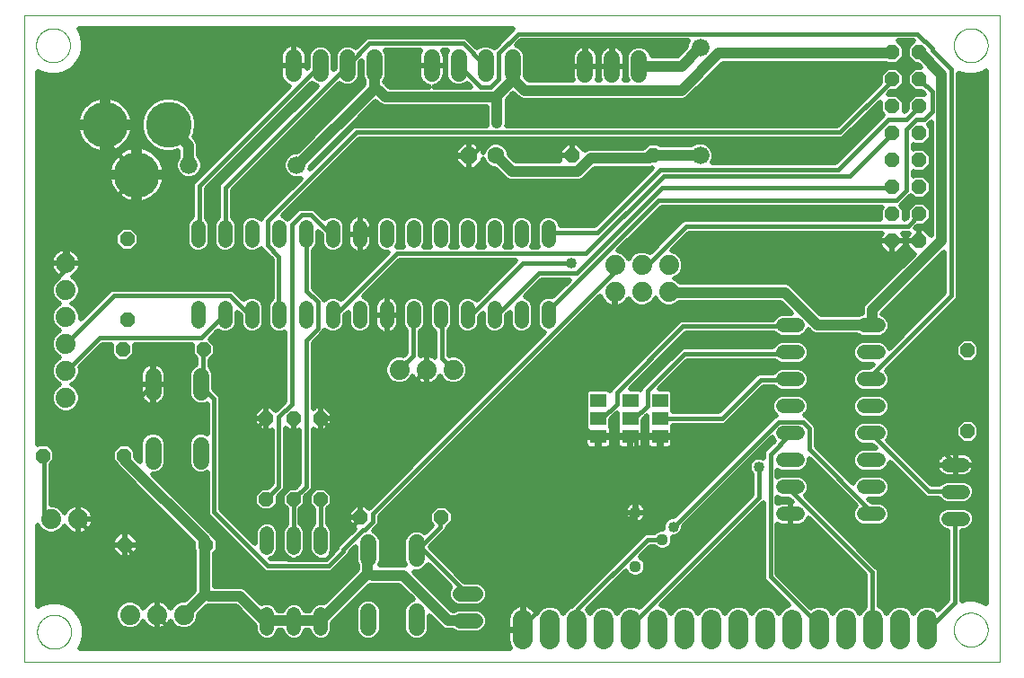
<source format=gtl>
G75*
%MOIN*%
%OFA0B0*%
%FSLAX25Y25*%
%IPPOS*%
%LPD*%
%AMOC8*
5,1,8,0,0,1.08239X$1,22.5*
%
%ADD10C,0.00000*%
%ADD11OC8,0.05600*%
%ADD12C,0.05200*%
%ADD13C,0.07400*%
%ADD14C,0.06000*%
%ADD15OC8,0.05200*%
%ADD16OC8,0.06300*%
%ADD17C,0.06300*%
%ADD18C,0.05600*%
%ADD19C,0.06600*%
%ADD20C,0.17000*%
%ADD21R,0.05906X0.05118*%
%ADD22C,0.04400*%
%ADD23C,0.07400*%
%ADD24C,0.03937*%
%ADD25C,0.04000*%
%ADD26C,0.01600*%
%ADD27C,0.01969*%
D10*
X0005394Y0001000D02*
X0005394Y0240882D01*
X0367402Y0240882D01*
X0367402Y0001000D01*
X0005394Y0001000D01*
X0010118Y0012142D02*
X0010120Y0012300D01*
X0010126Y0012458D01*
X0010136Y0012616D01*
X0010150Y0012774D01*
X0010168Y0012931D01*
X0010189Y0013088D01*
X0010215Y0013244D01*
X0010245Y0013400D01*
X0010278Y0013555D01*
X0010316Y0013708D01*
X0010357Y0013861D01*
X0010402Y0014013D01*
X0010451Y0014164D01*
X0010504Y0014313D01*
X0010560Y0014461D01*
X0010620Y0014607D01*
X0010684Y0014752D01*
X0010752Y0014895D01*
X0010823Y0015037D01*
X0010897Y0015177D01*
X0010975Y0015314D01*
X0011057Y0015450D01*
X0011141Y0015584D01*
X0011230Y0015715D01*
X0011321Y0015844D01*
X0011416Y0015971D01*
X0011513Y0016096D01*
X0011614Y0016218D01*
X0011718Y0016337D01*
X0011825Y0016454D01*
X0011935Y0016568D01*
X0012048Y0016679D01*
X0012163Y0016788D01*
X0012281Y0016893D01*
X0012402Y0016995D01*
X0012525Y0017095D01*
X0012651Y0017191D01*
X0012779Y0017284D01*
X0012909Y0017374D01*
X0013042Y0017460D01*
X0013177Y0017544D01*
X0013313Y0017623D01*
X0013452Y0017700D01*
X0013593Y0017772D01*
X0013735Y0017842D01*
X0013879Y0017907D01*
X0014025Y0017969D01*
X0014172Y0018027D01*
X0014321Y0018082D01*
X0014471Y0018133D01*
X0014622Y0018180D01*
X0014774Y0018223D01*
X0014927Y0018262D01*
X0015082Y0018298D01*
X0015237Y0018329D01*
X0015393Y0018357D01*
X0015549Y0018381D01*
X0015706Y0018401D01*
X0015864Y0018417D01*
X0016021Y0018429D01*
X0016180Y0018437D01*
X0016338Y0018441D01*
X0016496Y0018441D01*
X0016654Y0018437D01*
X0016813Y0018429D01*
X0016970Y0018417D01*
X0017128Y0018401D01*
X0017285Y0018381D01*
X0017441Y0018357D01*
X0017597Y0018329D01*
X0017752Y0018298D01*
X0017907Y0018262D01*
X0018060Y0018223D01*
X0018212Y0018180D01*
X0018363Y0018133D01*
X0018513Y0018082D01*
X0018662Y0018027D01*
X0018809Y0017969D01*
X0018955Y0017907D01*
X0019099Y0017842D01*
X0019241Y0017772D01*
X0019382Y0017700D01*
X0019521Y0017623D01*
X0019657Y0017544D01*
X0019792Y0017460D01*
X0019925Y0017374D01*
X0020055Y0017284D01*
X0020183Y0017191D01*
X0020309Y0017095D01*
X0020432Y0016995D01*
X0020553Y0016893D01*
X0020671Y0016788D01*
X0020786Y0016679D01*
X0020899Y0016568D01*
X0021009Y0016454D01*
X0021116Y0016337D01*
X0021220Y0016218D01*
X0021321Y0016096D01*
X0021418Y0015971D01*
X0021513Y0015844D01*
X0021604Y0015715D01*
X0021693Y0015584D01*
X0021777Y0015450D01*
X0021859Y0015314D01*
X0021937Y0015177D01*
X0022011Y0015037D01*
X0022082Y0014895D01*
X0022150Y0014752D01*
X0022214Y0014607D01*
X0022274Y0014461D01*
X0022330Y0014313D01*
X0022383Y0014164D01*
X0022432Y0014013D01*
X0022477Y0013861D01*
X0022518Y0013708D01*
X0022556Y0013555D01*
X0022589Y0013400D01*
X0022619Y0013244D01*
X0022645Y0013088D01*
X0022666Y0012931D01*
X0022684Y0012774D01*
X0022698Y0012616D01*
X0022708Y0012458D01*
X0022714Y0012300D01*
X0022716Y0012142D01*
X0022714Y0011984D01*
X0022708Y0011826D01*
X0022698Y0011668D01*
X0022684Y0011510D01*
X0022666Y0011353D01*
X0022645Y0011196D01*
X0022619Y0011040D01*
X0022589Y0010884D01*
X0022556Y0010729D01*
X0022518Y0010576D01*
X0022477Y0010423D01*
X0022432Y0010271D01*
X0022383Y0010120D01*
X0022330Y0009971D01*
X0022274Y0009823D01*
X0022214Y0009677D01*
X0022150Y0009532D01*
X0022082Y0009389D01*
X0022011Y0009247D01*
X0021937Y0009107D01*
X0021859Y0008970D01*
X0021777Y0008834D01*
X0021693Y0008700D01*
X0021604Y0008569D01*
X0021513Y0008440D01*
X0021418Y0008313D01*
X0021321Y0008188D01*
X0021220Y0008066D01*
X0021116Y0007947D01*
X0021009Y0007830D01*
X0020899Y0007716D01*
X0020786Y0007605D01*
X0020671Y0007496D01*
X0020553Y0007391D01*
X0020432Y0007289D01*
X0020309Y0007189D01*
X0020183Y0007093D01*
X0020055Y0007000D01*
X0019925Y0006910D01*
X0019792Y0006824D01*
X0019657Y0006740D01*
X0019521Y0006661D01*
X0019382Y0006584D01*
X0019241Y0006512D01*
X0019099Y0006442D01*
X0018955Y0006377D01*
X0018809Y0006315D01*
X0018662Y0006257D01*
X0018513Y0006202D01*
X0018363Y0006151D01*
X0018212Y0006104D01*
X0018060Y0006061D01*
X0017907Y0006022D01*
X0017752Y0005986D01*
X0017597Y0005955D01*
X0017441Y0005927D01*
X0017285Y0005903D01*
X0017128Y0005883D01*
X0016970Y0005867D01*
X0016813Y0005855D01*
X0016654Y0005847D01*
X0016496Y0005843D01*
X0016338Y0005843D01*
X0016180Y0005847D01*
X0016021Y0005855D01*
X0015864Y0005867D01*
X0015706Y0005883D01*
X0015549Y0005903D01*
X0015393Y0005927D01*
X0015237Y0005955D01*
X0015082Y0005986D01*
X0014927Y0006022D01*
X0014774Y0006061D01*
X0014622Y0006104D01*
X0014471Y0006151D01*
X0014321Y0006202D01*
X0014172Y0006257D01*
X0014025Y0006315D01*
X0013879Y0006377D01*
X0013735Y0006442D01*
X0013593Y0006512D01*
X0013452Y0006584D01*
X0013313Y0006661D01*
X0013177Y0006740D01*
X0013042Y0006824D01*
X0012909Y0006910D01*
X0012779Y0007000D01*
X0012651Y0007093D01*
X0012525Y0007189D01*
X0012402Y0007289D01*
X0012281Y0007391D01*
X0012163Y0007496D01*
X0012048Y0007605D01*
X0011935Y0007716D01*
X0011825Y0007830D01*
X0011718Y0007947D01*
X0011614Y0008066D01*
X0011513Y0008188D01*
X0011416Y0008313D01*
X0011321Y0008440D01*
X0011230Y0008569D01*
X0011141Y0008700D01*
X0011057Y0008834D01*
X0010975Y0008970D01*
X0010897Y0009107D01*
X0010823Y0009247D01*
X0010752Y0009389D01*
X0010684Y0009532D01*
X0010620Y0009677D01*
X0010560Y0009823D01*
X0010504Y0009971D01*
X0010451Y0010120D01*
X0010402Y0010271D01*
X0010357Y0010423D01*
X0010316Y0010576D01*
X0010278Y0010729D01*
X0010245Y0010884D01*
X0010215Y0011040D01*
X0010189Y0011196D01*
X0010168Y0011353D01*
X0010150Y0011510D01*
X0010136Y0011668D01*
X0010126Y0011826D01*
X0010120Y0011984D01*
X0010118Y0012142D01*
X0009725Y0229858D02*
X0009727Y0230016D01*
X0009733Y0230174D01*
X0009743Y0230332D01*
X0009757Y0230490D01*
X0009775Y0230647D01*
X0009796Y0230804D01*
X0009822Y0230960D01*
X0009852Y0231116D01*
X0009885Y0231271D01*
X0009923Y0231424D01*
X0009964Y0231577D01*
X0010009Y0231729D01*
X0010058Y0231880D01*
X0010111Y0232029D01*
X0010167Y0232177D01*
X0010227Y0232323D01*
X0010291Y0232468D01*
X0010359Y0232611D01*
X0010430Y0232753D01*
X0010504Y0232893D01*
X0010582Y0233030D01*
X0010664Y0233166D01*
X0010748Y0233300D01*
X0010837Y0233431D01*
X0010928Y0233560D01*
X0011023Y0233687D01*
X0011120Y0233812D01*
X0011221Y0233934D01*
X0011325Y0234053D01*
X0011432Y0234170D01*
X0011542Y0234284D01*
X0011655Y0234395D01*
X0011770Y0234504D01*
X0011888Y0234609D01*
X0012009Y0234711D01*
X0012132Y0234811D01*
X0012258Y0234907D01*
X0012386Y0235000D01*
X0012516Y0235090D01*
X0012649Y0235176D01*
X0012784Y0235260D01*
X0012920Y0235339D01*
X0013059Y0235416D01*
X0013200Y0235488D01*
X0013342Y0235558D01*
X0013486Y0235623D01*
X0013632Y0235685D01*
X0013779Y0235743D01*
X0013928Y0235798D01*
X0014078Y0235849D01*
X0014229Y0235896D01*
X0014381Y0235939D01*
X0014534Y0235978D01*
X0014689Y0236014D01*
X0014844Y0236045D01*
X0015000Y0236073D01*
X0015156Y0236097D01*
X0015313Y0236117D01*
X0015471Y0236133D01*
X0015628Y0236145D01*
X0015787Y0236153D01*
X0015945Y0236157D01*
X0016103Y0236157D01*
X0016261Y0236153D01*
X0016420Y0236145D01*
X0016577Y0236133D01*
X0016735Y0236117D01*
X0016892Y0236097D01*
X0017048Y0236073D01*
X0017204Y0236045D01*
X0017359Y0236014D01*
X0017514Y0235978D01*
X0017667Y0235939D01*
X0017819Y0235896D01*
X0017970Y0235849D01*
X0018120Y0235798D01*
X0018269Y0235743D01*
X0018416Y0235685D01*
X0018562Y0235623D01*
X0018706Y0235558D01*
X0018848Y0235488D01*
X0018989Y0235416D01*
X0019128Y0235339D01*
X0019264Y0235260D01*
X0019399Y0235176D01*
X0019532Y0235090D01*
X0019662Y0235000D01*
X0019790Y0234907D01*
X0019916Y0234811D01*
X0020039Y0234711D01*
X0020160Y0234609D01*
X0020278Y0234504D01*
X0020393Y0234395D01*
X0020506Y0234284D01*
X0020616Y0234170D01*
X0020723Y0234053D01*
X0020827Y0233934D01*
X0020928Y0233812D01*
X0021025Y0233687D01*
X0021120Y0233560D01*
X0021211Y0233431D01*
X0021300Y0233300D01*
X0021384Y0233166D01*
X0021466Y0233030D01*
X0021544Y0232893D01*
X0021618Y0232753D01*
X0021689Y0232611D01*
X0021757Y0232468D01*
X0021821Y0232323D01*
X0021881Y0232177D01*
X0021937Y0232029D01*
X0021990Y0231880D01*
X0022039Y0231729D01*
X0022084Y0231577D01*
X0022125Y0231424D01*
X0022163Y0231271D01*
X0022196Y0231116D01*
X0022226Y0230960D01*
X0022252Y0230804D01*
X0022273Y0230647D01*
X0022291Y0230490D01*
X0022305Y0230332D01*
X0022315Y0230174D01*
X0022321Y0230016D01*
X0022323Y0229858D01*
X0022321Y0229700D01*
X0022315Y0229542D01*
X0022305Y0229384D01*
X0022291Y0229226D01*
X0022273Y0229069D01*
X0022252Y0228912D01*
X0022226Y0228756D01*
X0022196Y0228600D01*
X0022163Y0228445D01*
X0022125Y0228292D01*
X0022084Y0228139D01*
X0022039Y0227987D01*
X0021990Y0227836D01*
X0021937Y0227687D01*
X0021881Y0227539D01*
X0021821Y0227393D01*
X0021757Y0227248D01*
X0021689Y0227105D01*
X0021618Y0226963D01*
X0021544Y0226823D01*
X0021466Y0226686D01*
X0021384Y0226550D01*
X0021300Y0226416D01*
X0021211Y0226285D01*
X0021120Y0226156D01*
X0021025Y0226029D01*
X0020928Y0225904D01*
X0020827Y0225782D01*
X0020723Y0225663D01*
X0020616Y0225546D01*
X0020506Y0225432D01*
X0020393Y0225321D01*
X0020278Y0225212D01*
X0020160Y0225107D01*
X0020039Y0225005D01*
X0019916Y0224905D01*
X0019790Y0224809D01*
X0019662Y0224716D01*
X0019532Y0224626D01*
X0019399Y0224540D01*
X0019264Y0224456D01*
X0019128Y0224377D01*
X0018989Y0224300D01*
X0018848Y0224228D01*
X0018706Y0224158D01*
X0018562Y0224093D01*
X0018416Y0224031D01*
X0018269Y0223973D01*
X0018120Y0223918D01*
X0017970Y0223867D01*
X0017819Y0223820D01*
X0017667Y0223777D01*
X0017514Y0223738D01*
X0017359Y0223702D01*
X0017204Y0223671D01*
X0017048Y0223643D01*
X0016892Y0223619D01*
X0016735Y0223599D01*
X0016577Y0223583D01*
X0016420Y0223571D01*
X0016261Y0223563D01*
X0016103Y0223559D01*
X0015945Y0223559D01*
X0015787Y0223563D01*
X0015628Y0223571D01*
X0015471Y0223583D01*
X0015313Y0223599D01*
X0015156Y0223619D01*
X0015000Y0223643D01*
X0014844Y0223671D01*
X0014689Y0223702D01*
X0014534Y0223738D01*
X0014381Y0223777D01*
X0014229Y0223820D01*
X0014078Y0223867D01*
X0013928Y0223918D01*
X0013779Y0223973D01*
X0013632Y0224031D01*
X0013486Y0224093D01*
X0013342Y0224158D01*
X0013200Y0224228D01*
X0013059Y0224300D01*
X0012920Y0224377D01*
X0012784Y0224456D01*
X0012649Y0224540D01*
X0012516Y0224626D01*
X0012386Y0224716D01*
X0012258Y0224809D01*
X0012132Y0224905D01*
X0012009Y0225005D01*
X0011888Y0225107D01*
X0011770Y0225212D01*
X0011655Y0225321D01*
X0011542Y0225432D01*
X0011432Y0225546D01*
X0011325Y0225663D01*
X0011221Y0225782D01*
X0011120Y0225904D01*
X0011023Y0226029D01*
X0010928Y0226156D01*
X0010837Y0226285D01*
X0010748Y0226416D01*
X0010664Y0226550D01*
X0010582Y0226686D01*
X0010504Y0226823D01*
X0010430Y0226963D01*
X0010359Y0227105D01*
X0010291Y0227248D01*
X0010227Y0227393D01*
X0010167Y0227539D01*
X0010111Y0227687D01*
X0010058Y0227836D01*
X0010009Y0227987D01*
X0009964Y0228139D01*
X0009923Y0228292D01*
X0009885Y0228445D01*
X0009852Y0228600D01*
X0009822Y0228756D01*
X0009796Y0228912D01*
X0009775Y0229069D01*
X0009757Y0229226D01*
X0009743Y0229384D01*
X0009733Y0229542D01*
X0009727Y0229700D01*
X0009725Y0229858D01*
X0350276Y0229858D02*
X0350278Y0230016D01*
X0350284Y0230174D01*
X0350294Y0230332D01*
X0350308Y0230490D01*
X0350326Y0230647D01*
X0350347Y0230804D01*
X0350373Y0230960D01*
X0350403Y0231116D01*
X0350436Y0231271D01*
X0350474Y0231424D01*
X0350515Y0231577D01*
X0350560Y0231729D01*
X0350609Y0231880D01*
X0350662Y0232029D01*
X0350718Y0232177D01*
X0350778Y0232323D01*
X0350842Y0232468D01*
X0350910Y0232611D01*
X0350981Y0232753D01*
X0351055Y0232893D01*
X0351133Y0233030D01*
X0351215Y0233166D01*
X0351299Y0233300D01*
X0351388Y0233431D01*
X0351479Y0233560D01*
X0351574Y0233687D01*
X0351671Y0233812D01*
X0351772Y0233934D01*
X0351876Y0234053D01*
X0351983Y0234170D01*
X0352093Y0234284D01*
X0352206Y0234395D01*
X0352321Y0234504D01*
X0352439Y0234609D01*
X0352560Y0234711D01*
X0352683Y0234811D01*
X0352809Y0234907D01*
X0352937Y0235000D01*
X0353067Y0235090D01*
X0353200Y0235176D01*
X0353335Y0235260D01*
X0353471Y0235339D01*
X0353610Y0235416D01*
X0353751Y0235488D01*
X0353893Y0235558D01*
X0354037Y0235623D01*
X0354183Y0235685D01*
X0354330Y0235743D01*
X0354479Y0235798D01*
X0354629Y0235849D01*
X0354780Y0235896D01*
X0354932Y0235939D01*
X0355085Y0235978D01*
X0355240Y0236014D01*
X0355395Y0236045D01*
X0355551Y0236073D01*
X0355707Y0236097D01*
X0355864Y0236117D01*
X0356022Y0236133D01*
X0356179Y0236145D01*
X0356338Y0236153D01*
X0356496Y0236157D01*
X0356654Y0236157D01*
X0356812Y0236153D01*
X0356971Y0236145D01*
X0357128Y0236133D01*
X0357286Y0236117D01*
X0357443Y0236097D01*
X0357599Y0236073D01*
X0357755Y0236045D01*
X0357910Y0236014D01*
X0358065Y0235978D01*
X0358218Y0235939D01*
X0358370Y0235896D01*
X0358521Y0235849D01*
X0358671Y0235798D01*
X0358820Y0235743D01*
X0358967Y0235685D01*
X0359113Y0235623D01*
X0359257Y0235558D01*
X0359399Y0235488D01*
X0359540Y0235416D01*
X0359679Y0235339D01*
X0359815Y0235260D01*
X0359950Y0235176D01*
X0360083Y0235090D01*
X0360213Y0235000D01*
X0360341Y0234907D01*
X0360467Y0234811D01*
X0360590Y0234711D01*
X0360711Y0234609D01*
X0360829Y0234504D01*
X0360944Y0234395D01*
X0361057Y0234284D01*
X0361167Y0234170D01*
X0361274Y0234053D01*
X0361378Y0233934D01*
X0361479Y0233812D01*
X0361576Y0233687D01*
X0361671Y0233560D01*
X0361762Y0233431D01*
X0361851Y0233300D01*
X0361935Y0233166D01*
X0362017Y0233030D01*
X0362095Y0232893D01*
X0362169Y0232753D01*
X0362240Y0232611D01*
X0362308Y0232468D01*
X0362372Y0232323D01*
X0362432Y0232177D01*
X0362488Y0232029D01*
X0362541Y0231880D01*
X0362590Y0231729D01*
X0362635Y0231577D01*
X0362676Y0231424D01*
X0362714Y0231271D01*
X0362747Y0231116D01*
X0362777Y0230960D01*
X0362803Y0230804D01*
X0362824Y0230647D01*
X0362842Y0230490D01*
X0362856Y0230332D01*
X0362866Y0230174D01*
X0362872Y0230016D01*
X0362874Y0229858D01*
X0362872Y0229700D01*
X0362866Y0229542D01*
X0362856Y0229384D01*
X0362842Y0229226D01*
X0362824Y0229069D01*
X0362803Y0228912D01*
X0362777Y0228756D01*
X0362747Y0228600D01*
X0362714Y0228445D01*
X0362676Y0228292D01*
X0362635Y0228139D01*
X0362590Y0227987D01*
X0362541Y0227836D01*
X0362488Y0227687D01*
X0362432Y0227539D01*
X0362372Y0227393D01*
X0362308Y0227248D01*
X0362240Y0227105D01*
X0362169Y0226963D01*
X0362095Y0226823D01*
X0362017Y0226686D01*
X0361935Y0226550D01*
X0361851Y0226416D01*
X0361762Y0226285D01*
X0361671Y0226156D01*
X0361576Y0226029D01*
X0361479Y0225904D01*
X0361378Y0225782D01*
X0361274Y0225663D01*
X0361167Y0225546D01*
X0361057Y0225432D01*
X0360944Y0225321D01*
X0360829Y0225212D01*
X0360711Y0225107D01*
X0360590Y0225005D01*
X0360467Y0224905D01*
X0360341Y0224809D01*
X0360213Y0224716D01*
X0360083Y0224626D01*
X0359950Y0224540D01*
X0359815Y0224456D01*
X0359679Y0224377D01*
X0359540Y0224300D01*
X0359399Y0224228D01*
X0359257Y0224158D01*
X0359113Y0224093D01*
X0358967Y0224031D01*
X0358820Y0223973D01*
X0358671Y0223918D01*
X0358521Y0223867D01*
X0358370Y0223820D01*
X0358218Y0223777D01*
X0358065Y0223738D01*
X0357910Y0223702D01*
X0357755Y0223671D01*
X0357599Y0223643D01*
X0357443Y0223619D01*
X0357286Y0223599D01*
X0357128Y0223583D01*
X0356971Y0223571D01*
X0356812Y0223563D01*
X0356654Y0223559D01*
X0356496Y0223559D01*
X0356338Y0223563D01*
X0356179Y0223571D01*
X0356022Y0223583D01*
X0355864Y0223599D01*
X0355707Y0223619D01*
X0355551Y0223643D01*
X0355395Y0223671D01*
X0355240Y0223702D01*
X0355085Y0223738D01*
X0354932Y0223777D01*
X0354780Y0223820D01*
X0354629Y0223867D01*
X0354479Y0223918D01*
X0354330Y0223973D01*
X0354183Y0224031D01*
X0354037Y0224093D01*
X0353893Y0224158D01*
X0353751Y0224228D01*
X0353610Y0224300D01*
X0353471Y0224377D01*
X0353335Y0224456D01*
X0353200Y0224540D01*
X0353067Y0224626D01*
X0352937Y0224716D01*
X0352809Y0224809D01*
X0352683Y0224905D01*
X0352560Y0225005D01*
X0352439Y0225107D01*
X0352321Y0225212D01*
X0352206Y0225321D01*
X0352093Y0225432D01*
X0351983Y0225546D01*
X0351876Y0225663D01*
X0351772Y0225782D01*
X0351671Y0225904D01*
X0351574Y0226029D01*
X0351479Y0226156D01*
X0351388Y0226285D01*
X0351299Y0226416D01*
X0351215Y0226550D01*
X0351133Y0226686D01*
X0351055Y0226823D01*
X0350981Y0226963D01*
X0350910Y0227105D01*
X0350842Y0227248D01*
X0350778Y0227393D01*
X0350718Y0227539D01*
X0350662Y0227687D01*
X0350609Y0227836D01*
X0350560Y0227987D01*
X0350515Y0228139D01*
X0350474Y0228292D01*
X0350436Y0228445D01*
X0350403Y0228600D01*
X0350373Y0228756D01*
X0350347Y0228912D01*
X0350326Y0229069D01*
X0350308Y0229226D01*
X0350294Y0229384D01*
X0350284Y0229542D01*
X0350278Y0229700D01*
X0350276Y0229858D01*
X0350276Y0012929D02*
X0350278Y0013087D01*
X0350284Y0013245D01*
X0350294Y0013403D01*
X0350308Y0013561D01*
X0350326Y0013718D01*
X0350347Y0013875D01*
X0350373Y0014031D01*
X0350403Y0014187D01*
X0350436Y0014342D01*
X0350474Y0014495D01*
X0350515Y0014648D01*
X0350560Y0014800D01*
X0350609Y0014951D01*
X0350662Y0015100D01*
X0350718Y0015248D01*
X0350778Y0015394D01*
X0350842Y0015539D01*
X0350910Y0015682D01*
X0350981Y0015824D01*
X0351055Y0015964D01*
X0351133Y0016101D01*
X0351215Y0016237D01*
X0351299Y0016371D01*
X0351388Y0016502D01*
X0351479Y0016631D01*
X0351574Y0016758D01*
X0351671Y0016883D01*
X0351772Y0017005D01*
X0351876Y0017124D01*
X0351983Y0017241D01*
X0352093Y0017355D01*
X0352206Y0017466D01*
X0352321Y0017575D01*
X0352439Y0017680D01*
X0352560Y0017782D01*
X0352683Y0017882D01*
X0352809Y0017978D01*
X0352937Y0018071D01*
X0353067Y0018161D01*
X0353200Y0018247D01*
X0353335Y0018331D01*
X0353471Y0018410D01*
X0353610Y0018487D01*
X0353751Y0018559D01*
X0353893Y0018629D01*
X0354037Y0018694D01*
X0354183Y0018756D01*
X0354330Y0018814D01*
X0354479Y0018869D01*
X0354629Y0018920D01*
X0354780Y0018967D01*
X0354932Y0019010D01*
X0355085Y0019049D01*
X0355240Y0019085D01*
X0355395Y0019116D01*
X0355551Y0019144D01*
X0355707Y0019168D01*
X0355864Y0019188D01*
X0356022Y0019204D01*
X0356179Y0019216D01*
X0356338Y0019224D01*
X0356496Y0019228D01*
X0356654Y0019228D01*
X0356812Y0019224D01*
X0356971Y0019216D01*
X0357128Y0019204D01*
X0357286Y0019188D01*
X0357443Y0019168D01*
X0357599Y0019144D01*
X0357755Y0019116D01*
X0357910Y0019085D01*
X0358065Y0019049D01*
X0358218Y0019010D01*
X0358370Y0018967D01*
X0358521Y0018920D01*
X0358671Y0018869D01*
X0358820Y0018814D01*
X0358967Y0018756D01*
X0359113Y0018694D01*
X0359257Y0018629D01*
X0359399Y0018559D01*
X0359540Y0018487D01*
X0359679Y0018410D01*
X0359815Y0018331D01*
X0359950Y0018247D01*
X0360083Y0018161D01*
X0360213Y0018071D01*
X0360341Y0017978D01*
X0360467Y0017882D01*
X0360590Y0017782D01*
X0360711Y0017680D01*
X0360829Y0017575D01*
X0360944Y0017466D01*
X0361057Y0017355D01*
X0361167Y0017241D01*
X0361274Y0017124D01*
X0361378Y0017005D01*
X0361479Y0016883D01*
X0361576Y0016758D01*
X0361671Y0016631D01*
X0361762Y0016502D01*
X0361851Y0016371D01*
X0361935Y0016237D01*
X0362017Y0016101D01*
X0362095Y0015964D01*
X0362169Y0015824D01*
X0362240Y0015682D01*
X0362308Y0015539D01*
X0362372Y0015394D01*
X0362432Y0015248D01*
X0362488Y0015100D01*
X0362541Y0014951D01*
X0362590Y0014800D01*
X0362635Y0014648D01*
X0362676Y0014495D01*
X0362714Y0014342D01*
X0362747Y0014187D01*
X0362777Y0014031D01*
X0362803Y0013875D01*
X0362824Y0013718D01*
X0362842Y0013561D01*
X0362856Y0013403D01*
X0362866Y0013245D01*
X0362872Y0013087D01*
X0362874Y0012929D01*
X0362872Y0012771D01*
X0362866Y0012613D01*
X0362856Y0012455D01*
X0362842Y0012297D01*
X0362824Y0012140D01*
X0362803Y0011983D01*
X0362777Y0011827D01*
X0362747Y0011671D01*
X0362714Y0011516D01*
X0362676Y0011363D01*
X0362635Y0011210D01*
X0362590Y0011058D01*
X0362541Y0010907D01*
X0362488Y0010758D01*
X0362432Y0010610D01*
X0362372Y0010464D01*
X0362308Y0010319D01*
X0362240Y0010176D01*
X0362169Y0010034D01*
X0362095Y0009894D01*
X0362017Y0009757D01*
X0361935Y0009621D01*
X0361851Y0009487D01*
X0361762Y0009356D01*
X0361671Y0009227D01*
X0361576Y0009100D01*
X0361479Y0008975D01*
X0361378Y0008853D01*
X0361274Y0008734D01*
X0361167Y0008617D01*
X0361057Y0008503D01*
X0360944Y0008392D01*
X0360829Y0008283D01*
X0360711Y0008178D01*
X0360590Y0008076D01*
X0360467Y0007976D01*
X0360341Y0007880D01*
X0360213Y0007787D01*
X0360083Y0007697D01*
X0359950Y0007611D01*
X0359815Y0007527D01*
X0359679Y0007448D01*
X0359540Y0007371D01*
X0359399Y0007299D01*
X0359257Y0007229D01*
X0359113Y0007164D01*
X0358967Y0007102D01*
X0358820Y0007044D01*
X0358671Y0006989D01*
X0358521Y0006938D01*
X0358370Y0006891D01*
X0358218Y0006848D01*
X0358065Y0006809D01*
X0357910Y0006773D01*
X0357755Y0006742D01*
X0357599Y0006714D01*
X0357443Y0006690D01*
X0357286Y0006670D01*
X0357128Y0006654D01*
X0356971Y0006642D01*
X0356812Y0006634D01*
X0356654Y0006630D01*
X0356496Y0006630D01*
X0356338Y0006634D01*
X0356179Y0006642D01*
X0356022Y0006654D01*
X0355864Y0006670D01*
X0355707Y0006690D01*
X0355551Y0006714D01*
X0355395Y0006742D01*
X0355240Y0006773D01*
X0355085Y0006809D01*
X0354932Y0006848D01*
X0354780Y0006891D01*
X0354629Y0006938D01*
X0354479Y0006989D01*
X0354330Y0007044D01*
X0354183Y0007102D01*
X0354037Y0007164D01*
X0353893Y0007229D01*
X0353751Y0007299D01*
X0353610Y0007371D01*
X0353471Y0007448D01*
X0353335Y0007527D01*
X0353200Y0007611D01*
X0353067Y0007697D01*
X0352937Y0007787D01*
X0352809Y0007880D01*
X0352683Y0007976D01*
X0352560Y0008076D01*
X0352439Y0008178D01*
X0352321Y0008283D01*
X0352206Y0008392D01*
X0352093Y0008503D01*
X0351983Y0008617D01*
X0351876Y0008734D01*
X0351772Y0008853D01*
X0351671Y0008975D01*
X0351574Y0009100D01*
X0351479Y0009227D01*
X0351388Y0009356D01*
X0351299Y0009487D01*
X0351215Y0009621D01*
X0351133Y0009757D01*
X0351055Y0009894D01*
X0350981Y0010034D01*
X0350910Y0010176D01*
X0350842Y0010319D01*
X0350778Y0010464D01*
X0350718Y0010610D01*
X0350662Y0010758D01*
X0350609Y0010907D01*
X0350560Y0011058D01*
X0350515Y0011210D01*
X0350474Y0011363D01*
X0350436Y0011516D01*
X0350403Y0011671D01*
X0350373Y0011827D01*
X0350347Y0011983D01*
X0350326Y0012140D01*
X0350308Y0012297D01*
X0350294Y0012455D01*
X0350284Y0012613D01*
X0350278Y0012771D01*
X0350276Y0012929D01*
D11*
X0337480Y0157181D03*
X0327480Y0157181D03*
X0327480Y0167181D03*
X0337480Y0167181D03*
X0337480Y0177181D03*
X0327480Y0177181D03*
X0327480Y0187181D03*
X0337480Y0187181D03*
X0337480Y0197181D03*
X0327480Y0197181D03*
X0327480Y0207181D03*
X0337480Y0207181D03*
X0337480Y0217181D03*
X0327480Y0217181D03*
X0327480Y0227181D03*
X0337480Y0227181D03*
X0238780Y0188992D03*
X0208780Y0188992D03*
X0043583Y0157850D03*
X0043583Y0127850D03*
X0042756Y0044425D03*
X0072756Y0044425D03*
D12*
X0095394Y0043439D02*
X0095394Y0048639D01*
X0105394Y0048639D02*
X0105394Y0043439D01*
X0115394Y0043439D02*
X0115394Y0048639D01*
X0115394Y0018639D02*
X0115394Y0013439D01*
X0105394Y0013439D02*
X0105394Y0018639D01*
X0095394Y0018639D02*
X0095394Y0013439D01*
X0099921Y0127219D02*
X0099921Y0132419D01*
X0109921Y0132419D02*
X0109921Y0127219D01*
X0119921Y0127219D02*
X0119921Y0132419D01*
X0129921Y0132419D02*
X0129921Y0127219D01*
X0139921Y0127219D02*
X0139921Y0132419D01*
X0149921Y0132419D02*
X0149921Y0127219D01*
X0159921Y0127219D02*
X0159921Y0132419D01*
X0169921Y0132419D02*
X0169921Y0127219D01*
X0179921Y0127219D02*
X0179921Y0132419D01*
X0189921Y0132419D02*
X0189921Y0127219D01*
X0199921Y0127219D02*
X0199921Y0132419D01*
X0199921Y0157219D02*
X0199921Y0162419D01*
X0189921Y0162419D02*
X0189921Y0157219D01*
X0179921Y0157219D02*
X0179921Y0162419D01*
X0169921Y0162419D02*
X0169921Y0157219D01*
X0159921Y0157219D02*
X0159921Y0162419D01*
X0149921Y0162419D02*
X0149921Y0157219D01*
X0139921Y0157219D02*
X0139921Y0162419D01*
X0129921Y0162419D02*
X0129921Y0157219D01*
X0119921Y0157219D02*
X0119921Y0162419D01*
X0109921Y0162419D02*
X0109921Y0157219D01*
X0099921Y0157219D02*
X0099921Y0162419D01*
X0089921Y0162419D02*
X0089921Y0157219D01*
X0079921Y0157219D02*
X0079921Y0162419D01*
X0069921Y0162419D02*
X0069921Y0157219D01*
X0069921Y0132419D02*
X0069921Y0127219D01*
X0079921Y0127219D02*
X0079921Y0132419D01*
X0089921Y0132419D02*
X0089921Y0127219D01*
X0287006Y0125882D02*
X0292206Y0125882D01*
X0292206Y0115882D02*
X0287006Y0115882D01*
X0287006Y0105882D02*
X0292206Y0105882D01*
X0292206Y0095882D02*
X0287006Y0095882D01*
X0287006Y0085882D02*
X0292206Y0085882D01*
X0292206Y0075882D02*
X0287006Y0075882D01*
X0287006Y0065882D02*
X0292206Y0065882D01*
X0292206Y0055882D02*
X0287006Y0055882D01*
X0317006Y0055882D02*
X0322206Y0055882D01*
X0322206Y0065882D02*
X0317006Y0065882D01*
X0317006Y0075882D02*
X0322206Y0075882D01*
X0322206Y0085882D02*
X0317006Y0085882D01*
X0317006Y0095882D02*
X0322206Y0095882D01*
X0322206Y0105882D02*
X0317006Y0105882D01*
X0317006Y0115882D02*
X0322206Y0115882D01*
X0322206Y0125882D02*
X0317006Y0125882D01*
X0348345Y0074110D02*
X0353545Y0074110D01*
X0353545Y0064110D02*
X0348345Y0064110D01*
X0348345Y0054110D02*
X0353545Y0054110D01*
D13*
X0244528Y0138244D03*
X0234528Y0138244D03*
X0224528Y0138244D03*
X0224528Y0148244D03*
X0234528Y0148244D03*
X0244528Y0148244D03*
X0164606Y0109386D03*
X0154606Y0109386D03*
X0144606Y0109386D03*
X0025354Y0053874D03*
X0015354Y0053874D03*
X0044606Y0018441D03*
X0054606Y0018441D03*
X0064606Y0018441D03*
X0020748Y0098953D03*
X0020748Y0108953D03*
X0020748Y0118953D03*
X0020748Y0128953D03*
X0020748Y0138953D03*
X0020748Y0148953D03*
D14*
X0053187Y0107076D02*
X0053187Y0101076D01*
X0070987Y0101076D02*
X0070987Y0107076D01*
X0070987Y0081476D02*
X0070987Y0075476D01*
X0053187Y0075476D02*
X0053187Y0081476D01*
X0133108Y0045265D02*
X0133108Y0039265D01*
X0150908Y0039265D02*
X0150908Y0045265D01*
X0150908Y0019665D02*
X0150908Y0013665D01*
X0133108Y0013665D02*
X0133108Y0019665D01*
X0135354Y0219378D02*
X0135354Y0225378D01*
X0125354Y0225378D02*
X0125354Y0219378D01*
X0115354Y0219378D02*
X0115354Y0225378D01*
X0105354Y0225378D02*
X0105354Y0219378D01*
X0156535Y0219378D02*
X0156535Y0225378D01*
X0166535Y0225378D02*
X0166535Y0219378D01*
X0176535Y0219378D02*
X0176535Y0225378D01*
X0186535Y0225378D02*
X0186535Y0219378D01*
X0213504Y0218984D02*
X0213504Y0224984D01*
X0223504Y0224984D02*
X0223504Y0218984D01*
X0233504Y0218984D02*
X0233504Y0224984D01*
D15*
X0071969Y0116866D03*
X0041969Y0116866D03*
X0095157Y0091315D03*
X0105394Y0091315D03*
X0115236Y0091315D03*
X0115236Y0061315D03*
X0105394Y0061315D03*
X0095157Y0061315D03*
X0130157Y0054661D03*
X0160157Y0054661D03*
X0042441Y0077496D03*
X0012441Y0077496D03*
X0355394Y0086512D03*
X0355394Y0116512D03*
D16*
X0170472Y0188913D03*
D17*
X0180472Y0188913D03*
D18*
X0172761Y0026197D02*
X0167161Y0026197D01*
X0167161Y0016197D02*
X0172761Y0016197D01*
D19*
X0106496Y0185370D03*
X0066496Y0185370D03*
X0256181Y0188992D03*
X0256181Y0228992D03*
D20*
X0058937Y0200331D03*
X0035315Y0200331D03*
X0047126Y0181827D03*
D21*
X0218386Y0097969D03*
X0218386Y0091276D03*
X0218386Y0084583D03*
X0230197Y0084583D03*
X0230197Y0091276D03*
X0230197Y0097969D03*
X0241220Y0097969D03*
X0241220Y0091276D03*
X0241220Y0084583D03*
D22*
X0232165Y0056394D03*
X0242165Y0046394D03*
X0232165Y0036394D03*
D23*
X0230433Y0016629D02*
X0230433Y0009229D01*
X0220433Y0009229D02*
X0220433Y0016629D01*
X0210433Y0016629D02*
X0210433Y0009229D01*
X0200433Y0009229D02*
X0200433Y0016629D01*
X0190433Y0016629D02*
X0190433Y0009229D01*
X0240433Y0009229D02*
X0240433Y0016629D01*
X0250433Y0016629D02*
X0250433Y0009229D01*
X0260433Y0009229D02*
X0260433Y0016629D01*
X0270433Y0016629D02*
X0270433Y0009229D01*
X0280433Y0009229D02*
X0280433Y0016629D01*
X0290433Y0016629D02*
X0290433Y0009229D01*
X0300433Y0009229D02*
X0300433Y0016629D01*
X0310433Y0016629D02*
X0310433Y0009229D01*
X0320433Y0009229D02*
X0320433Y0016629D01*
X0330433Y0016629D02*
X0330433Y0009229D01*
X0340433Y0009229D02*
X0340433Y0016629D01*
D24*
X0319606Y0125882D02*
X0320019Y0127906D01*
X0320019Y0131506D01*
X0345819Y0157306D01*
X0345819Y0219106D01*
X0338019Y0226906D01*
X0337480Y0227181D01*
X0327480Y0227181D02*
X0327219Y0226906D01*
X0263019Y0226906D01*
X0249219Y0213106D01*
X0191019Y0213106D01*
X0188019Y0216106D01*
X0186219Y0216706D01*
X0180219Y0210706D01*
X0180819Y0208906D01*
X0180819Y0201106D01*
X0180219Y0210706D02*
X0139419Y0210706D01*
X0137019Y0213106D01*
X0135219Y0213706D01*
X0107019Y0185506D01*
X0106496Y0185370D01*
X0066496Y0185370D02*
X0066219Y0185506D01*
X0066219Y0192706D01*
X0059019Y0199906D01*
X0058937Y0200331D01*
X0135219Y0213706D02*
X0135219Y0222106D01*
X0135354Y0222378D01*
X0186219Y0222106D02*
X0186219Y0216706D01*
X0186219Y0222106D02*
X0186535Y0222378D01*
X0233504Y0221984D02*
X0233619Y0222106D01*
X0249219Y0222106D01*
X0255819Y0228706D01*
X0256181Y0228992D01*
X0255819Y0189106D02*
X0239019Y0189106D01*
X0238780Y0188992D01*
X0237219Y0187906D01*
X0215619Y0187906D01*
X0210819Y0183106D01*
X0186219Y0183106D01*
X0180819Y0188506D01*
X0180472Y0188913D01*
X0255819Y0189106D02*
X0256181Y0188992D01*
X0244528Y0138244D02*
X0245019Y0138106D01*
X0287619Y0138106D01*
X0299619Y0126106D01*
X0319419Y0126106D01*
X0319606Y0125882D01*
X0169961Y0016197D02*
X0169419Y0016306D01*
X0162819Y0016306D01*
X0146019Y0033106D01*
X0134619Y0033106D01*
X0132819Y0033706D01*
X0116619Y0017506D01*
X0115394Y0016039D01*
X0114819Y0016306D01*
X0107019Y0016306D01*
X0105394Y0016039D01*
X0105219Y0016306D01*
X0095619Y0016306D01*
X0095394Y0016039D01*
X0093819Y0016906D01*
X0085419Y0025306D01*
X0074019Y0025306D01*
X0072219Y0025906D01*
X0065019Y0018706D01*
X0064606Y0018441D01*
X0072219Y0025906D02*
X0072219Y0043906D01*
X0072756Y0044425D01*
X0072219Y0046306D01*
X0042819Y0075706D01*
X0042819Y0076906D01*
X0042441Y0077496D01*
X0132819Y0042106D02*
X0132819Y0033706D01*
X0132819Y0042106D02*
X0133108Y0042265D01*
D25*
X0222717Y0025134D03*
X0241220Y0036945D03*
X0251850Y0046000D03*
X0246219Y0051106D03*
X0247126Y0070803D03*
X0260619Y0084706D03*
X0278019Y0073306D03*
X0262480Y0027890D03*
X0100276Y0111354D03*
X0033346Y0111748D03*
X0138071Y0203087D03*
X0180819Y0201106D03*
X0187677Y0192850D03*
X0218780Y0172378D03*
X0242008Y0164504D03*
X0208419Y0148906D03*
X0280197Y0217654D03*
X0317598Y0166472D03*
D26*
X0329019Y0172306D02*
X0332619Y0175906D01*
X0332619Y0198706D01*
X0336219Y0202306D01*
X0339219Y0202306D01*
X0342219Y0205306D01*
X0342219Y0212506D01*
X0338019Y0216706D01*
X0337480Y0217181D01*
X0327480Y0217181D02*
X0327219Y0216706D01*
X0308019Y0197506D01*
X0128619Y0197506D01*
X0095619Y0164506D01*
X0095619Y0155506D01*
X0099819Y0151306D01*
X0099819Y0130306D01*
X0099921Y0129819D01*
X0089921Y0129819D02*
X0089619Y0130306D01*
X0088419Y0130306D01*
X0081819Y0136906D01*
X0038619Y0136906D01*
X0021219Y0119506D01*
X0020748Y0118953D01*
X0021219Y0109306D02*
X0020748Y0108953D01*
X0021219Y0109306D02*
X0033219Y0121306D01*
X0071019Y0121306D01*
X0079419Y0129706D01*
X0079921Y0129819D01*
X0071969Y0116866D02*
X0071619Y0116506D01*
X0071619Y0105106D01*
X0071019Y0104506D01*
X0070987Y0104076D01*
X0071019Y0103306D01*
X0075819Y0098506D01*
X0075819Y0056506D01*
X0095619Y0036706D01*
X0118419Y0036706D01*
X0123819Y0042106D01*
X0123819Y0042706D01*
X0131019Y0049906D01*
X0131619Y0049906D01*
X0134619Y0052906D01*
X0134619Y0055906D01*
X0224019Y0145306D01*
X0224019Y0147706D01*
X0224528Y0148244D01*
X0234528Y0148244D02*
X0234819Y0148306D01*
X0236619Y0148306D01*
X0251019Y0162706D01*
X0333219Y0162706D01*
X0337419Y0166906D01*
X0337480Y0167181D01*
X0329019Y0172306D02*
X0240819Y0172306D01*
X0200019Y0131506D01*
X0200019Y0130306D01*
X0199921Y0129819D01*
X0196419Y0145306D02*
X0181419Y0130306D01*
X0180219Y0130306D01*
X0179921Y0129819D01*
X0171819Y0130306D02*
X0190419Y0148906D01*
X0208419Y0148906D01*
X0213819Y0152506D02*
X0242619Y0181306D01*
X0311619Y0181306D01*
X0327219Y0196906D01*
X0327480Y0197181D01*
X0326019Y0202306D02*
X0332619Y0202306D01*
X0337419Y0207106D01*
X0337480Y0207181D01*
X0326019Y0202306D02*
X0307419Y0183706D01*
X0241419Y0183706D01*
X0218019Y0160306D01*
X0200019Y0160306D01*
X0199921Y0159819D01*
X0213819Y0152506D02*
X0143619Y0152506D01*
X0121419Y0130306D01*
X0120219Y0130306D01*
X0119921Y0129819D01*
X0114219Y0134506D02*
X0114219Y0124658D01*
X0110019Y0120458D01*
X0110019Y0066106D01*
X0105819Y0061906D01*
X0105394Y0061315D01*
X0105219Y0061306D01*
X0105219Y0046306D01*
X0105394Y0046039D01*
X0101019Y0049306D02*
X0101019Y0041506D01*
X0103419Y0039106D01*
X0117219Y0039106D01*
X0121419Y0043306D01*
X0121419Y0045706D01*
X0129819Y0054106D01*
X0130157Y0054661D01*
X0129819Y0054706D01*
X0129819Y0076906D01*
X0125919Y0080806D01*
X0154419Y0109306D01*
X0154606Y0109386D01*
X0160419Y0113506D02*
X0164019Y0109906D01*
X0164606Y0109386D01*
X0160419Y0113506D02*
X0160419Y0129706D01*
X0159921Y0129819D01*
X0169921Y0129819D02*
X0170019Y0130306D01*
X0171819Y0130306D01*
X0149921Y0129819D02*
X0149619Y0129706D01*
X0149619Y0114706D01*
X0144819Y0109906D01*
X0144606Y0109386D01*
X0125919Y0080806D02*
X0115419Y0091306D01*
X0115236Y0091315D01*
X0105394Y0091315D02*
X0105219Y0091306D01*
X0105219Y0067306D01*
X0099819Y0061906D01*
X0099819Y0059506D01*
X0097419Y0057106D01*
X0097419Y0052906D01*
X0101019Y0049306D01*
X0097419Y0057106D02*
X0093219Y0057106D01*
X0090819Y0059506D01*
X0090819Y0087106D01*
X0095019Y0091306D01*
X0095157Y0091315D01*
X0099819Y0091906D02*
X0099819Y0066106D01*
X0095619Y0061906D01*
X0095157Y0061315D01*
X0115236Y0061315D02*
X0115419Y0061306D01*
X0115419Y0046306D01*
X0115394Y0046039D01*
X0150908Y0042265D02*
X0152619Y0043306D01*
X0169419Y0026506D01*
X0169961Y0026197D01*
X0176019Y0012706D02*
X0171819Y0008506D01*
X0064419Y0008506D01*
X0054819Y0018106D01*
X0054606Y0018441D01*
X0054219Y0018706D01*
X0054219Y0032506D01*
X0042819Y0043906D01*
X0042756Y0044425D01*
X0042219Y0044506D01*
X0034419Y0044506D01*
X0025419Y0053506D01*
X0025354Y0053874D01*
X0015354Y0053874D02*
X0015219Y0054106D01*
X0012819Y0056506D01*
X0012819Y0076906D01*
X0012441Y0077496D01*
X0018819Y0093106D02*
X0042219Y0093106D01*
X0053019Y0103906D01*
X0053187Y0104076D01*
X0018819Y0093106D02*
X0015219Y0096706D01*
X0015219Y0141106D01*
X0020619Y0146506D01*
X0020619Y0148306D01*
X0020748Y0148953D01*
X0021219Y0149506D01*
X0021219Y0155506D01*
X0047019Y0181306D01*
X0047126Y0181827D01*
X0047019Y0182506D01*
X0035619Y0193906D01*
X0035619Y0199906D01*
X0035315Y0200331D01*
X0070419Y0177706D02*
X0114819Y0222106D01*
X0115354Y0222378D01*
X0125019Y0222106D02*
X0125354Y0222378D01*
X0125619Y0222706D01*
X0133419Y0230506D01*
X0168219Y0230506D01*
X0176019Y0222706D01*
X0176535Y0222378D01*
X0181419Y0226906D02*
X0181419Y0217306D01*
X0178419Y0214306D01*
X0174819Y0214306D01*
X0167019Y0222106D01*
X0166535Y0222378D01*
X0181419Y0226906D02*
X0188619Y0234106D01*
X0336819Y0234106D01*
X0342219Y0228706D01*
X0342219Y0228106D01*
X0349419Y0220906D01*
X0349419Y0136906D01*
X0320019Y0107506D01*
X0320019Y0106306D01*
X0319606Y0105882D01*
X0324819Y0100306D02*
X0276819Y0100306D01*
X0261219Y0084706D01*
X0260619Y0084706D01*
X0242019Y0084706D01*
X0241220Y0084583D01*
X0240819Y0084706D01*
X0230619Y0084706D01*
X0230197Y0084583D01*
X0232419Y0084106D01*
X0232419Y0056506D01*
X0232165Y0056394D01*
X0231819Y0055906D01*
X0191019Y0015106D01*
X0191019Y0013306D01*
X0190433Y0012929D01*
X0189819Y0012706D01*
X0176019Y0012706D01*
X0210433Y0012929D02*
X0210819Y0013306D01*
X0210819Y0020506D01*
X0236619Y0046306D01*
X0242019Y0046306D01*
X0242165Y0046394D01*
X0246219Y0051106D02*
X0285219Y0090106D01*
X0294219Y0090106D01*
X0296619Y0087706D01*
X0296619Y0079906D01*
X0319419Y0057106D01*
X0319419Y0055906D01*
X0319606Y0055882D01*
X0341019Y0064306D02*
X0320019Y0085306D01*
X0319606Y0085882D01*
X0324819Y0100306D02*
X0350619Y0074506D01*
X0350945Y0074110D01*
X0350619Y0064306D02*
X0341019Y0064306D01*
X0350619Y0064306D02*
X0350945Y0064110D01*
X0350945Y0054110D02*
X0350619Y0054106D01*
X0350619Y0022906D01*
X0341019Y0013306D01*
X0340433Y0012929D01*
X0320433Y0012929D02*
X0320019Y0013306D01*
X0320019Y0034306D01*
X0290019Y0064306D01*
X0290019Y0065506D01*
X0289606Y0065882D01*
X0278019Y0061906D02*
X0278019Y0073306D01*
X0282219Y0078106D02*
X0282219Y0032506D01*
X0300219Y0014506D01*
X0300219Y0013306D01*
X0300433Y0012929D01*
X0278019Y0061906D02*
X0230619Y0014506D01*
X0230619Y0013306D01*
X0230433Y0012929D01*
X0159819Y0051106D02*
X0151419Y0042706D01*
X0150908Y0042265D01*
X0159819Y0051106D02*
X0159819Y0054106D01*
X0160157Y0054661D01*
X0213819Y0087706D02*
X0216819Y0084706D01*
X0218019Y0084706D01*
X0218386Y0084583D01*
X0218619Y0084706D01*
X0230019Y0084706D01*
X0230197Y0084583D01*
X0230197Y0091276D02*
X0230619Y0091306D01*
X0231819Y0091306D01*
X0236619Y0096106D01*
X0236619Y0101506D01*
X0250419Y0115306D01*
X0289419Y0115306D01*
X0289606Y0115882D01*
X0289419Y0125506D02*
X0289606Y0125882D01*
X0289419Y0125506D02*
X0249819Y0125506D01*
X0225219Y0100906D01*
X0225219Y0096706D01*
X0219819Y0091306D01*
X0218619Y0091306D01*
X0218386Y0091276D01*
X0213819Y0087706D02*
X0213819Y0101506D01*
X0224019Y0111706D01*
X0224019Y0138106D01*
X0224528Y0138244D01*
X0210219Y0145306D02*
X0242019Y0177106D01*
X0327219Y0177106D01*
X0327480Y0177181D01*
X0327819Y0157306D02*
X0327480Y0157181D01*
X0327819Y0157306D02*
X0337419Y0157306D01*
X0337480Y0157181D01*
X0289606Y0105882D02*
X0289419Y0105706D01*
X0278619Y0105706D01*
X0264219Y0091306D01*
X0241419Y0091306D01*
X0241220Y0091276D01*
X0282219Y0078106D02*
X0289419Y0085306D01*
X0289606Y0085882D01*
X0210219Y0145306D02*
X0196419Y0145306D01*
X0187419Y0189106D02*
X0182619Y0193906D01*
X0176019Y0193906D01*
X0171219Y0189106D01*
X0170472Y0188913D01*
X0170019Y0188506D01*
X0159819Y0188506D01*
X0131619Y0160306D01*
X0130419Y0160306D01*
X0129921Y0159819D01*
X0119921Y0159819D02*
X0119619Y0160306D01*
X0118419Y0160306D01*
X0111819Y0166906D01*
X0108219Y0166906D01*
X0104619Y0163306D01*
X0104619Y0096706D01*
X0099819Y0091906D01*
X0114219Y0134506D02*
X0110019Y0138706D01*
X0110019Y0159706D01*
X0109921Y0159819D01*
X0080019Y0160306D02*
X0079921Y0159819D01*
X0080019Y0160306D02*
X0080019Y0177106D01*
X0125019Y0222106D01*
X0187419Y0189106D02*
X0208419Y0189106D01*
X0208780Y0188992D01*
X0213504Y0221984D02*
X0213819Y0222106D01*
X0223419Y0222106D01*
X0223504Y0221984D01*
X0070419Y0177706D02*
X0070419Y0160306D01*
X0069921Y0159819D01*
D27*
X0065537Y0159267D02*
X0048167Y0159267D01*
X0048167Y0159749D02*
X0045482Y0162435D01*
X0041684Y0162435D01*
X0038998Y0159749D01*
X0038998Y0155952D01*
X0041684Y0153266D01*
X0045482Y0153266D01*
X0048167Y0155952D01*
X0048167Y0159749D01*
X0046682Y0161234D02*
X0065537Y0161234D01*
X0065537Y0163201D02*
X0010378Y0163201D01*
X0010378Y0165168D02*
X0066470Y0165168D01*
X0066204Y0164902D02*
X0065537Y0163291D01*
X0065537Y0156347D01*
X0066204Y0154735D01*
X0067438Y0153502D01*
X0069049Y0152835D01*
X0070793Y0152835D01*
X0072405Y0153502D01*
X0073638Y0154735D01*
X0074305Y0156347D01*
X0074305Y0163291D01*
X0073638Y0164902D01*
X0073003Y0165537D01*
X0073003Y0176635D01*
X0112167Y0215799D01*
X0112644Y0215322D01*
X0114014Y0214755D01*
X0077828Y0178569D01*
X0077435Y0177620D01*
X0077435Y0166133D01*
X0076204Y0164902D01*
X0075537Y0163291D01*
X0075537Y0156347D01*
X0076204Y0154735D01*
X0077438Y0153502D01*
X0079049Y0152835D01*
X0080793Y0152835D01*
X0082405Y0153502D01*
X0083638Y0154735D01*
X0084305Y0156347D01*
X0084305Y0163291D01*
X0083638Y0164902D01*
X0082603Y0165937D01*
X0082603Y0176035D01*
X0122267Y0215699D01*
X0122644Y0215322D01*
X0124403Y0214594D01*
X0126306Y0214594D01*
X0128064Y0215322D01*
X0129410Y0216668D01*
X0130139Y0218426D01*
X0130139Y0223571D01*
X0130570Y0224002D01*
X0130570Y0218426D01*
X0131298Y0216668D01*
X0131466Y0216500D01*
X0131466Y0215260D01*
X0106661Y0190454D01*
X0105485Y0190454D01*
X0103616Y0189680D01*
X0102186Y0188250D01*
X0101412Y0186381D01*
X0101412Y0184359D01*
X0102186Y0182490D01*
X0103616Y0181060D01*
X0105485Y0180286D01*
X0107507Y0180286D01*
X0107912Y0180454D01*
X0093428Y0165969D01*
X0093177Y0165363D01*
X0092405Y0166136D01*
X0090793Y0166803D01*
X0089049Y0166803D01*
X0087438Y0166136D01*
X0086204Y0164902D01*
X0085537Y0163291D01*
X0085537Y0156347D01*
X0086204Y0154735D01*
X0087438Y0153502D01*
X0089049Y0152835D01*
X0090793Y0152835D01*
X0092405Y0153502D01*
X0093286Y0154384D01*
X0093428Y0154042D01*
X0094155Y0153315D01*
X0097235Y0150235D01*
X0097235Y0135933D01*
X0096204Y0134902D01*
X0095537Y0133291D01*
X0095537Y0126347D01*
X0096204Y0124735D01*
X0097438Y0123502D01*
X0099049Y0122835D01*
X0100793Y0122835D01*
X0102035Y0123349D01*
X0102035Y0097776D01*
X0098607Y0094348D01*
X0097056Y0095899D01*
X0095158Y0095899D01*
X0095158Y0091315D01*
X0095157Y0091315D01*
X0095157Y0091315D01*
X0090573Y0091315D01*
X0090573Y0093214D01*
X0093259Y0095899D01*
X0095157Y0095899D01*
X0095157Y0091315D01*
X0090573Y0091315D01*
X0090573Y0089416D01*
X0093259Y0086731D01*
X0095157Y0086731D01*
X0095157Y0091315D01*
X0095158Y0091315D01*
X0095158Y0086731D01*
X0097056Y0086731D01*
X0097235Y0086909D01*
X0097235Y0067176D01*
X0095758Y0065699D01*
X0093341Y0065699D01*
X0090773Y0063131D01*
X0090773Y0059499D01*
X0093341Y0056931D01*
X0096973Y0056931D01*
X0099542Y0059499D01*
X0099542Y0062174D01*
X0102010Y0064642D01*
X0102403Y0065591D01*
X0102403Y0087822D01*
X0103495Y0086731D01*
X0105394Y0086731D01*
X0107293Y0086731D01*
X0107435Y0086873D01*
X0107435Y0067176D01*
X0105958Y0065699D01*
X0103578Y0065699D01*
X0101009Y0063131D01*
X0101009Y0059499D01*
X0102635Y0057874D01*
X0102635Y0052081D01*
X0101677Y0051123D01*
X0101009Y0049511D01*
X0101009Y0042567D01*
X0101677Y0040956D01*
X0102910Y0039723D01*
X0103955Y0039290D01*
X0096832Y0039290D01*
X0097877Y0039723D01*
X0099110Y0040956D01*
X0099778Y0042567D01*
X0099778Y0049511D01*
X0099110Y0051123D01*
X0097877Y0052356D01*
X0096266Y0053024D01*
X0094522Y0053024D01*
X0092910Y0052356D01*
X0091677Y0051123D01*
X0091009Y0049511D01*
X0091009Y0044970D01*
X0078403Y0057576D01*
X0078403Y0099020D01*
X0078010Y0099969D01*
X0075771Y0102208D01*
X0075771Y0108027D01*
X0075042Y0109786D01*
X0074203Y0110625D01*
X0074203Y0112901D01*
X0076353Y0115050D01*
X0076353Y0118682D01*
X0074201Y0120833D01*
X0077154Y0123786D01*
X0077438Y0123502D01*
X0079049Y0122835D01*
X0080793Y0122835D01*
X0082405Y0123502D01*
X0083638Y0124735D01*
X0084305Y0126347D01*
X0084305Y0130764D01*
X0085537Y0129533D01*
X0085537Y0126347D01*
X0086204Y0124735D01*
X0087438Y0123502D01*
X0089049Y0122835D01*
X0090793Y0122835D01*
X0092405Y0123502D01*
X0093638Y0124735D01*
X0094305Y0126347D01*
X0094305Y0133291D01*
X0093638Y0134902D01*
X0092405Y0136136D01*
X0090793Y0136803D01*
X0089049Y0136803D01*
X0087438Y0136136D01*
X0086841Y0135538D01*
X0084010Y0138369D01*
X0083283Y0139096D01*
X0082333Y0139490D01*
X0038105Y0139490D01*
X0037155Y0139096D01*
X0026232Y0128174D01*
X0026232Y0130044D01*
X0025397Y0132059D01*
X0023855Y0133602D01*
X0023008Y0133953D01*
X0023855Y0134303D01*
X0025397Y0135846D01*
X0026232Y0137862D01*
X0026232Y0140044D01*
X0025397Y0142059D01*
X0023855Y0143602D01*
X0023255Y0143850D01*
X0023727Y0144091D01*
X0024451Y0144617D01*
X0025084Y0145250D01*
X0025610Y0145974D01*
X0026016Y0146771D01*
X0026292Y0147622D01*
X0026432Y0148505D01*
X0026432Y0148937D01*
X0020764Y0148937D01*
X0020764Y0148969D01*
X0020732Y0148969D01*
X0020732Y0154637D01*
X0020301Y0154637D01*
X0019417Y0154497D01*
X0018566Y0154221D01*
X0017769Y0153814D01*
X0017045Y0153288D01*
X0016412Y0152656D01*
X0015886Y0151932D01*
X0015480Y0151135D01*
X0015204Y0150284D01*
X0015064Y0149400D01*
X0015064Y0148969D01*
X0020732Y0148969D01*
X0020732Y0148937D01*
X0015064Y0148937D01*
X0015064Y0148505D01*
X0015204Y0147622D01*
X0015480Y0146771D01*
X0015886Y0145974D01*
X0016412Y0145250D01*
X0017045Y0144617D01*
X0017769Y0144091D01*
X0018241Y0143850D01*
X0017641Y0143602D01*
X0016099Y0142059D01*
X0015264Y0140044D01*
X0015264Y0137862D01*
X0016099Y0135846D01*
X0017641Y0134303D01*
X0018488Y0133953D01*
X0017641Y0133602D01*
X0016099Y0132059D01*
X0015264Y0130044D01*
X0015264Y0127862D01*
X0016099Y0125846D01*
X0017641Y0124303D01*
X0018488Y0123953D01*
X0017641Y0123602D01*
X0016099Y0122059D01*
X0015264Y0120044D01*
X0015264Y0117862D01*
X0016099Y0115846D01*
X0017641Y0114303D01*
X0018488Y0113953D01*
X0017641Y0113602D01*
X0016099Y0112059D01*
X0015264Y0110044D01*
X0015264Y0107862D01*
X0016099Y0105846D01*
X0017641Y0104303D01*
X0018488Y0103953D01*
X0017641Y0103602D01*
X0016099Y0102059D01*
X0015264Y0100044D01*
X0015264Y0097862D01*
X0016099Y0095846D01*
X0017641Y0094303D01*
X0019657Y0093469D01*
X0021839Y0093469D01*
X0023855Y0094303D01*
X0025397Y0095846D01*
X0026232Y0097862D01*
X0026232Y0100044D01*
X0025397Y0102059D01*
X0023855Y0103602D01*
X0023008Y0103953D01*
X0023855Y0104303D01*
X0025397Y0105846D01*
X0026232Y0107862D01*
X0026232Y0110044D01*
X0026051Y0110482D01*
X0034289Y0118721D01*
X0037623Y0118721D01*
X0037584Y0118682D01*
X0037584Y0115050D01*
X0040152Y0112482D01*
X0043785Y0112482D01*
X0046353Y0115050D01*
X0046353Y0118682D01*
X0046314Y0118721D01*
X0067623Y0118721D01*
X0067584Y0118682D01*
X0067584Y0115050D01*
X0069035Y0113600D01*
X0069035Y0111445D01*
X0068277Y0111131D01*
X0066931Y0109786D01*
X0066202Y0108027D01*
X0066202Y0100124D01*
X0066931Y0098366D01*
X0068277Y0097020D01*
X0070035Y0096291D01*
X0071938Y0096291D01*
X0073235Y0096828D01*
X0073235Y0085723D01*
X0071938Y0086260D01*
X0070035Y0086260D01*
X0068277Y0085531D01*
X0066931Y0084186D01*
X0066202Y0082427D01*
X0066202Y0074524D01*
X0066931Y0072766D01*
X0068277Y0071420D01*
X0070035Y0070691D01*
X0071938Y0070691D01*
X0073235Y0071228D01*
X0073235Y0055991D01*
X0073628Y0055042D01*
X0074355Y0054315D01*
X0094155Y0034515D01*
X0095105Y0034121D01*
X0118933Y0034121D01*
X0119883Y0034515D01*
X0120610Y0035242D01*
X0126010Y0040642D01*
X0126403Y0041591D01*
X0126403Y0041635D01*
X0128324Y0043556D01*
X0128324Y0038313D01*
X0129052Y0036555D01*
X0129066Y0036540D01*
X0129066Y0035260D01*
X0116665Y0022858D01*
X0116266Y0023024D01*
X0114522Y0023024D01*
X0112910Y0022356D01*
X0111677Y0021123D01*
X0111236Y0020058D01*
X0109551Y0020058D01*
X0109110Y0021123D01*
X0107877Y0022356D01*
X0106266Y0023024D01*
X0104522Y0023024D01*
X0102910Y0022356D01*
X0101677Y0021123D01*
X0101236Y0020058D01*
X0099551Y0020058D01*
X0099110Y0021123D01*
X0097877Y0022356D01*
X0096266Y0023024D01*
X0094522Y0023024D01*
X0093451Y0022580D01*
X0087545Y0028487D01*
X0086165Y0029058D01*
X0075972Y0029058D01*
X0075972Y0041158D01*
X0077340Y0042526D01*
X0077340Y0046324D01*
X0075627Y0048037D01*
X0075622Y0048054D01*
X0075485Y0048227D01*
X0075400Y0048431D01*
X0075025Y0048807D01*
X0074694Y0049223D01*
X0074501Y0049331D01*
X0053140Y0070691D01*
X0054138Y0070691D01*
X0055897Y0071420D01*
X0057242Y0072766D01*
X0057971Y0074524D01*
X0057971Y0082427D01*
X0057242Y0084186D01*
X0055897Y0085531D01*
X0054138Y0086260D01*
X0052235Y0086260D01*
X0050477Y0085531D01*
X0049131Y0084186D01*
X0048402Y0082427D01*
X0048402Y0075429D01*
X0046825Y0077006D01*
X0046825Y0079312D01*
X0044257Y0081880D01*
X0040625Y0081880D01*
X0038057Y0079312D01*
X0038057Y0075680D01*
X0039270Y0074467D01*
X0039637Y0073580D01*
X0068172Y0045046D01*
X0068172Y0042526D01*
X0068466Y0042232D01*
X0068466Y0027460D01*
X0064931Y0023925D01*
X0063515Y0023925D01*
X0061500Y0023090D01*
X0059957Y0021548D01*
X0059709Y0020948D01*
X0059468Y0021420D01*
X0058942Y0022144D01*
X0058309Y0022777D01*
X0057585Y0023303D01*
X0056788Y0023709D01*
X0055937Y0023985D01*
X0055054Y0024125D01*
X0054622Y0024125D01*
X0054622Y0018457D01*
X0054591Y0018457D01*
X0054591Y0024125D01*
X0054159Y0024125D01*
X0053275Y0023985D01*
X0052424Y0023709D01*
X0051627Y0023303D01*
X0050903Y0022777D01*
X0050271Y0022144D01*
X0049745Y0021420D01*
X0049504Y0020948D01*
X0049256Y0021548D01*
X0047713Y0023090D01*
X0045697Y0023925D01*
X0043515Y0023925D01*
X0041500Y0023090D01*
X0039957Y0021548D01*
X0039122Y0019532D01*
X0039122Y0017350D01*
X0039957Y0015334D01*
X0041500Y0013792D01*
X0043515Y0012957D01*
X0045697Y0012957D01*
X0047713Y0013792D01*
X0049256Y0015334D01*
X0049504Y0015934D01*
X0049745Y0015462D01*
X0050271Y0014738D01*
X0050903Y0014105D01*
X0051627Y0013579D01*
X0052424Y0013173D01*
X0053275Y0012897D01*
X0054159Y0012757D01*
X0054591Y0012757D01*
X0054591Y0018425D01*
X0054622Y0018425D01*
X0054622Y0012757D01*
X0055054Y0012757D01*
X0055937Y0012897D01*
X0056788Y0013173D01*
X0057585Y0013579D01*
X0058309Y0014105D01*
X0058942Y0014738D01*
X0059468Y0015462D01*
X0059709Y0015934D01*
X0059957Y0015334D01*
X0061500Y0013792D01*
X0063515Y0012957D01*
X0065697Y0012957D01*
X0067713Y0013792D01*
X0069256Y0015334D01*
X0070091Y0017350D01*
X0070091Y0018470D01*
X0073202Y0021582D01*
X0073272Y0021553D01*
X0073410Y0021553D01*
X0073540Y0021509D01*
X0074152Y0021553D01*
X0083864Y0021553D01*
X0091009Y0014408D01*
X0091009Y0012567D01*
X0091677Y0010956D01*
X0092910Y0009723D01*
X0094522Y0009055D01*
X0096266Y0009055D01*
X0097877Y0009723D01*
X0099110Y0010956D01*
X0099772Y0012553D01*
X0101015Y0012553D01*
X0101677Y0010956D01*
X0102910Y0009723D01*
X0104522Y0009055D01*
X0106266Y0009055D01*
X0107877Y0009723D01*
X0109110Y0010956D01*
X0109772Y0012553D01*
X0111015Y0012553D01*
X0111677Y0010956D01*
X0112910Y0009723D01*
X0114522Y0009055D01*
X0116266Y0009055D01*
X0117877Y0009723D01*
X0119110Y0010956D01*
X0119778Y0012567D01*
X0119778Y0015357D01*
X0133802Y0029382D01*
X0133872Y0029353D01*
X0134010Y0029353D01*
X0134140Y0029309D01*
X0134752Y0029353D01*
X0144464Y0029353D01*
X0149541Y0024277D01*
X0148198Y0023720D01*
X0146852Y0022375D01*
X0146124Y0020616D01*
X0146124Y0012713D01*
X0146852Y0010955D01*
X0148198Y0009609D01*
X0149956Y0008880D01*
X0151860Y0008880D01*
X0153618Y0009609D01*
X0154964Y0010955D01*
X0155692Y0012713D01*
X0155692Y0018125D01*
X0160693Y0013124D01*
X0162072Y0012553D01*
X0164322Y0012553D01*
X0164564Y0012311D01*
X0166249Y0011613D01*
X0173672Y0011613D01*
X0175357Y0012311D01*
X0176647Y0013600D01*
X0177345Y0015285D01*
X0177345Y0017109D01*
X0176647Y0018794D01*
X0175357Y0020083D01*
X0173672Y0020781D01*
X0166249Y0020781D01*
X0164564Y0020083D01*
X0164539Y0020058D01*
X0164373Y0020058D01*
X0149948Y0034484D01*
X0149956Y0034480D01*
X0151860Y0034480D01*
X0153618Y0035209D01*
X0154964Y0036555D01*
X0155184Y0037086D01*
X0163375Y0028895D01*
X0163274Y0028794D01*
X0162576Y0027109D01*
X0162576Y0025285D01*
X0163274Y0023600D01*
X0164564Y0022311D01*
X0166249Y0021613D01*
X0173672Y0021613D01*
X0175357Y0022311D01*
X0176647Y0023600D01*
X0177345Y0025285D01*
X0177345Y0027109D01*
X0176647Y0028794D01*
X0175357Y0030083D01*
X0173672Y0030781D01*
X0168798Y0030781D01*
X0155974Y0043606D01*
X0162010Y0049642D01*
X0162403Y0050591D01*
X0162403Y0050707D01*
X0164542Y0052845D01*
X0164542Y0056477D01*
X0161973Y0059046D01*
X0158341Y0059046D01*
X0155773Y0056477D01*
X0155773Y0052845D01*
X0156839Y0051780D01*
X0153999Y0048940D01*
X0153618Y0049320D01*
X0151860Y0050049D01*
X0149956Y0050049D01*
X0148198Y0049320D01*
X0146852Y0047975D01*
X0146124Y0046216D01*
X0146124Y0038313D01*
X0146726Y0036858D01*
X0137290Y0036858D01*
X0137892Y0038313D01*
X0137892Y0046216D01*
X0137164Y0047975D01*
X0135818Y0049320D01*
X0135019Y0049651D01*
X0136810Y0051442D01*
X0137203Y0052391D01*
X0137203Y0054835D01*
X0219056Y0136688D01*
X0219260Y0136062D01*
X0219666Y0135265D01*
X0220192Y0134541D01*
X0220825Y0133908D01*
X0221548Y0133382D01*
X0222346Y0132976D01*
X0223196Y0132700D01*
X0224080Y0132560D01*
X0224512Y0132560D01*
X0224512Y0138228D01*
X0224543Y0138228D01*
X0224543Y0132560D01*
X0224975Y0132560D01*
X0225859Y0132700D01*
X0226710Y0132976D01*
X0227507Y0133382D01*
X0228231Y0133908D01*
X0228863Y0134541D01*
X0229389Y0135265D01*
X0229630Y0135737D01*
X0229878Y0135138D01*
X0231421Y0133595D01*
X0233437Y0132760D01*
X0235618Y0132760D01*
X0237634Y0133595D01*
X0239177Y0135138D01*
X0239528Y0135984D01*
X0239878Y0135138D01*
X0241421Y0133595D01*
X0243437Y0132760D01*
X0245618Y0132760D01*
X0247634Y0133595D01*
X0248392Y0134353D01*
X0286064Y0134353D01*
X0290151Y0130266D01*
X0286134Y0130266D01*
X0284523Y0129599D01*
X0283290Y0128365D01*
X0283175Y0128090D01*
X0249305Y0128090D01*
X0248355Y0127696D01*
X0247628Y0126969D01*
X0223028Y0102369D01*
X0222733Y0101657D01*
X0222078Y0102312D01*
X0214694Y0102312D01*
X0213649Y0101267D01*
X0213649Y0094670D01*
X0213697Y0094622D01*
X0213649Y0094574D01*
X0213649Y0088020D01*
X0213584Y0087908D01*
X0213449Y0087403D01*
X0213449Y0084878D01*
X0218090Y0084878D01*
X0218090Y0084287D01*
X0213449Y0084287D01*
X0213449Y0081762D01*
X0213584Y0081258D01*
X0213845Y0080805D01*
X0214215Y0080436D01*
X0214667Y0080175D01*
X0215172Y0080039D01*
X0218091Y0080039D01*
X0218091Y0084287D01*
X0218681Y0084287D01*
X0218681Y0080039D01*
X0221600Y0080039D01*
X0222104Y0080175D01*
X0222557Y0080436D01*
X0222926Y0080805D01*
X0223188Y0081258D01*
X0223323Y0081762D01*
X0223323Y0084287D01*
X0218681Y0084287D01*
X0218681Y0084878D01*
X0223323Y0084878D01*
X0223323Y0087403D01*
X0223188Y0087908D01*
X0223123Y0088020D01*
X0223123Y0090955D01*
X0225460Y0093292D01*
X0225460Y0088020D01*
X0225395Y0087908D01*
X0225260Y0087403D01*
X0225260Y0084878D01*
X0229901Y0084878D01*
X0229901Y0084287D01*
X0225260Y0084287D01*
X0225260Y0081762D01*
X0225395Y0081258D01*
X0225656Y0080805D01*
X0226026Y0080436D01*
X0226478Y0080175D01*
X0226983Y0080039D01*
X0229902Y0080039D01*
X0229902Y0084287D01*
X0230492Y0084287D01*
X0230492Y0080039D01*
X0233411Y0080039D01*
X0233915Y0080175D01*
X0234368Y0080436D01*
X0234737Y0080805D01*
X0234999Y0081258D01*
X0235134Y0081762D01*
X0235134Y0084287D01*
X0230492Y0084287D01*
X0230492Y0084878D01*
X0235134Y0084878D01*
X0235134Y0087403D01*
X0234999Y0087908D01*
X0234934Y0088020D01*
X0234934Y0090766D01*
X0236483Y0092315D01*
X0236483Y0088020D01*
X0236419Y0087908D01*
X0236283Y0087403D01*
X0236283Y0084878D01*
X0240925Y0084878D01*
X0240925Y0084287D01*
X0241516Y0084287D01*
X0241516Y0080039D01*
X0244434Y0080039D01*
X0244939Y0080175D01*
X0245392Y0080436D01*
X0245761Y0080805D01*
X0246022Y0081258D01*
X0246157Y0081762D01*
X0246157Y0084287D01*
X0241516Y0084287D01*
X0241516Y0084878D01*
X0246157Y0084878D01*
X0246157Y0087403D01*
X0246022Y0087908D01*
X0245957Y0088020D01*
X0245957Y0088721D01*
X0264733Y0088721D01*
X0265683Y0089115D01*
X0279689Y0103121D01*
X0283567Y0103121D01*
X0284523Y0102165D01*
X0286134Y0101498D01*
X0293078Y0101498D01*
X0294690Y0102165D01*
X0295923Y0103398D01*
X0296591Y0105010D01*
X0296591Y0106754D01*
X0295923Y0108365D01*
X0294690Y0109599D01*
X0293078Y0110266D01*
X0286134Y0110266D01*
X0284523Y0109599D01*
X0283290Y0108365D01*
X0283258Y0108290D01*
X0278105Y0108290D01*
X0277155Y0107896D01*
X0276428Y0107169D01*
X0263148Y0093890D01*
X0245957Y0093890D01*
X0245957Y0094574D01*
X0245909Y0094622D01*
X0245957Y0094670D01*
X0245957Y0101267D01*
X0244912Y0102312D01*
X0241080Y0102312D01*
X0251489Y0112721D01*
X0283967Y0112721D01*
X0284523Y0112165D01*
X0286134Y0111498D01*
X0293078Y0111498D01*
X0294690Y0112165D01*
X0295923Y0113398D01*
X0296591Y0115010D01*
X0296591Y0116754D01*
X0295923Y0118365D01*
X0294690Y0119599D01*
X0293078Y0120266D01*
X0286134Y0120266D01*
X0284523Y0119599D01*
X0283290Y0118365D01*
X0283093Y0117890D01*
X0249905Y0117890D01*
X0248955Y0117496D01*
X0248228Y0116769D01*
X0234428Y0102969D01*
X0234077Y0102123D01*
X0233889Y0102312D01*
X0230280Y0102312D01*
X0250889Y0122921D01*
X0283767Y0122921D01*
X0284523Y0122165D01*
X0286134Y0121498D01*
X0293078Y0121498D01*
X0294690Y0122165D01*
X0295923Y0123398D01*
X0296244Y0124173D01*
X0297493Y0122924D01*
X0298872Y0122353D01*
X0314335Y0122353D01*
X0314523Y0122165D01*
X0316134Y0121498D01*
X0323078Y0121498D01*
X0324690Y0122165D01*
X0325923Y0123398D01*
X0326591Y0125010D01*
X0326591Y0126754D01*
X0325923Y0128365D01*
X0324690Y0129599D01*
X0323791Y0129971D01*
X0346835Y0153014D01*
X0346835Y0137976D01*
X0326304Y0117445D01*
X0325923Y0118365D01*
X0324690Y0119599D01*
X0323078Y0120266D01*
X0316134Y0120266D01*
X0314523Y0119599D01*
X0313290Y0118365D01*
X0312622Y0116754D01*
X0312622Y0115010D01*
X0313290Y0113398D01*
X0314523Y0112165D01*
X0316134Y0111498D01*
X0320356Y0111498D01*
X0319125Y0110266D01*
X0316134Y0110266D01*
X0314523Y0109599D01*
X0313290Y0108365D01*
X0312622Y0106754D01*
X0312622Y0105010D01*
X0313290Y0103398D01*
X0314523Y0102165D01*
X0316134Y0101498D01*
X0323078Y0101498D01*
X0324690Y0102165D01*
X0325923Y0103398D01*
X0326591Y0105010D01*
X0326591Y0106754D01*
X0325923Y0108365D01*
X0325228Y0109060D01*
X0350883Y0134715D01*
X0351610Y0135442D01*
X0352003Y0136391D01*
X0352003Y0219469D01*
X0352220Y0219344D01*
X0355089Y0218575D01*
X0358060Y0218575D01*
X0360930Y0219344D01*
X0362417Y0220202D01*
X0362417Y0022585D01*
X0360930Y0023444D01*
X0358060Y0024213D01*
X0355089Y0024213D01*
X0353203Y0023707D01*
X0353203Y0049726D01*
X0354417Y0049726D01*
X0356028Y0050393D01*
X0357262Y0051627D01*
X0357929Y0053238D01*
X0357929Y0054982D01*
X0357262Y0056594D01*
X0356028Y0057827D01*
X0354417Y0058494D01*
X0347473Y0058494D01*
X0345861Y0057827D01*
X0344628Y0056594D01*
X0343961Y0054982D01*
X0343961Y0053238D01*
X0344628Y0051627D01*
X0345861Y0050393D01*
X0347473Y0049726D01*
X0348035Y0049726D01*
X0348035Y0023976D01*
X0344438Y0020380D01*
X0343540Y0021278D01*
X0341524Y0022113D01*
X0339342Y0022113D01*
X0337326Y0021278D01*
X0335784Y0019736D01*
X0335433Y0018889D01*
X0335082Y0019736D01*
X0333540Y0021278D01*
X0331524Y0022113D01*
X0329342Y0022113D01*
X0327326Y0021278D01*
X0325784Y0019736D01*
X0325433Y0018889D01*
X0325082Y0019736D01*
X0323540Y0021278D01*
X0322603Y0021666D01*
X0322603Y0034820D01*
X0322210Y0035769D01*
X0321483Y0036496D01*
X0295252Y0062727D01*
X0295923Y0063398D01*
X0296591Y0065010D01*
X0296591Y0066754D01*
X0295923Y0068365D01*
X0294690Y0069599D01*
X0293078Y0070266D01*
X0286134Y0070266D01*
X0284803Y0069715D01*
X0284803Y0072049D01*
X0286134Y0071498D01*
X0293078Y0071498D01*
X0294690Y0072165D01*
X0295923Y0073398D01*
X0296591Y0075010D01*
X0296591Y0076279D01*
X0313897Y0058973D01*
X0313290Y0058365D01*
X0312622Y0056754D01*
X0312622Y0055010D01*
X0313290Y0053398D01*
X0314523Y0052165D01*
X0316134Y0051498D01*
X0323078Y0051498D01*
X0324690Y0052165D01*
X0325923Y0053398D01*
X0326591Y0055010D01*
X0326591Y0056754D01*
X0325923Y0058365D01*
X0324690Y0059599D01*
X0323078Y0060266D01*
X0319913Y0060266D01*
X0318681Y0061498D01*
X0323078Y0061498D01*
X0324690Y0062165D01*
X0325923Y0063398D01*
X0326591Y0065010D01*
X0326591Y0066754D01*
X0325923Y0068365D01*
X0324690Y0069599D01*
X0323078Y0070266D01*
X0316134Y0070266D01*
X0314523Y0069599D01*
X0313290Y0068365D01*
X0312857Y0067322D01*
X0299203Y0080976D01*
X0299203Y0088220D01*
X0298810Y0089169D01*
X0296410Y0091569D01*
X0295683Y0092296D01*
X0295073Y0092549D01*
X0295923Y0093398D01*
X0296591Y0095010D01*
X0296591Y0096754D01*
X0295923Y0098365D01*
X0294690Y0099599D01*
X0293078Y0100266D01*
X0286134Y0100266D01*
X0284523Y0099599D01*
X0283290Y0098365D01*
X0282622Y0096754D01*
X0282622Y0095010D01*
X0283290Y0093398D01*
X0284205Y0092483D01*
X0283755Y0092296D01*
X0246348Y0054890D01*
X0245466Y0054890D01*
X0244075Y0054314D01*
X0243011Y0053249D01*
X0242435Y0051858D01*
X0242435Y0050378D01*
X0241373Y0050378D01*
X0239908Y0049771D01*
X0239027Y0048890D01*
X0236105Y0048890D01*
X0235155Y0048496D01*
X0209355Y0022696D01*
X0208628Y0021969D01*
X0208552Y0021786D01*
X0207326Y0021278D01*
X0205784Y0019736D01*
X0205433Y0018889D01*
X0205082Y0019736D01*
X0203540Y0021278D01*
X0201524Y0022113D01*
X0199342Y0022113D01*
X0197326Y0021278D01*
X0195784Y0019736D01*
X0195535Y0019136D01*
X0195295Y0019608D01*
X0194769Y0020332D01*
X0194136Y0020965D01*
X0193412Y0021491D01*
X0192615Y0021897D01*
X0191764Y0022173D01*
X0190880Y0022313D01*
X0190549Y0022313D01*
X0190549Y0013045D01*
X0190317Y0013045D01*
X0190317Y0012813D01*
X0184749Y0012813D01*
X0184749Y0008782D01*
X0184889Y0007898D01*
X0185165Y0007047D01*
X0185571Y0006250D01*
X0185765Y0005984D01*
X0025891Y0005984D01*
X0026932Y0007786D01*
X0027701Y0010656D01*
X0027701Y0013627D01*
X0026932Y0016497D01*
X0025446Y0019070D01*
X0023346Y0021171D01*
X0020773Y0022656D01*
X0017903Y0023425D01*
X0014932Y0023425D01*
X0012062Y0022656D01*
X0010378Y0021684D01*
X0010378Y0051557D01*
X0010705Y0050767D01*
X0012248Y0049225D01*
X0014263Y0048390D01*
X0016445Y0048390D01*
X0018461Y0049225D01*
X0020004Y0050767D01*
X0020252Y0051367D01*
X0020493Y0050895D01*
X0021019Y0050171D01*
X0021651Y0049538D01*
X0022375Y0049012D01*
X0023172Y0048606D01*
X0024023Y0048330D01*
X0024907Y0048190D01*
X0025354Y0048190D01*
X0025354Y0053874D01*
X0025354Y0059558D01*
X0024907Y0059558D01*
X0024023Y0059418D01*
X0023172Y0059142D01*
X0022375Y0058736D01*
X0021651Y0058210D01*
X0021019Y0057577D01*
X0020493Y0056853D01*
X0020252Y0056381D01*
X0020004Y0056981D01*
X0018461Y0058523D01*
X0016445Y0059358D01*
X0015403Y0059358D01*
X0015403Y0074258D01*
X0016825Y0075680D01*
X0016825Y0079312D01*
X0014257Y0081880D01*
X0010625Y0081880D01*
X0010378Y0081633D01*
X0010378Y0220089D01*
X0011668Y0219344D01*
X0014538Y0218575D01*
X0017509Y0218575D01*
X0020379Y0219344D01*
X0022952Y0220829D01*
X0025053Y0222930D01*
X0026538Y0225503D01*
X0027307Y0228373D01*
X0027307Y0231344D01*
X0026538Y0234214D01*
X0025566Y0235898D01*
X0186756Y0235898D01*
X0179955Y0229096D01*
X0179769Y0228910D01*
X0179245Y0229434D01*
X0177487Y0230162D01*
X0175584Y0230162D01*
X0173825Y0229434D01*
X0173385Y0228994D01*
X0169683Y0232696D01*
X0168733Y0233090D01*
X0132905Y0233090D01*
X0131955Y0232696D01*
X0131228Y0231969D01*
X0128378Y0229120D01*
X0128064Y0229434D01*
X0126306Y0230162D01*
X0124403Y0230162D01*
X0122644Y0229434D01*
X0121298Y0228088D01*
X0120570Y0226330D01*
X0120570Y0221311D01*
X0120139Y0220880D01*
X0120139Y0226330D01*
X0119410Y0228088D01*
X0118064Y0229434D01*
X0116306Y0230162D01*
X0114403Y0230162D01*
X0112644Y0229434D01*
X0111298Y0228088D01*
X0110570Y0226330D01*
X0110570Y0221511D01*
X0110339Y0221280D01*
X0110339Y0222362D01*
X0105370Y0222362D01*
X0105370Y0222394D01*
X0105339Y0222394D01*
X0105339Y0230362D01*
X0104962Y0230362D01*
X0104187Y0230239D01*
X0103441Y0229997D01*
X0102742Y0229641D01*
X0102107Y0229180D01*
X0101553Y0228625D01*
X0101091Y0227990D01*
X0100735Y0227291D01*
X0100493Y0226545D01*
X0100370Y0225770D01*
X0100370Y0222394D01*
X0105338Y0222394D01*
X0105338Y0222362D01*
X0100370Y0222362D01*
X0100370Y0218986D01*
X0100493Y0218211D01*
X0100735Y0217465D01*
X0101091Y0216766D01*
X0101553Y0216131D01*
X0102107Y0215576D01*
X0102742Y0215115D01*
X0103441Y0214759D01*
X0103725Y0214667D01*
X0068228Y0179169D01*
X0067835Y0178220D01*
X0067835Y0166300D01*
X0067438Y0166136D01*
X0066204Y0164902D01*
X0067835Y0167135D02*
X0010378Y0167135D01*
X0010378Y0169102D02*
X0067835Y0169102D01*
X0067835Y0171069D02*
X0010378Y0171069D01*
X0010378Y0173036D02*
X0041411Y0173036D01*
X0041049Y0173263D02*
X0042047Y0172636D01*
X0043108Y0172125D01*
X0044219Y0171736D01*
X0045367Y0171474D01*
X0046142Y0171387D01*
X0046142Y0180842D01*
X0048110Y0180842D01*
X0048110Y0171387D01*
X0048885Y0171474D01*
X0050033Y0171736D01*
X0051144Y0172125D01*
X0052205Y0172636D01*
X0053202Y0173263D01*
X0054123Y0173997D01*
X0054956Y0174830D01*
X0055690Y0175750D01*
X0056316Y0176747D01*
X0056827Y0177808D01*
X0057216Y0178920D01*
X0057478Y0180068D01*
X0057566Y0180843D01*
X0048110Y0180843D01*
X0048110Y0182811D01*
X0046142Y0182811D01*
X0046142Y0192266D01*
X0045367Y0192179D01*
X0044219Y0191917D01*
X0043108Y0191528D01*
X0042047Y0191017D01*
X0041049Y0190391D01*
X0040129Y0189657D01*
X0039296Y0188824D01*
X0038562Y0187903D01*
X0037935Y0186906D01*
X0037425Y0185845D01*
X0037036Y0184734D01*
X0036774Y0183586D01*
X0036686Y0182811D01*
X0046142Y0182811D01*
X0046142Y0180843D01*
X0036686Y0180843D01*
X0036774Y0180068D01*
X0037036Y0178920D01*
X0037425Y0177808D01*
X0037935Y0176747D01*
X0038562Y0175750D01*
X0039296Y0174830D01*
X0040129Y0173997D01*
X0041049Y0173263D01*
X0039158Y0175003D02*
X0010378Y0175003D01*
X0010378Y0176970D02*
X0037828Y0176970D01*
X0037032Y0178937D02*
X0010378Y0178937D01*
X0010378Y0180904D02*
X0046142Y0180904D01*
X0046142Y0182871D02*
X0048110Y0182871D01*
X0048110Y0182811D02*
X0048110Y0192266D01*
X0048885Y0192179D01*
X0050033Y0191917D01*
X0051144Y0191528D01*
X0052205Y0191017D01*
X0053202Y0190391D01*
X0054123Y0189657D01*
X0054956Y0188824D01*
X0055690Y0187903D01*
X0056316Y0186906D01*
X0056827Y0185845D01*
X0057216Y0184734D01*
X0057478Y0183586D01*
X0057566Y0182811D01*
X0048110Y0182811D01*
X0048110Y0180904D02*
X0063993Y0180904D01*
X0063616Y0181060D02*
X0065485Y0180286D01*
X0067507Y0180286D01*
X0069376Y0181060D01*
X0070806Y0182490D01*
X0071580Y0184359D01*
X0071580Y0186381D01*
X0070806Y0188250D01*
X0069972Y0189085D01*
X0069972Y0193452D01*
X0069400Y0194831D01*
X0068283Y0195949D01*
X0068520Y0196361D01*
X0069221Y0198977D01*
X0069221Y0201685D01*
X0068520Y0204300D01*
X0067166Y0206645D01*
X0065252Y0208560D01*
X0062907Y0209914D01*
X0060291Y0210615D01*
X0057583Y0210615D01*
X0054967Y0209914D01*
X0052622Y0208560D01*
X0050708Y0206645D01*
X0049354Y0204300D01*
X0048653Y0201685D01*
X0048653Y0198977D01*
X0049354Y0196361D01*
X0050708Y0194016D01*
X0052622Y0192101D01*
X0054967Y0190747D01*
X0057583Y0190046D01*
X0060291Y0190046D01*
X0062466Y0190629D01*
X0062466Y0188530D01*
X0062186Y0188250D01*
X0061412Y0186381D01*
X0061412Y0184359D01*
X0062186Y0182490D01*
X0063616Y0181060D01*
X0062028Y0182871D02*
X0057559Y0182871D01*
X0057180Y0184838D02*
X0061412Y0184838D01*
X0061587Y0186805D02*
X0056365Y0186805D01*
X0054997Y0188772D02*
X0062466Y0188772D01*
X0054998Y0190739D02*
X0052648Y0190739D01*
X0052018Y0192706D02*
X0042517Y0192706D01*
X0042312Y0192501D02*
X0043145Y0193334D01*
X0043879Y0194254D01*
X0044505Y0195251D01*
X0045016Y0196312D01*
X0045405Y0197424D01*
X0045667Y0198572D01*
X0045755Y0199346D01*
X0036299Y0199346D01*
X0036299Y0189891D01*
X0037074Y0189978D01*
X0038222Y0190240D01*
X0039333Y0190629D01*
X0040394Y0191140D01*
X0041391Y0191767D01*
X0042312Y0192501D01*
X0041604Y0190739D02*
X0039561Y0190739D01*
X0039255Y0188772D02*
X0010378Y0188772D01*
X0010378Y0190739D02*
X0031069Y0190739D01*
X0031296Y0190629D02*
X0032408Y0190240D01*
X0033556Y0189978D01*
X0034331Y0189891D01*
X0034331Y0199346D01*
X0036299Y0199346D01*
X0036299Y0201315D01*
X0034331Y0201315D01*
X0034331Y0210770D01*
X0033556Y0210683D01*
X0032408Y0210421D01*
X0031296Y0210032D01*
X0030236Y0209521D01*
X0029238Y0208895D01*
X0028318Y0208161D01*
X0027485Y0207328D01*
X0026751Y0206407D01*
X0026124Y0205410D01*
X0025614Y0204349D01*
X0025225Y0203238D01*
X0024963Y0202090D01*
X0024875Y0201315D01*
X0034331Y0201315D01*
X0034331Y0199346D01*
X0024875Y0199346D01*
X0024963Y0198572D01*
X0025225Y0197424D01*
X0025614Y0196312D01*
X0026124Y0195251D01*
X0026751Y0194254D01*
X0027485Y0193334D01*
X0028318Y0192501D01*
X0029238Y0191767D01*
X0030236Y0191140D01*
X0031296Y0190629D01*
X0034331Y0190739D02*
X0036299Y0190739D01*
X0036299Y0192706D02*
X0034331Y0192706D01*
X0034331Y0194673D02*
X0036299Y0194673D01*
X0036299Y0196640D02*
X0034331Y0196640D01*
X0034331Y0198607D02*
X0036299Y0198607D01*
X0036299Y0200574D02*
X0048653Y0200574D01*
X0048752Y0198607D02*
X0045671Y0198607D01*
X0045131Y0196640D02*
X0049279Y0196640D01*
X0050328Y0194673D02*
X0044142Y0194673D01*
X0046142Y0190739D02*
X0048110Y0190739D01*
X0048110Y0188772D02*
X0046142Y0188772D01*
X0046142Y0186805D02*
X0048110Y0186805D01*
X0048110Y0184838D02*
X0046142Y0184838D01*
X0037887Y0186805D02*
X0010378Y0186805D01*
X0010378Y0184838D02*
X0037072Y0184838D01*
X0036693Y0182871D02*
X0010378Y0182871D01*
X0010378Y0192706D02*
X0028113Y0192706D01*
X0026488Y0194673D02*
X0010378Y0194673D01*
X0010378Y0196640D02*
X0025499Y0196640D01*
X0024959Y0198607D02*
X0010378Y0198607D01*
X0010378Y0200574D02*
X0034331Y0200574D01*
X0034331Y0202541D02*
X0036299Y0202541D01*
X0036299Y0201315D02*
X0036299Y0210770D01*
X0037074Y0210683D01*
X0038222Y0210421D01*
X0039333Y0210032D01*
X0040394Y0209521D01*
X0041391Y0208895D01*
X0042312Y0208161D01*
X0043145Y0207328D01*
X0043879Y0206407D01*
X0044505Y0205410D01*
X0045016Y0204349D01*
X0045405Y0203238D01*
X0045667Y0202090D01*
X0045755Y0201315D01*
X0036299Y0201315D01*
X0036299Y0204508D02*
X0034331Y0204508D01*
X0034331Y0206475D02*
X0036299Y0206475D01*
X0036299Y0208442D02*
X0034331Y0208442D01*
X0034331Y0210409D02*
X0036299Y0210409D01*
X0038256Y0210409D02*
X0056815Y0210409D01*
X0061059Y0210409D02*
X0099468Y0210409D01*
X0101435Y0212376D02*
X0010378Y0212376D01*
X0010378Y0210409D02*
X0032374Y0210409D01*
X0028671Y0208442D02*
X0010378Y0208442D01*
X0010378Y0206475D02*
X0026805Y0206475D01*
X0025690Y0204508D02*
X0010378Y0204508D01*
X0010378Y0202541D02*
X0025066Y0202541D01*
X0041959Y0208442D02*
X0052504Y0208442D01*
X0050609Y0206475D02*
X0043825Y0206475D01*
X0044940Y0204508D02*
X0049474Y0204508D01*
X0048882Y0202541D02*
X0045564Y0202541D01*
X0065370Y0208442D02*
X0097501Y0208442D01*
X0095534Y0206475D02*
X0067265Y0206475D01*
X0068400Y0204508D02*
X0093567Y0204508D01*
X0091600Y0202541D02*
X0068992Y0202541D01*
X0069221Y0200574D02*
X0089633Y0200574D01*
X0087666Y0198607D02*
X0069122Y0198607D01*
X0068595Y0196640D02*
X0085699Y0196640D01*
X0083732Y0194673D02*
X0069466Y0194673D01*
X0069972Y0192706D02*
X0081765Y0192706D01*
X0079798Y0190739D02*
X0069972Y0190739D01*
X0070284Y0188772D02*
X0077831Y0188772D01*
X0075864Y0186805D02*
X0071405Y0186805D01*
X0071580Y0184838D02*
X0073897Y0184838D01*
X0071930Y0182871D02*
X0070964Y0182871D01*
X0069963Y0180904D02*
X0069000Y0180904D01*
X0068132Y0178937D02*
X0057220Y0178937D01*
X0056424Y0176970D02*
X0067835Y0176970D01*
X0067835Y0175003D02*
X0055094Y0175003D01*
X0052841Y0173036D02*
X0067835Y0173036D01*
X0073003Y0173036D02*
X0077435Y0173036D01*
X0077435Y0175003D02*
X0073003Y0175003D01*
X0073338Y0176970D02*
X0077435Y0176970D01*
X0078196Y0178937D02*
X0075305Y0178937D01*
X0077272Y0180904D02*
X0080163Y0180904D01*
X0079239Y0182871D02*
X0082130Y0182871D01*
X0081206Y0184838D02*
X0084097Y0184838D01*
X0083173Y0186805D02*
X0086064Y0186805D01*
X0085140Y0188772D02*
X0088031Y0188772D01*
X0087107Y0190739D02*
X0089998Y0190739D01*
X0089074Y0192706D02*
X0091965Y0192706D01*
X0091041Y0194673D02*
X0093932Y0194673D01*
X0093008Y0196640D02*
X0095899Y0196640D01*
X0094975Y0198607D02*
X0097866Y0198607D01*
X0096942Y0200574D02*
X0099833Y0200574D01*
X0098909Y0202541D02*
X0101800Y0202541D01*
X0100876Y0204508D02*
X0103767Y0204508D01*
X0102843Y0206475D02*
X0105734Y0206475D01*
X0104810Y0208442D02*
X0107701Y0208442D01*
X0106777Y0210409D02*
X0109668Y0210409D01*
X0108744Y0212376D02*
X0111635Y0212376D01*
X0110711Y0214343D02*
X0113602Y0214343D01*
X0116977Y0210409D02*
X0126615Y0210409D01*
X0124648Y0208442D02*
X0115010Y0208442D01*
X0113043Y0206475D02*
X0122681Y0206475D01*
X0120714Y0204508D02*
X0111076Y0204508D01*
X0109109Y0202541D02*
X0118747Y0202541D01*
X0116780Y0200574D02*
X0107142Y0200574D01*
X0105175Y0198607D02*
X0114813Y0198607D01*
X0112846Y0196640D02*
X0103208Y0196640D01*
X0101241Y0194673D02*
X0110879Y0194673D01*
X0108912Y0192706D02*
X0099274Y0192706D01*
X0097307Y0190739D02*
X0106945Y0190739D01*
X0102708Y0188772D02*
X0095340Y0188772D01*
X0093373Y0186805D02*
X0101587Y0186805D01*
X0101412Y0184838D02*
X0091406Y0184838D01*
X0089439Y0182871D02*
X0102028Y0182871D01*
X0103993Y0180904D02*
X0087472Y0180904D01*
X0085505Y0178937D02*
X0106396Y0178937D01*
X0104429Y0176970D02*
X0083538Y0176970D01*
X0082603Y0175003D02*
X0102462Y0175003D01*
X0100495Y0173036D02*
X0082603Y0173036D01*
X0082603Y0171069D02*
X0098528Y0171069D01*
X0096561Y0169102D02*
X0082603Y0169102D01*
X0082603Y0167135D02*
X0094594Y0167135D01*
X0101343Y0166575D02*
X0129689Y0194921D01*
X0308533Y0194921D01*
X0309483Y0195315D01*
X0322896Y0208728D01*
X0322896Y0205282D01*
X0324119Y0204060D01*
X0323828Y0203769D01*
X0306348Y0186290D01*
X0260565Y0186290D01*
X0261265Y0187981D01*
X0261265Y0190003D01*
X0260491Y0191872D01*
X0259061Y0193302D01*
X0257192Y0194076D01*
X0255170Y0194076D01*
X0253301Y0193302D01*
X0252857Y0192858D01*
X0241396Y0192858D01*
X0240678Y0193576D01*
X0236881Y0193576D01*
X0234963Y0191658D01*
X0214872Y0191658D01*
X0213493Y0191087D01*
X0213472Y0191066D01*
X0210761Y0193776D01*
X0208780Y0193776D01*
X0208780Y0188992D01*
X0208779Y0188992D01*
X0203995Y0188992D01*
X0203995Y0187010D01*
X0204147Y0186858D01*
X0187773Y0186858D01*
X0185407Y0189225D01*
X0185407Y0189895D01*
X0184655Y0191708D01*
X0183267Y0193096D01*
X0181454Y0193848D01*
X0179491Y0193848D01*
X0177677Y0193096D01*
X0176289Y0191708D01*
X0175607Y0190060D01*
X0175607Y0191040D01*
X0172599Y0194048D01*
X0170472Y0194048D01*
X0168346Y0194048D01*
X0165338Y0191040D01*
X0165338Y0188913D01*
X0165338Y0186787D01*
X0168346Y0183779D01*
X0170472Y0183779D01*
X0170472Y0188913D01*
X0165338Y0188913D01*
X0170472Y0188913D01*
X0170472Y0188913D01*
X0170472Y0188913D01*
X0170472Y0183779D01*
X0172599Y0183779D01*
X0175607Y0186787D01*
X0175607Y0187767D01*
X0176289Y0186118D01*
X0177677Y0184730D01*
X0179491Y0183979D01*
X0180038Y0183979D01*
X0184093Y0179924D01*
X0185472Y0179353D01*
X0211565Y0179353D01*
X0212945Y0179924D01*
X0214000Y0180980D01*
X0217173Y0184153D01*
X0236886Y0184153D01*
X0237292Y0184080D01*
X0237625Y0184153D01*
X0237965Y0184153D01*
X0238347Y0184311D01*
X0238376Y0184317D01*
X0216948Y0162890D01*
X0204305Y0162890D01*
X0204305Y0163291D01*
X0203638Y0164902D01*
X0202405Y0166136D01*
X0200793Y0166803D01*
X0199049Y0166803D01*
X0197438Y0166136D01*
X0196204Y0164902D01*
X0195537Y0163291D01*
X0195537Y0156347D01*
X0196058Y0155090D01*
X0193785Y0155090D01*
X0194305Y0156347D01*
X0194305Y0163291D01*
X0193638Y0164902D01*
X0192405Y0166136D01*
X0190793Y0166803D01*
X0189049Y0166803D01*
X0187438Y0166136D01*
X0186204Y0164902D01*
X0185537Y0163291D01*
X0185537Y0156347D01*
X0186058Y0155090D01*
X0183785Y0155090D01*
X0184305Y0156347D01*
X0184305Y0163291D01*
X0183638Y0164902D01*
X0182405Y0166136D01*
X0180793Y0166803D01*
X0179049Y0166803D01*
X0177438Y0166136D01*
X0176204Y0164902D01*
X0175537Y0163291D01*
X0175537Y0156347D01*
X0176058Y0155090D01*
X0173785Y0155090D01*
X0174305Y0156347D01*
X0174305Y0163291D01*
X0173638Y0164902D01*
X0172405Y0166136D01*
X0170793Y0166803D01*
X0169049Y0166803D01*
X0167438Y0166136D01*
X0166204Y0164902D01*
X0165537Y0163291D01*
X0165537Y0156347D01*
X0166058Y0155090D01*
X0163785Y0155090D01*
X0164305Y0156347D01*
X0164305Y0163291D01*
X0163638Y0164902D01*
X0162405Y0166136D01*
X0160793Y0166803D01*
X0159049Y0166803D01*
X0157438Y0166136D01*
X0156204Y0164902D01*
X0155537Y0163291D01*
X0155537Y0156347D01*
X0156058Y0155090D01*
X0153785Y0155090D01*
X0154305Y0156347D01*
X0154305Y0163291D01*
X0153638Y0164902D01*
X0152405Y0166136D01*
X0150793Y0166803D01*
X0149049Y0166803D01*
X0147438Y0166136D01*
X0146204Y0164902D01*
X0145537Y0163291D01*
X0145537Y0156347D01*
X0146058Y0155090D01*
X0143785Y0155090D01*
X0144305Y0156347D01*
X0144305Y0163291D01*
X0143638Y0164902D01*
X0142405Y0166136D01*
X0140793Y0166803D01*
X0139049Y0166803D01*
X0137438Y0166136D01*
X0136204Y0164902D01*
X0135537Y0163291D01*
X0135537Y0156347D01*
X0136204Y0154735D01*
X0137438Y0153502D01*
X0139049Y0152835D01*
X0140293Y0152835D01*
X0123000Y0135541D01*
X0122405Y0136136D01*
X0120793Y0136803D01*
X0119049Y0136803D01*
X0117438Y0136136D01*
X0116662Y0135360D01*
X0116410Y0135969D01*
X0115683Y0136696D01*
X0112603Y0139776D01*
X0112603Y0153701D01*
X0113638Y0154735D01*
X0114305Y0156347D01*
X0114305Y0160764D01*
X0115537Y0159533D01*
X0115537Y0156347D01*
X0116204Y0154735D01*
X0117438Y0153502D01*
X0119049Y0152835D01*
X0120793Y0152835D01*
X0122405Y0153502D01*
X0123638Y0154735D01*
X0124305Y0156347D01*
X0124305Y0163291D01*
X0123638Y0164902D01*
X0122405Y0166136D01*
X0120793Y0166803D01*
X0119049Y0166803D01*
X0117438Y0166136D01*
X0116841Y0165538D01*
X0114010Y0168369D01*
X0113283Y0169096D01*
X0112333Y0169490D01*
X0107705Y0169490D01*
X0106755Y0169096D01*
X0103155Y0165496D01*
X0103100Y0165441D01*
X0102405Y0166136D01*
X0101343Y0166575D01*
X0101903Y0167135D02*
X0104794Y0167135D01*
X0103870Y0169102D02*
X0106768Y0169102D01*
X0105837Y0171069D02*
X0225128Y0171069D01*
X0227095Y0173036D02*
X0107804Y0173036D01*
X0109771Y0175003D02*
X0229062Y0175003D01*
X0231029Y0176970D02*
X0111738Y0176970D01*
X0113705Y0178937D02*
X0232996Y0178937D01*
X0234963Y0180904D02*
X0213924Y0180904D01*
X0215891Y0182871D02*
X0236930Y0182871D01*
X0236010Y0192706D02*
X0211832Y0192706D01*
X0208780Y0192706D02*
X0208779Y0192706D01*
X0208779Y0193776D02*
X0206798Y0193776D01*
X0203995Y0190974D01*
X0203995Y0188992D01*
X0208779Y0188992D01*
X0208779Y0188992D01*
X0208779Y0193776D01*
X0208779Y0190739D02*
X0208780Y0190739D01*
X0205727Y0192706D02*
X0183658Y0192706D01*
X0185057Y0190739D02*
X0203995Y0190739D01*
X0203995Y0188772D02*
X0185860Y0188772D01*
X0181146Y0182871D02*
X0117639Y0182871D01*
X0119606Y0184838D02*
X0167287Y0184838D01*
X0165338Y0186805D02*
X0121573Y0186805D01*
X0123540Y0188772D02*
X0165338Y0188772D01*
X0165338Y0190739D02*
X0125507Y0190739D01*
X0127474Y0192706D02*
X0167004Y0192706D01*
X0170472Y0192706D02*
X0170472Y0192706D01*
X0170472Y0194048D02*
X0170472Y0188914D01*
X0170472Y0194048D01*
X0170472Y0190739D02*
X0170472Y0190739D01*
X0170472Y0188914D02*
X0170472Y0188914D01*
X0170472Y0188772D02*
X0170472Y0188772D01*
X0170472Y0186805D02*
X0170472Y0186805D01*
X0170472Y0184838D02*
X0170472Y0184838D01*
X0173658Y0184838D02*
X0177570Y0184838D01*
X0176005Y0186805D02*
X0175607Y0186805D01*
X0175607Y0190739D02*
X0175888Y0190739D01*
X0177287Y0192706D02*
X0173941Y0192706D01*
X0177144Y0200090D02*
X0128105Y0200090D01*
X0127155Y0199696D01*
X0126428Y0198969D01*
X0111413Y0183954D01*
X0111580Y0184359D01*
X0111580Y0184760D01*
X0135819Y0208998D01*
X0137293Y0207524D01*
X0138672Y0206953D01*
X0177066Y0206953D01*
X0177066Y0201934D01*
X0177035Y0201858D01*
X0177035Y0200353D01*
X0177144Y0200090D01*
X0177035Y0200574D02*
X0127395Y0200574D01*
X0126066Y0198607D02*
X0125428Y0198607D01*
X0124099Y0196640D02*
X0123461Y0196640D01*
X0122132Y0194673D02*
X0121494Y0194673D01*
X0120165Y0192706D02*
X0119527Y0192706D01*
X0118198Y0190739D02*
X0117560Y0190739D01*
X0116231Y0188772D02*
X0115593Y0188772D01*
X0114264Y0186805D02*
X0113626Y0186805D01*
X0112297Y0184838D02*
X0111659Y0184838D01*
X0115672Y0180904D02*
X0183113Y0180904D01*
X0183373Y0165168D02*
X0186470Y0165168D01*
X0185537Y0163201D02*
X0184305Y0163201D01*
X0184305Y0161234D02*
X0185537Y0161234D01*
X0185537Y0159267D02*
X0184305Y0159267D01*
X0184305Y0157300D02*
X0185537Y0157300D01*
X0185957Y0155333D02*
X0183885Y0155333D01*
X0187780Y0149921D02*
X0173200Y0135341D01*
X0172405Y0136136D01*
X0170793Y0136803D01*
X0169049Y0136803D01*
X0167438Y0136136D01*
X0166204Y0134902D01*
X0165537Y0133291D01*
X0165537Y0126347D01*
X0166204Y0124735D01*
X0167438Y0123502D01*
X0169049Y0122835D01*
X0170793Y0122835D01*
X0172405Y0123502D01*
X0173638Y0124735D01*
X0174305Y0126347D01*
X0174305Y0129137D01*
X0175537Y0130369D01*
X0175537Y0126347D01*
X0176204Y0124735D01*
X0177438Y0123502D01*
X0179049Y0122835D01*
X0180793Y0122835D01*
X0182405Y0123502D01*
X0183638Y0124735D01*
X0184305Y0126347D01*
X0184305Y0129537D01*
X0185537Y0130769D01*
X0185537Y0126347D01*
X0186204Y0124735D01*
X0187438Y0123502D01*
X0189049Y0122835D01*
X0190793Y0122835D01*
X0192405Y0123502D01*
X0193638Y0124735D01*
X0194305Y0126347D01*
X0194305Y0133291D01*
X0193638Y0134902D01*
X0192405Y0136136D01*
X0191343Y0136575D01*
X0197489Y0142721D01*
X0207580Y0142721D01*
X0201407Y0136549D01*
X0200793Y0136803D01*
X0199049Y0136803D01*
X0197438Y0136136D01*
X0196204Y0134902D01*
X0195537Y0133291D01*
X0195537Y0126347D01*
X0196204Y0124735D01*
X0197438Y0123502D01*
X0198232Y0123173D01*
X0133180Y0058122D01*
X0132056Y0059246D01*
X0130158Y0059246D01*
X0130158Y0054662D01*
X0130157Y0054662D01*
X0130157Y0059246D01*
X0128259Y0059246D01*
X0125573Y0056560D01*
X0125573Y0054661D01*
X0125573Y0052763D01*
X0127897Y0050439D01*
X0121628Y0044169D01*
X0121235Y0043220D01*
X0121235Y0043176D01*
X0119178Y0041120D01*
X0119778Y0042567D01*
X0119778Y0049511D01*
X0119110Y0051123D01*
X0118003Y0052230D01*
X0118003Y0057882D01*
X0119620Y0059499D01*
X0119620Y0063131D01*
X0117052Y0065699D01*
X0113420Y0065699D01*
X0110852Y0063131D01*
X0110852Y0059499D01*
X0112835Y0057516D01*
X0112835Y0052281D01*
X0111677Y0051123D01*
X0111009Y0049511D01*
X0111009Y0042567D01*
X0111677Y0040956D01*
X0112910Y0039723D01*
X0113955Y0039290D01*
X0106832Y0039290D01*
X0107877Y0039723D01*
X0109110Y0040956D01*
X0109778Y0042567D01*
X0109778Y0049511D01*
X0109110Y0051123D01*
X0107877Y0052356D01*
X0107803Y0052387D01*
X0107803Y0057524D01*
X0109778Y0059499D01*
X0109778Y0062210D01*
X0112210Y0064642D01*
X0112603Y0065591D01*
X0112603Y0087465D01*
X0113337Y0086731D01*
X0115236Y0086731D01*
X0115236Y0091315D01*
X0115236Y0095899D01*
X0113337Y0095899D01*
X0112603Y0095165D01*
X0112603Y0119388D01*
X0116410Y0123194D01*
X0116801Y0124139D01*
X0117438Y0123502D01*
X0119049Y0122835D01*
X0120793Y0122835D01*
X0122405Y0123502D01*
X0123638Y0124735D01*
X0124305Y0126347D01*
X0124305Y0129537D01*
X0125537Y0130769D01*
X0125537Y0126347D01*
X0126204Y0124735D01*
X0127438Y0123502D01*
X0129049Y0122835D01*
X0130793Y0122835D01*
X0132405Y0123502D01*
X0133638Y0124735D01*
X0134305Y0126347D01*
X0134305Y0133291D01*
X0133638Y0134902D01*
X0132405Y0136136D01*
X0131343Y0136575D01*
X0144689Y0149921D01*
X0187780Y0149921D01*
X0187290Y0149432D02*
X0144200Y0149432D01*
X0142233Y0147465D02*
X0185323Y0147465D01*
X0183356Y0145498D02*
X0140266Y0145498D01*
X0138299Y0143531D02*
X0181389Y0143531D01*
X0179422Y0141564D02*
X0136332Y0141564D01*
X0134365Y0139597D02*
X0177455Y0139597D01*
X0175488Y0137630D02*
X0132398Y0137630D01*
X0132878Y0135663D02*
X0136682Y0135663D01*
X0136935Y0135916D02*
X0136425Y0135405D01*
X0136000Y0134822D01*
X0135673Y0134179D01*
X0135450Y0133492D01*
X0135337Y0132780D01*
X0135337Y0129819D01*
X0139921Y0129819D01*
X0139921Y0129819D01*
X0139921Y0137003D01*
X0139560Y0137003D01*
X0138848Y0136890D01*
X0138162Y0136667D01*
X0137519Y0136340D01*
X0136935Y0135916D01*
X0135516Y0133696D02*
X0134138Y0133696D01*
X0134305Y0131729D02*
X0135337Y0131729D01*
X0135337Y0129819D02*
X0135337Y0126858D01*
X0135450Y0126145D01*
X0135673Y0125459D01*
X0136000Y0124816D01*
X0136425Y0124232D01*
X0136935Y0123722D01*
X0137519Y0123298D01*
X0138162Y0122971D01*
X0138848Y0122748D01*
X0139560Y0122635D01*
X0139921Y0122635D01*
X0139921Y0129819D01*
X0139921Y0129819D01*
X0135337Y0129819D01*
X0135337Y0129762D02*
X0134305Y0129762D01*
X0134305Y0127794D02*
X0135337Y0127794D01*
X0135553Y0125827D02*
X0134090Y0125827D01*
X0132763Y0123860D02*
X0136797Y0123860D01*
X0139921Y0123860D02*
X0139921Y0123860D01*
X0139921Y0122635D02*
X0140282Y0122635D01*
X0140995Y0122748D01*
X0141681Y0122971D01*
X0142324Y0123298D01*
X0142908Y0123722D01*
X0143418Y0124232D01*
X0143842Y0124816D01*
X0144170Y0125459D01*
X0144393Y0126145D01*
X0144505Y0126858D01*
X0144505Y0129819D01*
X0144505Y0132780D01*
X0144393Y0133492D01*
X0144170Y0134179D01*
X0143842Y0134822D01*
X0143418Y0135405D01*
X0142908Y0135916D01*
X0142324Y0136340D01*
X0141681Y0136667D01*
X0140995Y0136890D01*
X0140282Y0137003D01*
X0139921Y0137003D01*
X0139921Y0129819D01*
X0139921Y0129819D01*
X0144505Y0129819D01*
X0139921Y0129819D01*
X0139921Y0129819D01*
X0139921Y0122635D01*
X0139921Y0125827D02*
X0139921Y0125827D01*
X0139921Y0127794D02*
X0139921Y0127794D01*
X0139921Y0129762D02*
X0139921Y0129762D01*
X0139921Y0131729D02*
X0139921Y0131729D01*
X0139921Y0133696D02*
X0139921Y0133696D01*
X0139921Y0135663D02*
X0139921Y0135663D01*
X0143161Y0135663D02*
X0146965Y0135663D01*
X0147438Y0136136D02*
X0146204Y0134902D01*
X0145537Y0133291D01*
X0145537Y0126347D01*
X0146204Y0124735D01*
X0147035Y0123905D01*
X0147035Y0115776D01*
X0146002Y0114744D01*
X0145697Y0114870D01*
X0143515Y0114870D01*
X0141500Y0114035D01*
X0139957Y0112492D01*
X0139122Y0110477D01*
X0139122Y0108295D01*
X0139957Y0106279D01*
X0141500Y0104737D01*
X0143515Y0103902D01*
X0145697Y0103902D01*
X0147713Y0104737D01*
X0149256Y0106279D01*
X0149504Y0106879D01*
X0149745Y0106407D01*
X0150271Y0105683D01*
X0150903Y0105050D01*
X0151627Y0104524D01*
X0152424Y0104118D01*
X0153275Y0103842D01*
X0154159Y0103702D01*
X0154606Y0103702D01*
X0154606Y0109386D01*
X0154606Y0115070D01*
X0154159Y0115070D01*
X0153275Y0114930D01*
X0152424Y0114654D01*
X0152203Y0114541D01*
X0152203Y0123419D01*
X0152405Y0123502D01*
X0153638Y0124735D01*
X0154305Y0126347D01*
X0154305Y0133291D01*
X0153638Y0134902D01*
X0152405Y0136136D01*
X0150793Y0136803D01*
X0149049Y0136803D01*
X0147438Y0136136D01*
X0145705Y0133696D02*
X0144327Y0133696D01*
X0144505Y0131729D02*
X0145537Y0131729D01*
X0145537Y0129762D02*
X0144505Y0129762D01*
X0144505Y0127794D02*
X0145537Y0127794D01*
X0145752Y0125827D02*
X0144289Y0125827D01*
X0143046Y0123860D02*
X0147035Y0123860D01*
X0147035Y0121893D02*
X0115109Y0121893D01*
X0116686Y0123860D02*
X0117079Y0123860D01*
X0113142Y0119926D02*
X0147035Y0119926D01*
X0147035Y0117959D02*
X0112603Y0117959D01*
X0112603Y0115992D02*
X0147035Y0115992D01*
X0141490Y0114025D02*
X0112603Y0114025D01*
X0112603Y0112058D02*
X0139777Y0112058D01*
X0139122Y0110091D02*
X0112603Y0110091D01*
X0112603Y0108124D02*
X0139193Y0108124D01*
X0140079Y0106157D02*
X0112603Y0106157D01*
X0112603Y0104190D02*
X0142818Y0104190D01*
X0146394Y0104190D02*
X0152282Y0104190D01*
X0154606Y0104190D02*
X0154606Y0104190D01*
X0154606Y0103702D02*
X0155054Y0103702D01*
X0155937Y0103842D01*
X0156788Y0104118D01*
X0157585Y0104524D01*
X0158309Y0105050D01*
X0158942Y0105683D01*
X0159468Y0106407D01*
X0159709Y0106879D01*
X0159957Y0106279D01*
X0161500Y0104737D01*
X0163515Y0103902D01*
X0165697Y0103902D01*
X0167713Y0104737D01*
X0169256Y0106279D01*
X0170091Y0108295D01*
X0170091Y0110477D01*
X0169256Y0112492D01*
X0167713Y0114035D01*
X0165697Y0114870D01*
X0163515Y0114870D01*
X0163003Y0114658D01*
X0163003Y0124101D01*
X0163638Y0124735D01*
X0164305Y0126347D01*
X0164305Y0133291D01*
X0163638Y0134902D01*
X0162405Y0136136D01*
X0160793Y0136803D01*
X0159049Y0136803D01*
X0157438Y0136136D01*
X0156204Y0134902D01*
X0155537Y0133291D01*
X0155537Y0126347D01*
X0156204Y0124735D01*
X0157438Y0123502D01*
X0157835Y0123338D01*
X0157835Y0114066D01*
X0157585Y0114247D01*
X0156788Y0114654D01*
X0155937Y0114930D01*
X0155054Y0115070D01*
X0154606Y0115070D01*
X0154606Y0109386D01*
X0154606Y0109386D01*
X0154606Y0109386D01*
X0154606Y0103702D01*
X0156930Y0104190D02*
X0162818Y0104190D01*
X0160079Y0106157D02*
X0159287Y0106157D01*
X0154606Y0106157D02*
X0154606Y0106157D01*
X0154606Y0108124D02*
X0154606Y0108124D01*
X0154606Y0110091D02*
X0154606Y0110091D01*
X0154606Y0112058D02*
X0154606Y0112058D01*
X0154606Y0114025D02*
X0154606Y0114025D01*
X0152203Y0115992D02*
X0157835Y0115992D01*
X0157835Y0117959D02*
X0152203Y0117959D01*
X0152203Y0119926D02*
X0157835Y0119926D01*
X0157835Y0121893D02*
X0152203Y0121893D01*
X0152763Y0123860D02*
X0157079Y0123860D01*
X0155752Y0125827D02*
X0154090Y0125827D01*
X0154305Y0127794D02*
X0155537Y0127794D01*
X0155537Y0129762D02*
X0154305Y0129762D01*
X0154305Y0131729D02*
X0155537Y0131729D01*
X0155705Y0133696D02*
X0154138Y0133696D01*
X0152878Y0135663D02*
X0156965Y0135663D01*
X0162878Y0135663D02*
X0166965Y0135663D01*
X0165705Y0133696D02*
X0164138Y0133696D01*
X0164305Y0131729D02*
X0165537Y0131729D01*
X0165537Y0129762D02*
X0164305Y0129762D01*
X0164305Y0127794D02*
X0165537Y0127794D01*
X0165752Y0125827D02*
X0164090Y0125827D01*
X0163003Y0123860D02*
X0167079Y0123860D01*
X0163003Y0121893D02*
X0196952Y0121893D01*
X0197079Y0123860D02*
X0192763Y0123860D01*
X0194090Y0125827D02*
X0195752Y0125827D01*
X0195537Y0127794D02*
X0194305Y0127794D01*
X0194305Y0129762D02*
X0195537Y0129762D01*
X0195537Y0131729D02*
X0194305Y0131729D01*
X0194138Y0133696D02*
X0195705Y0133696D01*
X0196965Y0135663D02*
X0192878Y0135663D01*
X0192398Y0137630D02*
X0202488Y0137630D01*
X0204455Y0139597D02*
X0194365Y0139597D01*
X0196332Y0141564D02*
X0206422Y0141564D01*
X0216064Y0133696D02*
X0221117Y0133696D01*
X0219463Y0135663D02*
X0218031Y0135663D01*
X0214097Y0131729D02*
X0288689Y0131729D01*
X0286722Y0133696D02*
X0247735Y0133696D01*
X0241320Y0133696D02*
X0237735Y0133696D01*
X0239394Y0135663D02*
X0239661Y0135663D01*
X0231320Y0133696D02*
X0227938Y0133696D01*
X0229592Y0135663D02*
X0229661Y0135663D01*
X0224543Y0135663D02*
X0224512Y0135663D01*
X0224512Y0137630D02*
X0224543Y0137630D01*
X0224512Y0133696D02*
X0224543Y0133696D01*
X0212130Y0129762D02*
X0284916Y0129762D01*
X0295369Y0135663D02*
X0318869Y0135663D01*
X0320836Y0137630D02*
X0293402Y0137630D01*
X0291435Y0139597D02*
X0322803Y0139597D01*
X0324770Y0141564D02*
X0289077Y0141564D01*
X0289745Y0141287D02*
X0288365Y0141858D01*
X0248669Y0141858D01*
X0247634Y0142893D01*
X0246787Y0143244D01*
X0247634Y0143595D01*
X0249177Y0145138D01*
X0250012Y0147153D01*
X0250012Y0149335D01*
X0249177Y0151351D01*
X0247634Y0152893D01*
X0245674Y0153705D01*
X0252089Y0160121D01*
X0323655Y0160121D01*
X0322696Y0159163D01*
X0322696Y0157181D01*
X0322696Y0155199D01*
X0325499Y0152397D01*
X0327480Y0152397D01*
X0327480Y0157181D01*
X0322696Y0157181D01*
X0327480Y0157181D01*
X0327480Y0157181D01*
X0327480Y0157181D01*
X0327480Y0152397D01*
X0329462Y0152397D01*
X0332265Y0155199D01*
X0332265Y0157181D01*
X0327480Y0157181D01*
X0327480Y0157181D01*
X0332265Y0157181D01*
X0332265Y0159163D01*
X0331306Y0160121D01*
X0333655Y0160121D01*
X0332696Y0159163D01*
X0332696Y0157181D01*
X0332696Y0155199D01*
X0335499Y0152397D01*
X0335603Y0152397D01*
X0316837Y0133631D01*
X0316266Y0132252D01*
X0316266Y0130266D01*
X0316134Y0130266D01*
X0315150Y0129858D01*
X0301173Y0129858D01*
X0290800Y0140231D01*
X0289745Y0141287D01*
X0297336Y0133696D02*
X0316902Y0133696D01*
X0316266Y0131729D02*
X0299303Y0131729D01*
X0296557Y0123860D02*
X0296114Y0123860D01*
X0294034Y0121893D02*
X0315179Y0121893D01*
X0315314Y0119926D02*
X0293899Y0119926D01*
X0296091Y0117959D02*
X0313121Y0117959D01*
X0312622Y0115992D02*
X0296591Y0115992D01*
X0296183Y0114025D02*
X0313030Y0114025D01*
X0314780Y0112058D02*
X0294432Y0112058D01*
X0293500Y0110091D02*
X0315712Y0110091D01*
X0313190Y0108124D02*
X0296023Y0108124D01*
X0296591Y0106157D02*
X0312622Y0106157D01*
X0312961Y0104190D02*
X0296251Y0104190D01*
X0294748Y0102223D02*
X0314465Y0102223D01*
X0316110Y0100256D02*
X0293102Y0100256D01*
X0295955Y0098289D02*
X0313258Y0098289D01*
X0313290Y0098365D02*
X0312622Y0096754D01*
X0312622Y0095010D01*
X0313290Y0093398D01*
X0314523Y0092165D01*
X0316134Y0091498D01*
X0323078Y0091498D01*
X0324690Y0092165D01*
X0325923Y0093398D01*
X0326591Y0095010D01*
X0326591Y0096754D01*
X0325923Y0098365D01*
X0324690Y0099599D01*
X0323078Y0100266D01*
X0316134Y0100266D01*
X0314523Y0099599D01*
X0313290Y0098365D01*
X0312622Y0096322D02*
X0296591Y0096322D01*
X0296319Y0094355D02*
X0312893Y0094355D01*
X0314300Y0092388D02*
X0295461Y0092388D01*
X0297558Y0090421D02*
X0353103Y0090421D01*
X0353578Y0090896D02*
X0351009Y0088328D01*
X0351009Y0084696D01*
X0353578Y0082128D01*
X0357210Y0082128D01*
X0359778Y0084696D01*
X0359778Y0088328D01*
X0357210Y0090896D01*
X0353578Y0090896D01*
X0351136Y0088454D02*
X0325834Y0088454D01*
X0325923Y0088365D02*
X0324690Y0089599D01*
X0323078Y0090266D01*
X0316134Y0090266D01*
X0314523Y0089599D01*
X0313290Y0088365D01*
X0312622Y0086754D01*
X0312622Y0085010D01*
X0313290Y0083398D01*
X0314523Y0082165D01*
X0316134Y0081498D01*
X0320172Y0081498D01*
X0321404Y0080266D01*
X0316134Y0080266D01*
X0314523Y0079599D01*
X0313290Y0078365D01*
X0312622Y0076754D01*
X0312622Y0075010D01*
X0313290Y0073398D01*
X0314523Y0072165D01*
X0316134Y0071498D01*
X0323078Y0071498D01*
X0324690Y0072165D01*
X0325923Y0073398D01*
X0326591Y0075010D01*
X0326591Y0075079D01*
X0339555Y0062115D01*
X0340505Y0061721D01*
X0344589Y0061721D01*
X0344628Y0061627D01*
X0345861Y0060393D01*
X0347473Y0059726D01*
X0354417Y0059726D01*
X0356028Y0060393D01*
X0357262Y0061627D01*
X0357929Y0063238D01*
X0357929Y0064982D01*
X0357262Y0066594D01*
X0356028Y0067827D01*
X0354417Y0068494D01*
X0347473Y0068494D01*
X0345861Y0067827D01*
X0344924Y0066890D01*
X0342089Y0066890D01*
X0325752Y0083227D01*
X0325923Y0083398D01*
X0326591Y0085010D01*
X0326591Y0086754D01*
X0325923Y0088365D01*
X0326591Y0086487D02*
X0351009Y0086487D01*
X0351185Y0084520D02*
X0326388Y0084520D01*
X0326426Y0082553D02*
X0353152Y0082553D01*
X0353906Y0078694D02*
X0350945Y0078694D01*
X0350945Y0074110D01*
X0350945Y0069526D01*
X0353906Y0069526D01*
X0354618Y0069639D01*
X0355305Y0069862D01*
X0355948Y0070189D01*
X0356531Y0070614D01*
X0357042Y0071124D01*
X0357466Y0071708D01*
X0357793Y0072350D01*
X0358016Y0073037D01*
X0358129Y0073749D01*
X0358129Y0074110D01*
X0350945Y0074110D01*
X0350945Y0074110D01*
X0350945Y0074110D01*
X0350945Y0069526D01*
X0347984Y0069526D01*
X0347271Y0069639D01*
X0346585Y0069862D01*
X0345942Y0070189D01*
X0345358Y0070614D01*
X0344848Y0071124D01*
X0344424Y0071708D01*
X0344096Y0072350D01*
X0343874Y0073037D01*
X0343761Y0073749D01*
X0343761Y0074110D01*
X0350945Y0074110D01*
X0358129Y0074110D01*
X0358129Y0074471D01*
X0358016Y0075184D01*
X0357793Y0075870D01*
X0357466Y0076513D01*
X0357042Y0077097D01*
X0356531Y0077607D01*
X0355948Y0078031D01*
X0355305Y0078359D01*
X0354618Y0078582D01*
X0353906Y0078694D01*
X0354382Y0078619D02*
X0362417Y0078619D01*
X0362417Y0076652D02*
X0357365Y0076652D01*
X0358095Y0074685D02*
X0362417Y0074685D01*
X0362417Y0072718D02*
X0357913Y0072718D01*
X0356669Y0070751D02*
X0362417Y0070751D01*
X0362417Y0068784D02*
X0340195Y0068784D01*
X0338228Y0070751D02*
X0345221Y0070751D01*
X0343977Y0072718D02*
X0336261Y0072718D01*
X0334294Y0074685D02*
X0343795Y0074685D01*
X0343761Y0074471D02*
X0343874Y0075184D01*
X0344096Y0075870D01*
X0344424Y0076513D01*
X0344848Y0077097D01*
X0345358Y0077607D01*
X0345942Y0078031D01*
X0346585Y0078359D01*
X0347271Y0078582D01*
X0347984Y0078694D01*
X0350945Y0078694D01*
X0350945Y0074110D01*
X0350945Y0074110D01*
X0350945Y0074110D01*
X0343761Y0074110D01*
X0343761Y0074471D01*
X0344525Y0076652D02*
X0332327Y0076652D01*
X0330360Y0078619D02*
X0347508Y0078619D01*
X0350945Y0078619D02*
X0350945Y0078619D01*
X0350945Y0076652D02*
X0350945Y0076652D01*
X0350945Y0074685D02*
X0350945Y0074685D01*
X0350945Y0072718D02*
X0350945Y0072718D01*
X0350945Y0070751D02*
X0350945Y0070751D01*
X0357038Y0066817D02*
X0362417Y0066817D01*
X0362417Y0064850D02*
X0357929Y0064850D01*
X0357782Y0062883D02*
X0362417Y0062883D01*
X0362417Y0060916D02*
X0356551Y0060916D01*
X0356873Y0056982D02*
X0362417Y0056982D01*
X0362417Y0058949D02*
X0325339Y0058949D01*
X0326496Y0056982D02*
X0345016Y0056982D01*
X0343974Y0055015D02*
X0326591Y0055015D01*
X0325573Y0053048D02*
X0344039Y0053048D01*
X0345174Y0051081D02*
X0306898Y0051081D01*
X0304931Y0053048D02*
X0313640Y0053048D01*
X0312622Y0055015D02*
X0302964Y0055015D01*
X0300997Y0056982D02*
X0312716Y0056982D01*
X0313873Y0058949D02*
X0299030Y0058949D01*
X0297063Y0060916D02*
X0311954Y0060916D01*
X0309987Y0062883D02*
X0295408Y0062883D01*
X0296524Y0064850D02*
X0308020Y0064850D01*
X0306053Y0066817D02*
X0296564Y0066817D01*
X0295504Y0068784D02*
X0304086Y0068784D01*
X0302119Y0070751D02*
X0284803Y0070751D01*
X0279635Y0076732D02*
X0278772Y0077090D01*
X0277266Y0077090D01*
X0275875Y0076514D01*
X0274811Y0075449D01*
X0274235Y0074058D01*
X0274235Y0072553D01*
X0274811Y0071162D01*
X0275435Y0070538D01*
X0275435Y0062976D01*
X0233638Y0021180D01*
X0233540Y0021278D01*
X0231524Y0022113D01*
X0229342Y0022113D01*
X0227326Y0021278D01*
X0225784Y0019736D01*
X0225433Y0018889D01*
X0225082Y0019736D01*
X0223540Y0021278D01*
X0221524Y0022113D01*
X0219342Y0022113D01*
X0217326Y0021278D01*
X0215784Y0019736D01*
X0215433Y0018889D01*
X0215082Y0019736D01*
X0214393Y0020425D01*
X0228588Y0034620D01*
X0228788Y0034137D01*
X0229908Y0033016D01*
X0231373Y0032409D01*
X0232958Y0032409D01*
X0234422Y0033016D01*
X0235543Y0034137D01*
X0236150Y0035601D01*
X0236150Y0037186D01*
X0235543Y0038651D01*
X0234422Y0039771D01*
X0233939Y0039971D01*
X0237689Y0043721D01*
X0239203Y0043721D01*
X0239908Y0043016D01*
X0241373Y0042409D01*
X0242958Y0042409D01*
X0244422Y0043016D01*
X0245543Y0044137D01*
X0246150Y0045601D01*
X0246150Y0047186D01*
X0246094Y0047321D01*
X0246972Y0047321D01*
X0248362Y0047897D01*
X0249427Y0048962D01*
X0250003Y0050353D01*
X0250003Y0051235D01*
X0282961Y0084193D01*
X0283290Y0083398D01*
X0283573Y0083115D01*
X0280755Y0080296D01*
X0280028Y0079569D01*
X0279635Y0078620D01*
X0279635Y0076732D01*
X0279635Y0078619D02*
X0277387Y0078619D01*
X0276210Y0076652D02*
X0275420Y0076652D01*
X0274494Y0074685D02*
X0273453Y0074685D01*
X0274235Y0072718D02*
X0271486Y0072718D01*
X0269519Y0070751D02*
X0275222Y0070751D01*
X0275435Y0068784D02*
X0267552Y0068784D01*
X0265585Y0066817D02*
X0275435Y0066817D01*
X0275435Y0064850D02*
X0263618Y0064850D01*
X0261651Y0062883D02*
X0275342Y0062883D01*
X0273375Y0060916D02*
X0259684Y0060916D01*
X0257717Y0058949D02*
X0271408Y0058949D01*
X0269441Y0056982D02*
X0255750Y0056982D01*
X0253783Y0055015D02*
X0267474Y0055015D01*
X0265507Y0053048D02*
X0251816Y0053048D01*
X0250003Y0051081D02*
X0263540Y0051081D01*
X0261573Y0049114D02*
X0249490Y0049114D01*
X0246150Y0047147D02*
X0259606Y0047147D01*
X0257639Y0045180D02*
X0245975Y0045180D01*
X0244619Y0043213D02*
X0255672Y0043213D01*
X0253705Y0041246D02*
X0235214Y0041246D01*
X0234915Y0039279D02*
X0251738Y0039279D01*
X0249771Y0037312D02*
X0236098Y0037312D01*
X0236043Y0035345D02*
X0247803Y0035345D01*
X0245836Y0033378D02*
X0234784Y0033378D01*
X0229547Y0033378D02*
X0227346Y0033378D01*
X0225379Y0031411D02*
X0243869Y0031411D01*
X0241902Y0029444D02*
X0223412Y0029444D01*
X0221445Y0027477D02*
X0239935Y0027477D01*
X0237968Y0025510D02*
X0219478Y0025510D01*
X0217511Y0023543D02*
X0236001Y0023543D01*
X0234034Y0021576D02*
X0232822Y0021576D01*
X0228044Y0021576D02*
X0222822Y0021576D01*
X0225135Y0019609D02*
X0225731Y0019609D01*
X0218044Y0021576D02*
X0215544Y0021576D01*
X0215731Y0019609D02*
X0215135Y0019609D01*
X0210201Y0023543D02*
X0176590Y0023543D01*
X0177345Y0025510D02*
X0212168Y0025510D01*
X0214135Y0027477D02*
X0177192Y0027477D01*
X0175997Y0029444D02*
X0216102Y0029444D01*
X0218069Y0031411D02*
X0168168Y0031411D01*
X0166201Y0033378D02*
X0220036Y0033378D01*
X0222003Y0035345D02*
X0164234Y0035345D01*
X0162267Y0037312D02*
X0223970Y0037312D01*
X0225938Y0039279D02*
X0160300Y0039279D01*
X0158333Y0041246D02*
X0227905Y0041246D01*
X0229872Y0043213D02*
X0156366Y0043213D01*
X0157548Y0045180D02*
X0231839Y0045180D01*
X0233806Y0047147D02*
X0159515Y0047147D01*
X0161482Y0049114D02*
X0239251Y0049114D01*
X0242435Y0051081D02*
X0162777Y0051081D01*
X0164542Y0053048D02*
X0229652Y0053048D01*
X0229439Y0053202D02*
X0229972Y0052815D01*
X0230559Y0052516D01*
X0231186Y0052312D01*
X0231836Y0052209D01*
X0232165Y0052209D01*
X0232165Y0056394D01*
X0232165Y0056394D01*
X0227981Y0056394D01*
X0227981Y0056723D01*
X0228084Y0057374D01*
X0228288Y0058000D01*
X0228587Y0058587D01*
X0228974Y0059120D01*
X0229439Y0059585D01*
X0229972Y0059972D01*
X0230559Y0060271D01*
X0231186Y0060475D01*
X0231836Y0060578D01*
X0232165Y0060578D01*
X0232165Y0056394D01*
X0232165Y0056394D01*
X0227981Y0056394D01*
X0227981Y0056064D01*
X0228084Y0055414D01*
X0228288Y0054787D01*
X0228587Y0054201D01*
X0228974Y0053668D01*
X0229439Y0053202D01*
X0228214Y0055015D02*
X0164542Y0055015D01*
X0164037Y0056982D02*
X0228022Y0056982D01*
X0228850Y0058949D02*
X0162070Y0058949D01*
X0158245Y0058949D02*
X0141317Y0058949D01*
X0143284Y0060916D02*
X0252375Y0060916D01*
X0254342Y0062883D02*
X0145251Y0062883D01*
X0147218Y0064850D02*
X0256309Y0064850D01*
X0258276Y0066817D02*
X0149185Y0066817D01*
X0151152Y0068784D02*
X0260243Y0068784D01*
X0262210Y0070751D02*
X0153119Y0070751D01*
X0155086Y0072718D02*
X0264177Y0072718D01*
X0266144Y0074685D02*
X0157053Y0074685D01*
X0159020Y0076652D02*
X0268111Y0076652D01*
X0270078Y0078619D02*
X0160987Y0078619D01*
X0162954Y0080586D02*
X0214064Y0080586D01*
X0213449Y0082553D02*
X0164921Y0082553D01*
X0166888Y0084520D02*
X0218090Y0084520D01*
X0218681Y0084520D02*
X0229901Y0084520D01*
X0230492Y0084520D02*
X0240925Y0084520D01*
X0240925Y0084287D02*
X0236283Y0084287D01*
X0236283Y0081762D01*
X0236419Y0081258D01*
X0236680Y0080805D01*
X0237049Y0080436D01*
X0237502Y0080175D01*
X0238006Y0080039D01*
X0240925Y0080039D01*
X0240925Y0084287D01*
X0241516Y0084520D02*
X0275979Y0084520D01*
X0274012Y0082553D02*
X0246157Y0082553D01*
X0245542Y0080586D02*
X0272045Y0080586D01*
X0279354Y0080586D02*
X0281045Y0080586D01*
X0280755Y0080296D02*
X0280755Y0080296D01*
X0281321Y0082553D02*
X0283012Y0082553D01*
X0277946Y0086487D02*
X0246157Y0086487D01*
X0245957Y0088454D02*
X0279913Y0088454D01*
X0281880Y0090421D02*
X0266989Y0090421D01*
X0268956Y0092388D02*
X0283977Y0092388D01*
X0282893Y0094355D02*
X0270923Y0094355D01*
X0272890Y0096322D02*
X0282622Y0096322D01*
X0283258Y0098289D02*
X0274857Y0098289D01*
X0276824Y0100256D02*
X0286110Y0100256D01*
X0284465Y0102223D02*
X0278791Y0102223D01*
X0275416Y0106157D02*
X0244925Y0106157D01*
X0242958Y0104190D02*
X0273449Y0104190D01*
X0271482Y0102223D02*
X0245001Y0102223D01*
X0245957Y0100256D02*
X0269515Y0100256D01*
X0267548Y0098289D02*
X0245957Y0098289D01*
X0245957Y0096322D02*
X0265581Y0096322D01*
X0263614Y0094355D02*
X0245957Y0094355D01*
X0236483Y0090421D02*
X0234934Y0090421D01*
X0234934Y0088454D02*
X0236483Y0088454D01*
X0236283Y0086487D02*
X0235134Y0086487D01*
X0235134Y0082553D02*
X0236283Y0082553D01*
X0236899Y0080586D02*
X0234518Y0080586D01*
X0230492Y0080586D02*
X0229902Y0080586D01*
X0229902Y0082553D02*
X0230492Y0082553D01*
X0225875Y0080586D02*
X0222707Y0080586D01*
X0223323Y0082553D02*
X0225260Y0082553D01*
X0218681Y0082553D02*
X0218091Y0082553D01*
X0218091Y0080586D02*
X0218681Y0080586D01*
X0223323Y0086487D02*
X0225260Y0086487D01*
X0225460Y0088454D02*
X0223123Y0088454D01*
X0223123Y0090421D02*
X0225460Y0090421D01*
X0225460Y0092388D02*
X0224556Y0092388D01*
X0213649Y0092388D02*
X0174756Y0092388D01*
X0172789Y0090421D02*
X0213649Y0090421D01*
X0213649Y0088454D02*
X0170822Y0088454D01*
X0168855Y0086487D02*
X0213449Y0086487D01*
X0213649Y0094355D02*
X0176723Y0094355D01*
X0178690Y0096322D02*
X0213649Y0096322D01*
X0213649Y0098289D02*
X0180657Y0098289D01*
X0182624Y0100256D02*
X0213649Y0100256D01*
X0214605Y0102223D02*
X0184591Y0102223D01*
X0186558Y0104190D02*
X0224849Y0104190D01*
X0222968Y0102223D02*
X0222166Y0102223D01*
X0226816Y0106157D02*
X0188525Y0106157D01*
X0190492Y0108124D02*
X0228783Y0108124D01*
X0230750Y0110091D02*
X0192459Y0110091D01*
X0194426Y0112058D02*
X0232717Y0112058D01*
X0234684Y0114025D02*
X0196393Y0114025D01*
X0198360Y0115992D02*
X0236651Y0115992D01*
X0238618Y0117959D02*
X0200327Y0117959D01*
X0202294Y0119926D02*
X0240585Y0119926D01*
X0242552Y0121893D02*
X0204262Y0121893D01*
X0206229Y0123860D02*
X0244519Y0123860D01*
X0246486Y0125827D02*
X0208196Y0125827D01*
X0210163Y0127794D02*
X0248592Y0127794D01*
X0249861Y0121893D02*
X0285179Y0121893D01*
X0285314Y0119926D02*
X0247894Y0119926D01*
X0245927Y0117959D02*
X0283121Y0117959D01*
X0284780Y0112058D02*
X0250826Y0112058D01*
X0248859Y0110091D02*
X0285712Y0110091D01*
X0277706Y0108124D02*
X0246892Y0108124D01*
X0241550Y0110091D02*
X0238059Y0110091D01*
X0239583Y0108124D02*
X0236092Y0108124D01*
X0237616Y0106157D02*
X0234125Y0106157D01*
X0235649Y0104190D02*
X0232158Y0104190D01*
X0233977Y0102223D02*
X0234119Y0102223D01*
X0240026Y0112058D02*
X0243517Y0112058D01*
X0241993Y0114025D02*
X0245484Y0114025D01*
X0243960Y0115992D02*
X0247451Y0115992D01*
X0247479Y0143531D02*
X0326737Y0143531D01*
X0328704Y0145498D02*
X0249326Y0145498D01*
X0250012Y0147465D02*
X0330671Y0147465D01*
X0332638Y0149432D02*
X0249972Y0149432D01*
X0249129Y0151399D02*
X0334605Y0151399D01*
X0334530Y0153366D02*
X0330431Y0153366D01*
X0332265Y0155333D02*
X0332696Y0155333D01*
X0332696Y0157181D02*
X0337480Y0157181D01*
X0337480Y0157181D01*
X0332696Y0157181D01*
X0332696Y0157300D02*
X0332265Y0157300D01*
X0332161Y0159267D02*
X0332800Y0159267D01*
X0336133Y0161965D02*
X0336765Y0162597D01*
X0339379Y0162597D01*
X0342065Y0165282D01*
X0342065Y0169080D01*
X0339379Y0171765D01*
X0335581Y0171765D01*
X0332896Y0169080D01*
X0332896Y0166037D01*
X0332148Y0165290D01*
X0332065Y0165290D01*
X0332065Y0169080D01*
X0330756Y0170388D01*
X0334083Y0173715D01*
X0334273Y0173905D01*
X0335581Y0172597D01*
X0339379Y0172597D01*
X0342065Y0175282D01*
X0342065Y0179080D01*
X0339379Y0181765D01*
X0335581Y0181765D01*
X0335203Y0181387D01*
X0335203Y0182975D01*
X0335581Y0182597D01*
X0339379Y0182597D01*
X0342065Y0185282D01*
X0342065Y0189080D01*
X0339379Y0191765D01*
X0335581Y0191765D01*
X0335203Y0191387D01*
X0335203Y0192975D01*
X0335581Y0192597D01*
X0339379Y0192597D01*
X0342065Y0195282D01*
X0342065Y0199080D01*
X0340856Y0200288D01*
X0342066Y0201498D01*
X0342066Y0159361D01*
X0339462Y0161965D01*
X0337480Y0161965D01*
X0336133Y0161965D01*
X0337480Y0161965D02*
X0337480Y0157181D01*
X0337480Y0157181D01*
X0337480Y0161965D01*
X0337480Y0161234D02*
X0337480Y0161234D01*
X0337480Y0159267D02*
X0337480Y0159267D01*
X0337480Y0157300D02*
X0337480Y0157300D01*
X0340194Y0161234D02*
X0342066Y0161234D01*
X0342066Y0163201D02*
X0339983Y0163201D01*
X0341950Y0165168D02*
X0342066Y0165168D01*
X0342065Y0167135D02*
X0342066Y0167135D01*
X0342043Y0169102D02*
X0342066Y0169102D01*
X0342066Y0171069D02*
X0340076Y0171069D01*
X0339818Y0173036D02*
X0342066Y0173036D01*
X0342066Y0175003D02*
X0341785Y0175003D01*
X0342065Y0176970D02*
X0342066Y0176970D01*
X0342065Y0178937D02*
X0342066Y0178937D01*
X0342066Y0180904D02*
X0340241Y0180904D01*
X0339653Y0182871D02*
X0342066Y0182871D01*
X0342066Y0184838D02*
X0341620Y0184838D01*
X0342065Y0186805D02*
X0342066Y0186805D01*
X0342065Y0188772D02*
X0342066Y0188772D01*
X0342066Y0190739D02*
X0340406Y0190739D01*
X0339488Y0192706D02*
X0342066Y0192706D01*
X0342066Y0194673D02*
X0341455Y0194673D01*
X0342065Y0196640D02*
X0342066Y0196640D01*
X0342065Y0198607D02*
X0342066Y0198607D01*
X0342066Y0200574D02*
X0341142Y0200574D01*
X0332896Y0206237D02*
X0332065Y0205406D01*
X0332065Y0209080D01*
X0329379Y0211765D01*
X0325933Y0211765D01*
X0326765Y0212597D01*
X0329379Y0212597D01*
X0332065Y0215282D01*
X0332065Y0219080D01*
X0329379Y0221765D01*
X0325581Y0221765D01*
X0322896Y0219080D01*
X0322896Y0216037D01*
X0306948Y0200090D01*
X0184494Y0200090D01*
X0184603Y0200353D01*
X0184603Y0201858D01*
X0184572Y0201934D01*
X0184572Y0208772D01*
X0184615Y0209384D01*
X0184572Y0209515D01*
X0184572Y0209652D01*
X0184543Y0209722D01*
X0186819Y0211998D01*
X0188893Y0209924D01*
X0190272Y0209353D01*
X0249965Y0209353D01*
X0251345Y0209924D01*
X0252400Y0210980D01*
X0264573Y0223153D01*
X0325026Y0223153D01*
X0325581Y0222597D01*
X0329379Y0222597D01*
X0332065Y0225282D01*
X0332065Y0229080D01*
X0329623Y0231521D01*
X0335337Y0231521D01*
X0332896Y0229080D01*
X0332896Y0225282D01*
X0335581Y0222597D01*
X0337020Y0222597D01*
X0337852Y0221765D01*
X0335581Y0221765D01*
X0332896Y0219080D01*
X0332896Y0215282D01*
X0335581Y0212597D01*
X0338473Y0212597D01*
X0339304Y0211765D01*
X0335581Y0211765D01*
X0332896Y0209080D01*
X0332896Y0206237D01*
X0332896Y0206475D02*
X0332065Y0206475D01*
X0332065Y0208442D02*
X0332896Y0208442D01*
X0334225Y0210409D02*
X0330735Y0210409D01*
X0326544Y0212376D02*
X0338694Y0212376D01*
X0333835Y0214343D02*
X0331125Y0214343D01*
X0332065Y0216310D02*
X0332896Y0216310D01*
X0332896Y0218277D02*
X0332065Y0218277D01*
X0330900Y0220244D02*
X0334060Y0220244D01*
X0337406Y0222211D02*
X0263632Y0222211D01*
X0261665Y0220244D02*
X0324060Y0220244D01*
X0322896Y0218277D02*
X0259698Y0218277D01*
X0257731Y0216310D02*
X0322896Y0216310D01*
X0321202Y0214343D02*
X0255764Y0214343D01*
X0253797Y0212376D02*
X0319235Y0212376D01*
X0317268Y0210409D02*
X0251830Y0210409D01*
X0247664Y0225858D02*
X0238288Y0225858D01*
X0238288Y0225936D01*
X0237560Y0227694D01*
X0236214Y0229040D01*
X0234456Y0229768D01*
X0232552Y0229768D01*
X0230794Y0229040D01*
X0229448Y0227694D01*
X0228720Y0225936D01*
X0228720Y0218033D01*
X0229206Y0216858D01*
X0228015Y0216858D01*
X0228123Y0217071D01*
X0228365Y0217817D01*
X0228488Y0218592D01*
X0228488Y0221968D01*
X0223520Y0221968D01*
X0223520Y0222000D01*
X0228488Y0222000D01*
X0228488Y0225377D01*
X0228365Y0226151D01*
X0228123Y0226898D01*
X0227767Y0227597D01*
X0227306Y0228231D01*
X0226751Y0228786D01*
X0226116Y0229247D01*
X0225417Y0229603D01*
X0224671Y0229846D01*
X0223896Y0229968D01*
X0223520Y0229968D01*
X0223520Y0222000D01*
X0223488Y0222000D01*
X0223488Y0221968D01*
X0218520Y0221968D01*
X0218520Y0218592D01*
X0218642Y0217817D01*
X0218885Y0217071D01*
X0218993Y0216858D01*
X0218015Y0216858D01*
X0218123Y0217071D01*
X0218365Y0217817D01*
X0218488Y0218592D01*
X0218488Y0221968D01*
X0213520Y0221968D01*
X0213520Y0222000D01*
X0218488Y0222000D01*
X0218488Y0225377D01*
X0218365Y0226151D01*
X0218123Y0226898D01*
X0217767Y0227597D01*
X0217306Y0228231D01*
X0216751Y0228786D01*
X0216116Y0229247D01*
X0215417Y0229603D01*
X0214671Y0229846D01*
X0213896Y0229968D01*
X0213520Y0229968D01*
X0213520Y0222000D01*
X0213488Y0222000D01*
X0213488Y0221968D01*
X0208520Y0221968D01*
X0208520Y0218592D01*
X0208642Y0217817D01*
X0208885Y0217071D01*
X0208993Y0216858D01*
X0192573Y0216858D01*
X0191228Y0218204D01*
X0191320Y0218426D01*
X0191320Y0226330D01*
X0190591Y0228088D01*
X0189245Y0229434D01*
X0188083Y0229915D01*
X0189689Y0231521D01*
X0251726Y0231521D01*
X0251097Y0230003D01*
X0251097Y0229291D01*
X0247664Y0225858D01*
X0247951Y0226145D02*
X0238201Y0226145D01*
X0237142Y0228112D02*
X0249918Y0228112D01*
X0251128Y0230079D02*
X0188247Y0230079D01*
X0190567Y0228112D02*
X0209616Y0228112D01*
X0209702Y0228231D02*
X0209241Y0227597D01*
X0208885Y0226898D01*
X0208642Y0226151D01*
X0208520Y0225377D01*
X0208520Y0222000D01*
X0213488Y0222000D01*
X0213488Y0229968D01*
X0213112Y0229968D01*
X0212337Y0229846D01*
X0211591Y0229603D01*
X0210892Y0229247D01*
X0210257Y0228786D01*
X0209702Y0228231D01*
X0208641Y0226145D02*
X0191320Y0226145D01*
X0191320Y0224178D02*
X0208520Y0224178D01*
X0208520Y0222211D02*
X0191320Y0222211D01*
X0191320Y0220244D02*
X0208520Y0220244D01*
X0208570Y0218277D02*
X0191258Y0218277D01*
X0188408Y0210409D02*
X0185230Y0210409D01*
X0184572Y0208442D02*
X0315301Y0208442D01*
X0313334Y0206475D02*
X0184572Y0206475D01*
X0184572Y0204508D02*
X0311367Y0204508D01*
X0309400Y0202541D02*
X0184572Y0202541D01*
X0184603Y0200574D02*
X0307433Y0200574D01*
X0312775Y0198607D02*
X0318666Y0198607D01*
X0320633Y0200574D02*
X0314742Y0200574D01*
X0316709Y0202541D02*
X0322600Y0202541D01*
X0323670Y0204508D02*
X0318676Y0204508D01*
X0320643Y0206475D02*
X0322896Y0206475D01*
X0322896Y0208442D02*
X0322610Y0208442D01*
X0316699Y0196640D02*
X0310808Y0196640D01*
X0314732Y0194673D02*
X0129441Y0194673D01*
X0129362Y0202541D02*
X0177066Y0202541D01*
X0177066Y0204508D02*
X0131329Y0204508D01*
X0133296Y0206475D02*
X0177066Y0206475D01*
X0171011Y0214458D02*
X0169697Y0215773D01*
X0169245Y0215322D01*
X0167487Y0214594D01*
X0165584Y0214594D01*
X0163825Y0215322D01*
X0162480Y0216668D01*
X0161751Y0218426D01*
X0161751Y0226330D01*
X0162410Y0227921D01*
X0160834Y0227921D01*
X0161155Y0227291D01*
X0161397Y0226545D01*
X0161520Y0225770D01*
X0161520Y0222394D01*
X0156551Y0222394D01*
X0156551Y0222362D01*
X0161520Y0222362D01*
X0161520Y0218986D01*
X0161397Y0218211D01*
X0161155Y0217465D01*
X0160798Y0216766D01*
X0160337Y0216131D01*
X0159782Y0215576D01*
X0159148Y0215115D01*
X0158449Y0214759D01*
X0157703Y0214516D01*
X0157335Y0214458D01*
X0171011Y0214458D01*
X0162837Y0216310D02*
X0160467Y0216310D01*
X0161407Y0218277D02*
X0161813Y0218277D01*
X0161751Y0220244D02*
X0161520Y0220244D01*
X0161520Y0222211D02*
X0161751Y0222211D01*
X0161751Y0224178D02*
X0161520Y0224178D01*
X0161460Y0226145D02*
X0161751Y0226145D01*
X0156520Y0222394D02*
X0151551Y0222394D01*
X0151551Y0225770D01*
X0151674Y0226545D01*
X0151916Y0227291D01*
X0152237Y0227921D01*
X0139479Y0227921D01*
X0140139Y0226330D01*
X0140139Y0218426D01*
X0139410Y0216668D01*
X0139063Y0216321D01*
X0139145Y0216287D01*
X0139578Y0215853D01*
X0140042Y0215451D01*
X0140103Y0215328D01*
X0140973Y0214458D01*
X0155736Y0214458D01*
X0155368Y0214516D01*
X0154622Y0214759D01*
X0153923Y0215115D01*
X0153288Y0215576D01*
X0152734Y0216131D01*
X0152273Y0216766D01*
X0151916Y0217465D01*
X0151674Y0218211D01*
X0151551Y0218986D01*
X0151551Y0222362D01*
X0156520Y0222362D01*
X0156520Y0222394D01*
X0151551Y0222211D02*
X0140139Y0222211D01*
X0140139Y0220244D02*
X0151551Y0220244D01*
X0151663Y0218277D02*
X0140077Y0218277D01*
X0139089Y0216310D02*
X0152603Y0216310D01*
X0151551Y0224178D02*
X0140139Y0224178D01*
X0140139Y0226145D02*
X0151611Y0226145D01*
X0170333Y0232046D02*
X0182905Y0232046D01*
X0180938Y0230079D02*
X0177687Y0230079D01*
X0175384Y0230079D02*
X0172300Y0230079D01*
X0184872Y0234013D02*
X0026592Y0234013D01*
X0027119Y0232046D02*
X0131305Y0232046D01*
X0129338Y0230079D02*
X0126506Y0230079D01*
X0124203Y0230079D02*
X0116506Y0230079D01*
X0114203Y0230079D02*
X0107014Y0230079D01*
X0107268Y0229997D02*
X0106521Y0230239D01*
X0105747Y0230362D01*
X0105370Y0230362D01*
X0105370Y0222394D01*
X0110339Y0222394D01*
X0110339Y0225770D01*
X0110216Y0226545D01*
X0109973Y0227291D01*
X0109617Y0227990D01*
X0109156Y0228625D01*
X0108601Y0229180D01*
X0107967Y0229641D01*
X0107268Y0229997D01*
X0105370Y0230079D02*
X0105339Y0230079D01*
X0103694Y0230079D02*
X0027307Y0230079D01*
X0027237Y0228112D02*
X0101180Y0228112D01*
X0100429Y0226145D02*
X0026710Y0226145D01*
X0025773Y0224178D02*
X0100370Y0224178D01*
X0100370Y0222211D02*
X0024334Y0222211D01*
X0021938Y0220244D02*
X0100370Y0220244D01*
X0100482Y0218277D02*
X0010378Y0218277D01*
X0010378Y0216310D02*
X0101422Y0216310D01*
X0103402Y0214343D02*
X0010378Y0214343D01*
X0046142Y0178937D02*
X0048110Y0178937D01*
X0048110Y0176970D02*
X0046142Y0176970D01*
X0046142Y0175003D02*
X0048110Y0175003D01*
X0048110Y0173036D02*
X0046142Y0173036D01*
X0040483Y0161234D02*
X0010378Y0161234D01*
X0010378Y0159267D02*
X0038998Y0159267D01*
X0038998Y0157300D02*
X0010378Y0157300D01*
X0010378Y0155333D02*
X0039617Y0155333D01*
X0041584Y0153366D02*
X0024345Y0153366D01*
X0024451Y0153288D02*
X0023727Y0153814D01*
X0022930Y0154221D01*
X0022079Y0154497D01*
X0021195Y0154637D01*
X0020764Y0154637D01*
X0020764Y0148969D01*
X0026432Y0148969D01*
X0026432Y0149400D01*
X0026292Y0150284D01*
X0026016Y0151135D01*
X0025610Y0151932D01*
X0025084Y0152656D01*
X0024451Y0153288D01*
X0025881Y0151399D02*
X0096071Y0151399D01*
X0097235Y0149432D02*
X0026427Y0149432D01*
X0026241Y0147465D02*
X0097235Y0147465D01*
X0097235Y0145498D02*
X0025264Y0145498D01*
X0023926Y0143531D02*
X0097235Y0143531D01*
X0097235Y0141564D02*
X0025603Y0141564D01*
X0026232Y0139597D02*
X0097235Y0139597D01*
X0097235Y0137630D02*
X0084750Y0137630D01*
X0086717Y0135663D02*
X0086965Y0135663D01*
X0092878Y0135663D02*
X0096965Y0135663D01*
X0095705Y0133696D02*
X0094138Y0133696D01*
X0094305Y0131729D02*
X0095537Y0131729D01*
X0095537Y0129762D02*
X0094305Y0129762D01*
X0094305Y0127794D02*
X0095537Y0127794D01*
X0095752Y0125827D02*
X0094090Y0125827D01*
X0092763Y0123860D02*
X0097079Y0123860D01*
X0102035Y0121893D02*
X0075261Y0121893D01*
X0075108Y0119926D02*
X0102035Y0119926D01*
X0102035Y0117959D02*
X0076353Y0117959D01*
X0076353Y0115992D02*
X0102035Y0115992D01*
X0102035Y0114025D02*
X0075328Y0114025D01*
X0074203Y0112058D02*
X0102035Y0112058D01*
X0102035Y0110091D02*
X0074737Y0110091D01*
X0075731Y0108124D02*
X0102035Y0108124D01*
X0102035Y0106157D02*
X0075771Y0106157D01*
X0075771Y0104190D02*
X0102035Y0104190D01*
X0102035Y0102223D02*
X0075771Y0102223D01*
X0077723Y0100256D02*
X0102035Y0100256D01*
X0102035Y0098289D02*
X0078403Y0098289D01*
X0078403Y0096322D02*
X0100581Y0096322D01*
X0098614Y0094355D02*
X0098600Y0094355D01*
X0095158Y0094355D02*
X0095157Y0094355D01*
X0095157Y0092388D02*
X0095158Y0092388D01*
X0095157Y0090421D02*
X0095158Y0090421D01*
X0095157Y0088454D02*
X0095158Y0088454D01*
X0097235Y0086487D02*
X0078403Y0086487D01*
X0078403Y0084520D02*
X0097235Y0084520D01*
X0097235Y0082553D02*
X0078403Y0082553D01*
X0078403Y0080586D02*
X0097235Y0080586D01*
X0097235Y0078619D02*
X0078403Y0078619D01*
X0078403Y0076652D02*
X0097235Y0076652D01*
X0097235Y0074685D02*
X0078403Y0074685D01*
X0078403Y0072718D02*
X0097235Y0072718D01*
X0097235Y0070751D02*
X0078403Y0070751D01*
X0078403Y0068784D02*
X0097235Y0068784D01*
X0096876Y0066817D02*
X0078403Y0066817D01*
X0078403Y0064850D02*
X0092492Y0064850D01*
X0090773Y0062883D02*
X0078403Y0062883D01*
X0078403Y0060916D02*
X0090773Y0060916D01*
X0091323Y0058949D02*
X0078403Y0058949D01*
X0078997Y0056982D02*
X0093290Y0056982D01*
X0097025Y0056982D02*
X0102635Y0056982D01*
X0102635Y0055015D02*
X0080964Y0055015D01*
X0082931Y0053048D02*
X0102635Y0053048D01*
X0101660Y0051081D02*
X0099128Y0051081D01*
X0099778Y0049114D02*
X0101009Y0049114D01*
X0101009Y0047147D02*
X0099778Y0047147D01*
X0099778Y0045180D02*
X0101009Y0045180D01*
X0101009Y0043213D02*
X0099778Y0043213D01*
X0099231Y0041246D02*
X0101557Y0041246D01*
X0109231Y0041246D02*
X0111557Y0041246D01*
X0111009Y0043213D02*
X0109778Y0043213D01*
X0109778Y0045180D02*
X0111009Y0045180D01*
X0111009Y0047147D02*
X0109778Y0047147D01*
X0109778Y0049114D02*
X0111009Y0049114D01*
X0111660Y0051081D02*
X0109128Y0051081D01*
X0107803Y0053048D02*
X0112835Y0053048D01*
X0112835Y0055015D02*
X0107803Y0055015D01*
X0107803Y0056982D02*
X0112835Y0056982D01*
X0111402Y0058949D02*
X0109228Y0058949D01*
X0109778Y0060916D02*
X0110852Y0060916D01*
X0110852Y0062883D02*
X0110451Y0062883D01*
X0112296Y0064850D02*
X0112571Y0064850D01*
X0112603Y0066817D02*
X0141876Y0066817D01*
X0143843Y0068784D02*
X0112603Y0068784D01*
X0112603Y0070751D02*
X0145810Y0070751D01*
X0147777Y0072718D02*
X0112603Y0072718D01*
X0112603Y0074685D02*
X0149744Y0074685D01*
X0151711Y0076652D02*
X0112603Y0076652D01*
X0112603Y0078619D02*
X0153678Y0078619D01*
X0155645Y0080586D02*
X0112603Y0080586D01*
X0112603Y0082553D02*
X0157612Y0082553D01*
X0159579Y0084520D02*
X0112603Y0084520D01*
X0112603Y0086487D02*
X0161546Y0086487D01*
X0163513Y0088454D02*
X0118859Y0088454D01*
X0119820Y0089416D02*
X0119820Y0091315D01*
X0119820Y0093214D01*
X0117135Y0095899D01*
X0115236Y0095899D01*
X0115236Y0091315D01*
X0115236Y0091315D01*
X0115236Y0091315D01*
X0115236Y0086731D01*
X0117135Y0086731D01*
X0119820Y0089416D01*
X0119820Y0090421D02*
X0165480Y0090421D01*
X0167447Y0092388D02*
X0119820Y0092388D01*
X0119820Y0091315D02*
X0115236Y0091315D01*
X0115236Y0091315D01*
X0119820Y0091315D01*
X0118679Y0094355D02*
X0169414Y0094355D01*
X0171381Y0096322D02*
X0112603Y0096322D01*
X0112603Y0098289D02*
X0173348Y0098289D01*
X0175315Y0100256D02*
X0112603Y0100256D01*
X0112603Y0102223D02*
X0177282Y0102223D01*
X0179249Y0104190D02*
X0166394Y0104190D01*
X0169134Y0106157D02*
X0181216Y0106157D01*
X0183183Y0108124D02*
X0170020Y0108124D01*
X0170091Y0110091D02*
X0185150Y0110091D01*
X0187117Y0112058D02*
X0169435Y0112058D01*
X0167723Y0114025D02*
X0189084Y0114025D01*
X0191051Y0115992D02*
X0163003Y0115992D01*
X0163003Y0117959D02*
X0193018Y0117959D01*
X0194985Y0119926D02*
X0163003Y0119926D01*
X0172763Y0123860D02*
X0177079Y0123860D01*
X0175752Y0125827D02*
X0174090Y0125827D01*
X0174305Y0127794D02*
X0175537Y0127794D01*
X0175537Y0129762D02*
X0174930Y0129762D01*
X0173521Y0135663D02*
X0172878Y0135663D01*
X0184530Y0129762D02*
X0185537Y0129762D01*
X0185537Y0127794D02*
X0184305Y0127794D01*
X0184090Y0125827D02*
X0185752Y0125827D01*
X0187079Y0123860D02*
X0182763Y0123860D01*
X0149926Y0106157D02*
X0149134Y0106157D01*
X0127079Y0123860D02*
X0122763Y0123860D01*
X0124090Y0125827D02*
X0125752Y0125827D01*
X0125537Y0127794D02*
X0124305Y0127794D01*
X0124530Y0129762D02*
X0125537Y0129762D01*
X0123121Y0135663D02*
X0122878Y0135663D01*
X0125088Y0137630D02*
X0114750Y0137630D01*
X0116537Y0135663D02*
X0116965Y0135663D01*
X0112782Y0139597D02*
X0127055Y0139597D01*
X0129022Y0141564D02*
X0112603Y0141564D01*
X0112603Y0143531D02*
X0130989Y0143531D01*
X0132956Y0145498D02*
X0112603Y0145498D01*
X0112603Y0147465D02*
X0134923Y0147465D01*
X0136890Y0149432D02*
X0112603Y0149432D01*
X0112603Y0151399D02*
X0138857Y0151399D01*
X0137767Y0153366D02*
X0132417Y0153366D01*
X0132324Y0153298D02*
X0132908Y0153722D01*
X0133418Y0154232D01*
X0133842Y0154816D01*
X0134170Y0155459D01*
X0134393Y0156145D01*
X0134505Y0156858D01*
X0134505Y0159819D01*
X0134505Y0162780D01*
X0134393Y0163492D01*
X0134170Y0164179D01*
X0133842Y0164822D01*
X0133418Y0165405D01*
X0132908Y0165916D01*
X0132324Y0166340D01*
X0131681Y0166667D01*
X0130995Y0166890D01*
X0130282Y0167003D01*
X0129921Y0167003D01*
X0129560Y0167003D01*
X0128848Y0166890D01*
X0128162Y0166667D01*
X0127519Y0166340D01*
X0126935Y0165916D01*
X0126425Y0165405D01*
X0126000Y0164822D01*
X0125673Y0164179D01*
X0125450Y0163492D01*
X0125337Y0162780D01*
X0125337Y0159819D01*
X0129921Y0159819D01*
X0129921Y0159819D01*
X0129921Y0167003D01*
X0129921Y0159819D01*
X0129921Y0159819D01*
X0125337Y0159819D01*
X0125337Y0156858D01*
X0125450Y0156145D01*
X0125673Y0155459D01*
X0126000Y0154816D01*
X0126425Y0154232D01*
X0126935Y0153722D01*
X0127519Y0153298D01*
X0128162Y0152971D01*
X0128848Y0152748D01*
X0129560Y0152635D01*
X0129921Y0152635D01*
X0129921Y0159819D01*
X0129921Y0159819D01*
X0134505Y0159819D01*
X0129921Y0159819D01*
X0129921Y0159819D01*
X0129921Y0152635D01*
X0130282Y0152635D01*
X0130995Y0152748D01*
X0131681Y0152971D01*
X0132324Y0153298D01*
X0129921Y0153366D02*
X0129921Y0153366D01*
X0129921Y0155333D02*
X0129921Y0155333D01*
X0129921Y0157300D02*
X0129921Y0157300D01*
X0129921Y0159267D02*
X0129921Y0159267D01*
X0129921Y0161234D02*
X0129921Y0161234D01*
X0129921Y0163201D02*
X0129921Y0163201D01*
X0129921Y0165168D02*
X0129921Y0165168D01*
X0126252Y0165168D02*
X0123373Y0165168D01*
X0124305Y0163201D02*
X0125404Y0163201D01*
X0125337Y0161234D02*
X0124305Y0161234D01*
X0124305Y0159267D02*
X0125337Y0159267D01*
X0125337Y0157300D02*
X0124305Y0157300D01*
X0123885Y0155333D02*
X0125737Y0155333D01*
X0127426Y0153366D02*
X0122075Y0153366D01*
X0117767Y0153366D02*
X0112603Y0153366D01*
X0113885Y0155333D02*
X0115957Y0155333D01*
X0115537Y0157300D02*
X0114305Y0157300D01*
X0114305Y0159267D02*
X0115537Y0159267D01*
X0115244Y0167135D02*
X0221194Y0167135D01*
X0223161Y0169102D02*
X0113270Y0169102D01*
X0133591Y0165168D02*
X0136470Y0165168D01*
X0135537Y0163201D02*
X0134439Y0163201D01*
X0134505Y0161234D02*
X0135537Y0161234D01*
X0135537Y0159267D02*
X0134505Y0159267D01*
X0134505Y0157300D02*
X0135537Y0157300D01*
X0135957Y0155333D02*
X0134105Y0155333D01*
X0143885Y0155333D02*
X0145957Y0155333D01*
X0145537Y0157300D02*
X0144305Y0157300D01*
X0144305Y0159267D02*
X0145537Y0159267D01*
X0145537Y0161234D02*
X0144305Y0161234D01*
X0144305Y0163201D02*
X0145537Y0163201D01*
X0146470Y0165168D02*
X0143373Y0165168D01*
X0153373Y0165168D02*
X0156470Y0165168D01*
X0155537Y0163201D02*
X0154305Y0163201D01*
X0154305Y0161234D02*
X0155537Y0161234D01*
X0155537Y0159267D02*
X0154305Y0159267D01*
X0154305Y0157300D02*
X0155537Y0157300D01*
X0155957Y0155333D02*
X0153885Y0155333D01*
X0163885Y0155333D02*
X0165957Y0155333D01*
X0165537Y0157300D02*
X0164305Y0157300D01*
X0164305Y0159267D02*
X0165537Y0159267D01*
X0165537Y0161234D02*
X0164305Y0161234D01*
X0164305Y0163201D02*
X0165537Y0163201D01*
X0166470Y0165168D02*
X0163373Y0165168D01*
X0173373Y0165168D02*
X0176470Y0165168D01*
X0175537Y0163201D02*
X0174305Y0163201D01*
X0174305Y0161234D02*
X0175537Y0161234D01*
X0175537Y0159267D02*
X0174305Y0159267D01*
X0174305Y0157300D02*
X0175537Y0157300D01*
X0175957Y0155333D02*
X0173885Y0155333D01*
X0193885Y0155333D02*
X0195957Y0155333D01*
X0195537Y0157300D02*
X0194305Y0157300D01*
X0194305Y0159267D02*
X0195537Y0159267D01*
X0195537Y0161234D02*
X0194305Y0161234D01*
X0194305Y0163201D02*
X0195537Y0163201D01*
X0196470Y0165168D02*
X0193373Y0165168D01*
X0203373Y0165168D02*
X0219227Y0165168D01*
X0217259Y0163201D02*
X0204305Y0163201D01*
X0225815Y0153647D02*
X0227634Y0152893D01*
X0229177Y0151351D01*
X0229528Y0150504D01*
X0229878Y0151351D01*
X0231421Y0152893D01*
X0233437Y0153728D01*
X0235618Y0153728D01*
X0237576Y0152917D01*
X0248828Y0164169D01*
X0249555Y0164896D01*
X0250505Y0165290D01*
X0322896Y0165290D01*
X0322896Y0169080D01*
X0323537Y0169721D01*
X0241889Y0169721D01*
X0225815Y0153647D01*
X0226494Y0153366D02*
X0232561Y0153366D01*
X0229926Y0151399D02*
X0229129Y0151399D01*
X0227501Y0155333D02*
X0239991Y0155333D01*
X0238024Y0153366D02*
X0236494Y0153366D01*
X0241958Y0157300D02*
X0229468Y0157300D01*
X0231435Y0159267D02*
X0243925Y0159267D01*
X0245892Y0161234D02*
X0233402Y0161234D01*
X0235369Y0163201D02*
X0247859Y0163201D01*
X0250210Y0165168D02*
X0237336Y0165168D01*
X0239303Y0167135D02*
X0322896Y0167135D01*
X0322918Y0169102D02*
X0241270Y0169102D01*
X0251235Y0159267D02*
X0322800Y0159267D01*
X0322696Y0157300D02*
X0249268Y0157300D01*
X0247301Y0155333D02*
X0322696Y0155333D01*
X0324530Y0153366D02*
X0246494Y0153366D01*
X0260778Y0186805D02*
X0306864Y0186805D01*
X0308831Y0188772D02*
X0261265Y0188772D01*
X0260961Y0190739D02*
X0310798Y0190739D01*
X0312765Y0192706D02*
X0259657Y0192706D01*
X0228720Y0218277D02*
X0228438Y0218277D01*
X0228488Y0220244D02*
X0228720Y0220244D01*
X0228720Y0222211D02*
X0228488Y0222211D01*
X0228488Y0224178D02*
X0228720Y0224178D01*
X0228806Y0226145D02*
X0228366Y0226145D01*
X0227392Y0228112D02*
X0229866Y0228112D01*
X0223520Y0228112D02*
X0223488Y0228112D01*
X0223488Y0229968D02*
X0223112Y0229968D01*
X0222337Y0229846D01*
X0221591Y0229603D01*
X0220892Y0229247D01*
X0220257Y0228786D01*
X0219702Y0228231D01*
X0219241Y0227597D01*
X0218885Y0226898D01*
X0218642Y0226151D01*
X0218520Y0225377D01*
X0218520Y0222000D01*
X0223488Y0222000D01*
X0223488Y0229968D01*
X0223488Y0226145D02*
X0223520Y0226145D01*
X0223488Y0224178D02*
X0223520Y0224178D01*
X0223488Y0222211D02*
X0223520Y0222211D01*
X0218520Y0222211D02*
X0218488Y0222211D01*
X0218488Y0220244D02*
X0218520Y0220244D01*
X0218570Y0218277D02*
X0218438Y0218277D01*
X0213520Y0222211D02*
X0213488Y0222211D01*
X0213488Y0224178D02*
X0213520Y0224178D01*
X0213488Y0226145D02*
X0213520Y0226145D01*
X0213488Y0228112D02*
X0213520Y0228112D01*
X0217392Y0228112D02*
X0219616Y0228112D01*
X0218641Y0226145D02*
X0218366Y0226145D01*
X0218488Y0224178D02*
X0218520Y0224178D01*
X0136375Y0208442D02*
X0135263Y0208442D01*
X0128582Y0212376D02*
X0118944Y0212376D01*
X0120911Y0214343D02*
X0130549Y0214343D01*
X0131466Y0216310D02*
X0129052Y0216310D01*
X0130077Y0218277D02*
X0130632Y0218277D01*
X0130570Y0220244D02*
X0130139Y0220244D01*
X0130139Y0222211D02*
X0130570Y0222211D01*
X0120570Y0222211D02*
X0120139Y0222211D01*
X0120139Y0224178D02*
X0120570Y0224178D01*
X0120570Y0226145D02*
X0120139Y0226145D01*
X0119386Y0228112D02*
X0121323Y0228112D01*
X0111323Y0228112D02*
X0109529Y0228112D01*
X0110279Y0226145D02*
X0110570Y0226145D01*
X0110570Y0224178D02*
X0110339Y0224178D01*
X0110339Y0222211D02*
X0110570Y0222211D01*
X0105370Y0224178D02*
X0105339Y0224178D01*
X0105339Y0226145D02*
X0105370Y0226145D01*
X0105339Y0228112D02*
X0105370Y0228112D01*
X0077435Y0171069D02*
X0073003Y0171069D01*
X0073003Y0169102D02*
X0077435Y0169102D01*
X0077435Y0167135D02*
X0073003Y0167135D01*
X0073373Y0165168D02*
X0076470Y0165168D01*
X0075537Y0163201D02*
X0074305Y0163201D01*
X0074305Y0161234D02*
X0075537Y0161234D01*
X0075537Y0159267D02*
X0074305Y0159267D01*
X0074305Y0157300D02*
X0075537Y0157300D01*
X0075957Y0155333D02*
X0073885Y0155333D01*
X0072075Y0153366D02*
X0077767Y0153366D01*
X0082075Y0153366D02*
X0087767Y0153366D01*
X0085957Y0155333D02*
X0083885Y0155333D01*
X0084305Y0157300D02*
X0085537Y0157300D01*
X0085537Y0159267D02*
X0084305Y0159267D01*
X0084305Y0161234D02*
X0085537Y0161234D01*
X0085537Y0163201D02*
X0084305Y0163201D01*
X0083373Y0165168D02*
X0086470Y0165168D01*
X0092075Y0153366D02*
X0094104Y0153366D01*
X0094155Y0153315D02*
X0094155Y0153315D01*
X0067767Y0153366D02*
X0045581Y0153366D01*
X0047548Y0155333D02*
X0065957Y0155333D01*
X0065537Y0157300D02*
X0048167Y0157300D01*
X0035688Y0137630D02*
X0026136Y0137630D01*
X0025214Y0135663D02*
X0033721Y0135663D01*
X0031754Y0133696D02*
X0023629Y0133696D01*
X0025534Y0131729D02*
X0029787Y0131729D01*
X0027820Y0129762D02*
X0026232Y0129762D01*
X0017867Y0133696D02*
X0010378Y0133696D01*
X0010378Y0135663D02*
X0016282Y0135663D01*
X0015360Y0137630D02*
X0010378Y0137630D01*
X0010378Y0139597D02*
X0015264Y0139597D01*
X0015893Y0141564D02*
X0010378Y0141564D01*
X0010378Y0143531D02*
X0017570Y0143531D01*
X0016232Y0145498D02*
X0010378Y0145498D01*
X0010378Y0147465D02*
X0015255Y0147465D01*
X0015069Y0149432D02*
X0010378Y0149432D01*
X0010378Y0151399D02*
X0015615Y0151399D01*
X0017151Y0153366D02*
X0010378Y0153366D01*
X0020732Y0153366D02*
X0020764Y0153366D01*
X0020732Y0151399D02*
X0020764Y0151399D01*
X0020732Y0149432D02*
X0020764Y0149432D01*
X0015962Y0131729D02*
X0010378Y0131729D01*
X0010378Y0129762D02*
X0015264Y0129762D01*
X0015292Y0127794D02*
X0010378Y0127794D01*
X0010378Y0125827D02*
X0016117Y0125827D01*
X0018265Y0123860D02*
X0010378Y0123860D01*
X0010378Y0121893D02*
X0016030Y0121893D01*
X0015264Y0119926D02*
X0010378Y0119926D01*
X0010378Y0117959D02*
X0015264Y0117959D01*
X0016038Y0115992D02*
X0010378Y0115992D01*
X0010378Y0114025D02*
X0018313Y0114025D01*
X0016098Y0112058D02*
X0010378Y0112058D01*
X0010378Y0110091D02*
X0015284Y0110091D01*
X0015264Y0108124D02*
X0010378Y0108124D01*
X0010378Y0106157D02*
X0015970Y0106157D01*
X0017915Y0104190D02*
X0010378Y0104190D01*
X0010378Y0102223D02*
X0016263Y0102223D01*
X0015352Y0100256D02*
X0010378Y0100256D01*
X0010378Y0098289D02*
X0015264Y0098289D01*
X0015902Y0096322D02*
X0010378Y0096322D01*
X0010378Y0094355D02*
X0017590Y0094355D01*
X0023906Y0094355D02*
X0073235Y0094355D01*
X0073235Y0092388D02*
X0010378Y0092388D01*
X0010378Y0090421D02*
X0073235Y0090421D01*
X0073235Y0088454D02*
X0010378Y0088454D01*
X0010378Y0086487D02*
X0073235Y0086487D01*
X0067265Y0084520D02*
X0056908Y0084520D01*
X0057919Y0082553D02*
X0066255Y0082553D01*
X0066202Y0080586D02*
X0057971Y0080586D01*
X0057971Y0078619D02*
X0066202Y0078619D01*
X0066202Y0076652D02*
X0057971Y0076652D01*
X0057971Y0074685D02*
X0066202Y0074685D01*
X0066978Y0072718D02*
X0057195Y0072718D01*
X0054282Y0070751D02*
X0069891Y0070751D01*
X0072082Y0070751D02*
X0073235Y0070751D01*
X0073235Y0068784D02*
X0055048Y0068784D01*
X0057015Y0066817D02*
X0073235Y0066817D01*
X0073235Y0064850D02*
X0058982Y0064850D01*
X0060949Y0062883D02*
X0073235Y0062883D01*
X0073235Y0060916D02*
X0062916Y0060916D01*
X0064883Y0058949D02*
X0073235Y0058949D01*
X0073235Y0056982D02*
X0066850Y0056982D01*
X0068817Y0055015D02*
X0073655Y0055015D01*
X0075622Y0053048D02*
X0070784Y0053048D01*
X0072751Y0051081D02*
X0077589Y0051081D01*
X0079556Y0049114D02*
X0074781Y0049114D01*
X0076517Y0047147D02*
X0081523Y0047147D01*
X0083490Y0045180D02*
X0077340Y0045180D01*
X0077340Y0043213D02*
X0085457Y0043213D01*
X0087424Y0041246D02*
X0076060Y0041246D01*
X0075972Y0039279D02*
X0089391Y0039279D01*
X0091358Y0037312D02*
X0075972Y0037312D01*
X0075972Y0035345D02*
X0093325Y0035345D01*
X0088555Y0027477D02*
X0121283Y0027477D01*
X0123250Y0029444D02*
X0075972Y0029444D01*
X0075972Y0031411D02*
X0125217Y0031411D01*
X0127184Y0033378D02*
X0075972Y0033378D01*
X0068466Y0033378D02*
X0010378Y0033378D01*
X0010378Y0035345D02*
X0068466Y0035345D01*
X0068466Y0037312D02*
X0010378Y0037312D01*
X0010378Y0039279D02*
X0068466Y0039279D01*
X0068466Y0041246D02*
X0046342Y0041246D01*
X0047540Y0042443D02*
X0044738Y0039641D01*
X0042756Y0039641D01*
X0042756Y0044425D01*
X0042756Y0044425D01*
X0042756Y0044425D01*
X0047540Y0044425D01*
X0047540Y0042443D01*
X0047540Y0043213D02*
X0068172Y0043213D01*
X0068037Y0045180D02*
X0047540Y0045180D01*
X0047540Y0044425D02*
X0047540Y0046407D01*
X0044738Y0049209D01*
X0042756Y0049209D01*
X0042756Y0044425D01*
X0042756Y0039641D01*
X0040774Y0039641D01*
X0037972Y0042443D01*
X0037972Y0044425D01*
X0042756Y0044425D01*
X0047540Y0044425D01*
X0046800Y0047147D02*
X0066070Y0047147D01*
X0064103Y0049114D02*
X0044833Y0049114D01*
X0042756Y0049114D02*
X0042756Y0049114D01*
X0042756Y0049209D02*
X0040774Y0049209D01*
X0037972Y0046407D01*
X0037972Y0044425D01*
X0042756Y0044425D01*
X0042756Y0044425D01*
X0042756Y0044425D01*
X0042756Y0049209D01*
X0042756Y0047147D02*
X0042756Y0047147D01*
X0042756Y0045180D02*
X0042756Y0045180D01*
X0042756Y0043213D02*
X0042756Y0043213D01*
X0042756Y0041246D02*
X0042756Y0041246D01*
X0039169Y0041246D02*
X0010378Y0041246D01*
X0010378Y0043213D02*
X0037972Y0043213D01*
X0037972Y0045180D02*
X0010378Y0045180D01*
X0010378Y0047147D02*
X0038712Y0047147D01*
X0040679Y0049114D02*
X0028473Y0049114D01*
X0028334Y0049012D02*
X0029057Y0049538D01*
X0029690Y0050171D01*
X0030216Y0050895D01*
X0030622Y0051692D01*
X0030899Y0052543D01*
X0031039Y0053427D01*
X0031039Y0053874D01*
X0031039Y0054321D01*
X0030899Y0055205D01*
X0030622Y0056056D01*
X0030216Y0056853D01*
X0029690Y0057577D01*
X0029057Y0058210D01*
X0028334Y0058736D01*
X0027536Y0059142D01*
X0026685Y0059418D01*
X0025802Y0059558D01*
X0025354Y0059558D01*
X0025354Y0053874D01*
X0025354Y0053874D01*
X0025354Y0053874D01*
X0025354Y0048190D01*
X0025802Y0048190D01*
X0026685Y0048330D01*
X0027536Y0048606D01*
X0028334Y0049012D01*
X0030311Y0051081D02*
X0062136Y0051081D01*
X0060169Y0053048D02*
X0030979Y0053048D01*
X0031039Y0053874D02*
X0025354Y0053874D01*
X0031039Y0053874D01*
X0030929Y0055015D02*
X0058202Y0055015D01*
X0056235Y0056982D02*
X0030122Y0056982D01*
X0027915Y0058949D02*
X0054268Y0058949D01*
X0052301Y0060916D02*
X0015403Y0060916D01*
X0015403Y0062883D02*
X0050334Y0062883D01*
X0048367Y0064850D02*
X0015403Y0064850D01*
X0015403Y0066817D02*
X0046400Y0066817D01*
X0044433Y0068784D02*
X0015403Y0068784D01*
X0015403Y0070751D02*
X0042466Y0070751D01*
X0040499Y0072718D02*
X0015403Y0072718D01*
X0015830Y0074685D02*
X0039052Y0074685D01*
X0038057Y0076652D02*
X0016825Y0076652D01*
X0016825Y0078619D02*
X0038057Y0078619D01*
X0039331Y0080586D02*
X0015551Y0080586D01*
X0010378Y0082553D02*
X0048455Y0082553D01*
X0048402Y0080586D02*
X0045551Y0080586D01*
X0046825Y0078619D02*
X0048402Y0078619D01*
X0048402Y0076652D02*
X0047180Y0076652D01*
X0049465Y0084520D02*
X0010378Y0084520D01*
X0025595Y0096322D02*
X0051686Y0096322D01*
X0052019Y0096214D02*
X0051273Y0096456D01*
X0050574Y0096813D01*
X0049940Y0097274D01*
X0049385Y0097829D01*
X0048924Y0098463D01*
X0048568Y0099162D01*
X0048325Y0099908D01*
X0048202Y0100683D01*
X0048202Y0104060D01*
X0053171Y0104060D01*
X0053171Y0104091D01*
X0048202Y0104091D01*
X0048202Y0107468D01*
X0048325Y0108243D01*
X0048568Y0108989D01*
X0048924Y0109688D01*
X0049385Y0110323D01*
X0049940Y0110877D01*
X0050574Y0111338D01*
X0051273Y0111695D01*
X0052019Y0111937D01*
X0052794Y0112060D01*
X0053171Y0112060D01*
X0053171Y0104091D01*
X0053202Y0104091D01*
X0053202Y0112060D01*
X0053579Y0112060D01*
X0054354Y0111937D01*
X0055100Y0111695D01*
X0055799Y0111338D01*
X0056434Y0110877D01*
X0056988Y0110323D01*
X0057450Y0109688D01*
X0057806Y0108989D01*
X0058048Y0108243D01*
X0058171Y0107468D01*
X0058171Y0104091D01*
X0053202Y0104091D01*
X0053202Y0104060D01*
X0053202Y0096091D01*
X0053579Y0096091D01*
X0054354Y0096214D01*
X0055100Y0096456D01*
X0055799Y0096813D01*
X0056434Y0097274D01*
X0056988Y0097829D01*
X0057450Y0098463D01*
X0057806Y0099162D01*
X0058048Y0099908D01*
X0058171Y0100683D01*
X0058171Y0104060D01*
X0053202Y0104060D01*
X0053171Y0104060D01*
X0053171Y0096091D01*
X0052794Y0096091D01*
X0052019Y0096214D01*
X0053171Y0096322D02*
X0053202Y0096322D01*
X0054687Y0096322D02*
X0069960Y0096322D01*
X0072013Y0096322D02*
X0073235Y0096322D01*
X0067007Y0098289D02*
X0057323Y0098289D01*
X0058103Y0100256D02*
X0066202Y0100256D01*
X0066202Y0102223D02*
X0058171Y0102223D01*
X0058171Y0104190D02*
X0066202Y0104190D01*
X0066202Y0106157D02*
X0058171Y0106157D01*
X0058067Y0108124D02*
X0066243Y0108124D01*
X0067236Y0110091D02*
X0057156Y0110091D01*
X0053202Y0110091D02*
X0053171Y0110091D01*
X0053171Y0108124D02*
X0053202Y0108124D01*
X0053171Y0106157D02*
X0053202Y0106157D01*
X0053171Y0104190D02*
X0053202Y0104190D01*
X0053171Y0102223D02*
X0053202Y0102223D01*
X0053171Y0100256D02*
X0053202Y0100256D01*
X0053171Y0098289D02*
X0053202Y0098289D01*
X0049050Y0098289D02*
X0026232Y0098289D01*
X0026144Y0100256D02*
X0048270Y0100256D01*
X0048202Y0102223D02*
X0025233Y0102223D01*
X0023581Y0104190D02*
X0048202Y0104190D01*
X0048202Y0106157D02*
X0025526Y0106157D01*
X0026232Y0108124D02*
X0048306Y0108124D01*
X0049217Y0110091D02*
X0026213Y0110091D01*
X0027626Y0112058D02*
X0052785Y0112058D01*
X0053171Y0112058D02*
X0053202Y0112058D01*
X0053588Y0112058D02*
X0069035Y0112058D01*
X0068609Y0114025D02*
X0045328Y0114025D01*
X0046353Y0115992D02*
X0067584Y0115992D01*
X0067584Y0117959D02*
X0046353Y0117959D01*
X0038609Y0114025D02*
X0029593Y0114025D01*
X0031560Y0115992D02*
X0037584Y0115992D01*
X0037584Y0117959D02*
X0033527Y0117959D01*
X0078403Y0094355D02*
X0091715Y0094355D01*
X0090573Y0092388D02*
X0078403Y0092388D01*
X0078403Y0090421D02*
X0090573Y0090421D01*
X0091535Y0088454D02*
X0078403Y0088454D01*
X0102403Y0086487D02*
X0107435Y0086487D01*
X0107435Y0084520D02*
X0102403Y0084520D01*
X0102403Y0082553D02*
X0107435Y0082553D01*
X0107435Y0080586D02*
X0102403Y0080586D01*
X0102403Y0078619D02*
X0107435Y0078619D01*
X0107435Y0076652D02*
X0102403Y0076652D01*
X0102403Y0074685D02*
X0107435Y0074685D01*
X0107435Y0072718D02*
X0102403Y0072718D01*
X0102403Y0070751D02*
X0107435Y0070751D01*
X0107435Y0068784D02*
X0102403Y0068784D01*
X0102403Y0066817D02*
X0107076Y0066817D01*
X0102728Y0064850D02*
X0102096Y0064850D01*
X0101009Y0062883D02*
X0100251Y0062883D01*
X0099542Y0060916D02*
X0101009Y0060916D01*
X0101559Y0058949D02*
X0098992Y0058949D01*
X0091660Y0051081D02*
X0084898Y0051081D01*
X0086865Y0049114D02*
X0091009Y0049114D01*
X0091009Y0047147D02*
X0088832Y0047147D01*
X0090799Y0045180D02*
X0091009Y0045180D01*
X0068466Y0031411D02*
X0010378Y0031411D01*
X0010378Y0029444D02*
X0068466Y0029444D01*
X0068466Y0027477D02*
X0010378Y0027477D01*
X0010378Y0025510D02*
X0066516Y0025510D01*
X0062592Y0023543D02*
X0057114Y0023543D01*
X0054622Y0023543D02*
X0054591Y0023543D01*
X0054591Y0021576D02*
X0054622Y0021576D01*
X0054591Y0019609D02*
X0054622Y0019609D01*
X0054591Y0017642D02*
X0054622Y0017642D01*
X0054591Y0015675D02*
X0054622Y0015675D01*
X0054591Y0013708D02*
X0054622Y0013708D01*
X0057762Y0013708D02*
X0061703Y0013708D01*
X0059816Y0015675D02*
X0059576Y0015675D01*
X0059355Y0021576D02*
X0059985Y0021576D01*
X0052098Y0023543D02*
X0046621Y0023543D01*
X0049227Y0021576D02*
X0049858Y0021576D01*
X0049636Y0015675D02*
X0049397Y0015675D01*
X0047510Y0013708D02*
X0051451Y0013708D01*
X0041703Y0013708D02*
X0027679Y0013708D01*
X0027701Y0011741D02*
X0091352Y0011741D01*
X0091009Y0013708D02*
X0067510Y0013708D01*
X0069397Y0015675D02*
X0089743Y0015675D01*
X0087776Y0017642D02*
X0070091Y0017642D01*
X0071229Y0019609D02*
X0085809Y0019609D01*
X0090522Y0025510D02*
X0119316Y0025510D01*
X0117349Y0023543D02*
X0092489Y0023543D01*
X0098658Y0021576D02*
X0102130Y0021576D01*
X0108658Y0021576D02*
X0112130Y0021576D01*
X0120095Y0015675D02*
X0128324Y0015675D01*
X0128324Y0017642D02*
X0122062Y0017642D01*
X0124029Y0019609D02*
X0128324Y0019609D01*
X0128324Y0020616D02*
X0128324Y0012713D01*
X0129052Y0010955D01*
X0130398Y0009609D01*
X0132156Y0008880D01*
X0134060Y0008880D01*
X0135818Y0009609D01*
X0137164Y0010955D01*
X0137892Y0012713D01*
X0137892Y0020616D01*
X0137164Y0022375D01*
X0135818Y0023720D01*
X0134060Y0024449D01*
X0132156Y0024449D01*
X0130398Y0023720D01*
X0129052Y0022375D01*
X0128324Y0020616D01*
X0128721Y0021576D02*
X0125996Y0021576D01*
X0127963Y0023543D02*
X0130220Y0023543D01*
X0129930Y0025510D02*
X0148308Y0025510D01*
X0148020Y0023543D02*
X0135996Y0023543D01*
X0137495Y0021576D02*
X0146521Y0021576D01*
X0146124Y0019609D02*
X0137892Y0019609D01*
X0137892Y0017642D02*
X0146124Y0017642D01*
X0146124Y0015675D02*
X0137892Y0015675D01*
X0137892Y0013708D02*
X0146124Y0013708D01*
X0146526Y0011741D02*
X0137489Y0011741D01*
X0135983Y0009774D02*
X0148033Y0009774D01*
X0153783Y0009774D02*
X0184749Y0009774D01*
X0184749Y0011741D02*
X0173981Y0011741D01*
X0176691Y0013708D02*
X0184749Y0013708D01*
X0184749Y0013045D02*
X0190317Y0013045D01*
X0190317Y0022313D01*
X0189986Y0022313D01*
X0189102Y0022173D01*
X0188251Y0021897D01*
X0187454Y0021491D01*
X0186730Y0020965D01*
X0186097Y0020332D01*
X0185571Y0019608D01*
X0185165Y0018811D01*
X0184889Y0017960D01*
X0184749Y0017076D01*
X0184749Y0013045D01*
X0184749Y0015675D02*
X0177345Y0015675D01*
X0177124Y0017642D02*
X0184838Y0017642D01*
X0185572Y0019609D02*
X0175832Y0019609D01*
X0187621Y0021576D02*
X0162856Y0021576D01*
X0163332Y0023543D02*
X0160889Y0023543D01*
X0162576Y0025510D02*
X0158922Y0025510D01*
X0156955Y0027477D02*
X0162729Y0027477D01*
X0162826Y0029444D02*
X0154988Y0029444D01*
X0153021Y0031411D02*
X0160859Y0031411D01*
X0158892Y0033378D02*
X0151054Y0033378D01*
X0153754Y0035345D02*
X0156925Y0035345D01*
X0146538Y0037312D02*
X0137477Y0037312D01*
X0137892Y0039279D02*
X0146124Y0039279D01*
X0146124Y0041246D02*
X0137892Y0041246D01*
X0137892Y0043213D02*
X0146124Y0043213D01*
X0146124Y0045180D02*
X0137892Y0045180D01*
X0137507Y0047147D02*
X0146509Y0047147D01*
X0147991Y0049114D02*
X0136024Y0049114D01*
X0136449Y0051081D02*
X0156140Y0051081D01*
X0155773Y0053048D02*
X0137203Y0053048D01*
X0137383Y0055015D02*
X0155773Y0055015D01*
X0156278Y0056982D02*
X0139350Y0056982D01*
X0134008Y0058949D02*
X0132353Y0058949D01*
X0130158Y0058949D02*
X0130157Y0058949D01*
X0130157Y0056982D02*
X0130158Y0056982D01*
X0130157Y0055015D02*
X0130158Y0055015D01*
X0130157Y0054661D02*
X0130157Y0054661D01*
X0125573Y0054661D01*
X0130157Y0054661D01*
X0127255Y0051081D02*
X0119128Y0051081D01*
X0119778Y0049114D02*
X0126573Y0049114D01*
X0124606Y0047147D02*
X0119778Y0047147D01*
X0119778Y0045180D02*
X0122639Y0045180D01*
X0121235Y0043213D02*
X0119778Y0043213D01*
X0119305Y0041246D02*
X0119231Y0041246D01*
X0122680Y0037312D02*
X0128738Y0037312D01*
X0129066Y0035345D02*
X0120713Y0035345D01*
X0120610Y0035242D02*
X0120610Y0035242D01*
X0124647Y0039279D02*
X0128324Y0039279D01*
X0128324Y0041246D02*
X0126260Y0041246D01*
X0127981Y0043213D02*
X0128324Y0043213D01*
X0125573Y0053048D02*
X0118003Y0053048D01*
X0118003Y0055015D02*
X0125573Y0055015D01*
X0125995Y0056982D02*
X0118003Y0056982D01*
X0119070Y0058949D02*
X0127962Y0058949D01*
X0135975Y0060916D02*
X0119620Y0060916D01*
X0119620Y0062883D02*
X0137942Y0062883D01*
X0139909Y0064850D02*
X0117901Y0064850D01*
X0105394Y0086731D02*
X0105394Y0091315D01*
X0105394Y0091315D01*
X0105394Y0086731D01*
X0105394Y0088454D02*
X0105394Y0088454D01*
X0105394Y0090421D02*
X0105394Y0090421D01*
X0115236Y0090421D02*
X0115236Y0090421D01*
X0115236Y0088454D02*
X0115236Y0088454D01*
X0115236Y0092388D02*
X0115236Y0092388D01*
X0115236Y0094355D02*
X0115236Y0094355D01*
X0087079Y0123860D02*
X0082763Y0123860D01*
X0084090Y0125827D02*
X0085752Y0125827D01*
X0085537Y0127794D02*
X0084305Y0127794D01*
X0084305Y0129762D02*
X0085308Y0129762D01*
X0025354Y0058949D02*
X0025354Y0058949D01*
X0025354Y0056982D02*
X0025354Y0056982D01*
X0025354Y0055015D02*
X0025354Y0055015D01*
X0025354Y0053874D02*
X0025354Y0053874D01*
X0025354Y0053048D02*
X0025354Y0053048D01*
X0025354Y0051081D02*
X0025354Y0051081D01*
X0025354Y0049114D02*
X0025354Y0049114D01*
X0022235Y0049114D02*
X0018193Y0049114D01*
X0020133Y0051081D02*
X0020398Y0051081D01*
X0020586Y0056982D02*
X0020002Y0056982D01*
X0017433Y0058949D02*
X0022794Y0058949D01*
X0012515Y0049114D02*
X0010378Y0049114D01*
X0010378Y0051081D02*
X0010575Y0051081D01*
X0010378Y0023543D02*
X0042592Y0023543D01*
X0039985Y0021576D02*
X0022644Y0021576D01*
X0024908Y0019609D02*
X0039154Y0019609D01*
X0039122Y0017642D02*
X0026271Y0017642D01*
X0027152Y0015675D02*
X0039816Y0015675D01*
X0027464Y0009774D02*
X0092859Y0009774D01*
X0097928Y0009774D02*
X0102859Y0009774D01*
X0101352Y0011741D02*
X0099436Y0011741D01*
X0107928Y0009774D02*
X0112859Y0009774D01*
X0111352Y0011741D02*
X0109436Y0011741D01*
X0117928Y0009774D02*
X0130233Y0009774D01*
X0128726Y0011741D02*
X0119436Y0011741D01*
X0119778Y0013708D02*
X0128324Y0013708D01*
X0131897Y0027477D02*
X0146340Y0027477D01*
X0155692Y0017642D02*
X0156176Y0017642D01*
X0155692Y0015675D02*
X0158143Y0015675D01*
X0160110Y0013708D02*
X0155692Y0013708D01*
X0155289Y0011741D02*
X0165940Y0011741D01*
X0184919Y0007807D02*
X0026937Y0007807D01*
X0073196Y0021576D02*
X0073217Y0021576D01*
X0153824Y0049114D02*
X0154173Y0049114D01*
X0190317Y0021576D02*
X0190549Y0021576D01*
X0190549Y0019609D02*
X0190317Y0019609D01*
X0190317Y0017642D02*
X0190549Y0017642D01*
X0190549Y0015675D02*
X0190317Y0015675D01*
X0190317Y0013708D02*
X0190549Y0013708D01*
X0195294Y0019609D02*
X0195731Y0019609D01*
X0198044Y0021576D02*
X0193246Y0021576D01*
X0202822Y0021576D02*
X0208044Y0021576D01*
X0205731Y0019609D02*
X0205135Y0019609D01*
X0237181Y0043213D02*
X0239712Y0043213D01*
X0242927Y0053048D02*
X0234679Y0053048D01*
X0234891Y0053202D02*
X0235357Y0053668D01*
X0235744Y0054201D01*
X0236043Y0054787D01*
X0236247Y0055414D01*
X0236350Y0056064D01*
X0236350Y0056394D01*
X0236350Y0056723D01*
X0236247Y0057374D01*
X0236043Y0058000D01*
X0235744Y0058587D01*
X0235357Y0059120D01*
X0234891Y0059585D01*
X0234358Y0059972D01*
X0233772Y0060271D01*
X0233145Y0060475D01*
X0232495Y0060578D01*
X0232165Y0060578D01*
X0232165Y0056394D01*
X0232165Y0056394D01*
X0236350Y0056394D01*
X0232165Y0056394D01*
X0232165Y0056394D01*
X0232165Y0052209D01*
X0232495Y0052209D01*
X0233145Y0052312D01*
X0233772Y0052516D01*
X0234358Y0052815D01*
X0234891Y0053202D01*
X0236117Y0055015D02*
X0246474Y0055015D01*
X0248441Y0056982D02*
X0236309Y0056982D01*
X0235481Y0058949D02*
X0250408Y0058949D01*
X0232165Y0058949D02*
X0232165Y0058949D01*
X0232165Y0056982D02*
X0232165Y0056982D01*
X0232165Y0055015D02*
X0232165Y0055015D01*
X0232165Y0053048D02*
X0232165Y0053048D01*
X0255113Y0035345D02*
X0279635Y0035345D01*
X0279635Y0037312D02*
X0257080Y0037312D01*
X0259047Y0039279D02*
X0279635Y0039279D01*
X0279635Y0041246D02*
X0261014Y0041246D01*
X0262981Y0043213D02*
X0279635Y0043213D01*
X0279635Y0045180D02*
X0264948Y0045180D01*
X0266915Y0047147D02*
X0279635Y0047147D01*
X0279635Y0049114D02*
X0268882Y0049114D01*
X0270849Y0051081D02*
X0279635Y0051081D01*
X0279635Y0053048D02*
X0272816Y0053048D01*
X0274783Y0055015D02*
X0279635Y0055015D01*
X0279635Y0056982D02*
X0276750Y0056982D01*
X0278717Y0058949D02*
X0279635Y0058949D01*
X0279635Y0059867D02*
X0279635Y0033020D01*
X0279635Y0031991D01*
X0280028Y0031042D01*
X0289069Y0022000D01*
X0287326Y0021278D01*
X0285784Y0019736D01*
X0285433Y0018889D01*
X0285082Y0019736D01*
X0283540Y0021278D01*
X0281524Y0022113D01*
X0279342Y0022113D01*
X0277326Y0021278D01*
X0275784Y0019736D01*
X0275433Y0018889D01*
X0275082Y0019736D01*
X0273540Y0021278D01*
X0271524Y0022113D01*
X0269342Y0022113D01*
X0267326Y0021278D01*
X0265784Y0019736D01*
X0265433Y0018889D01*
X0265082Y0019736D01*
X0263540Y0021278D01*
X0261524Y0022113D01*
X0259342Y0022113D01*
X0257326Y0021278D01*
X0255784Y0019736D01*
X0255433Y0018889D01*
X0255082Y0019736D01*
X0253540Y0021278D01*
X0251524Y0022113D01*
X0249342Y0022113D01*
X0247326Y0021278D01*
X0245784Y0019736D01*
X0245433Y0018889D01*
X0245082Y0019736D01*
X0243540Y0021278D01*
X0241777Y0022009D01*
X0279635Y0059867D01*
X0284803Y0059904D02*
X0284803Y0062049D01*
X0286134Y0061498D01*
X0289172Y0061498D01*
X0290204Y0060466D01*
X0289606Y0060466D01*
X0286645Y0060466D01*
X0285933Y0060353D01*
X0285247Y0060130D01*
X0284803Y0059904D01*
X0284803Y0060916D02*
X0289754Y0060916D01*
X0289606Y0060466D02*
X0289606Y0055882D01*
X0289606Y0060466D01*
X0289606Y0058949D02*
X0289606Y0058949D01*
X0289606Y0056982D02*
X0289606Y0056982D01*
X0289606Y0055882D02*
X0289606Y0055882D01*
X0289606Y0055882D01*
X0289606Y0051298D01*
X0286645Y0051298D01*
X0285933Y0051411D01*
X0285247Y0051634D01*
X0284803Y0051859D01*
X0284803Y0033576D01*
X0297214Y0021166D01*
X0297326Y0021278D01*
X0299342Y0022113D01*
X0301524Y0022113D01*
X0303540Y0021278D01*
X0305082Y0019736D01*
X0305433Y0018889D01*
X0305784Y0019736D01*
X0307326Y0021278D01*
X0309342Y0022113D01*
X0311524Y0022113D01*
X0313540Y0021278D01*
X0315082Y0019736D01*
X0315433Y0018889D01*
X0315784Y0019736D01*
X0317326Y0021278D01*
X0317435Y0021323D01*
X0317435Y0033235D01*
X0296477Y0054192D01*
X0296455Y0054122D01*
X0296127Y0053479D01*
X0295703Y0052895D01*
X0295193Y0052385D01*
X0294609Y0051961D01*
X0293966Y0051634D01*
X0293280Y0051411D01*
X0292567Y0051298D01*
X0289606Y0051298D01*
X0289606Y0055882D01*
X0289606Y0055015D02*
X0289606Y0055015D01*
X0289606Y0053048D02*
X0289606Y0053048D01*
X0284803Y0051081D02*
X0299589Y0051081D01*
X0301556Y0049114D02*
X0284803Y0049114D01*
X0284803Y0047147D02*
X0303523Y0047147D01*
X0305490Y0045180D02*
X0284803Y0045180D01*
X0284803Y0043213D02*
X0307457Y0043213D01*
X0309424Y0041246D02*
X0284803Y0041246D01*
X0284803Y0039279D02*
X0311391Y0039279D01*
X0313358Y0037312D02*
X0284803Y0037312D01*
X0284803Y0035345D02*
X0315325Y0035345D01*
X0317292Y0033378D02*
X0285001Y0033378D01*
X0286968Y0031411D02*
X0317435Y0031411D01*
X0317435Y0029444D02*
X0288935Y0029444D01*
X0290902Y0027477D02*
X0317435Y0027477D01*
X0317435Y0025510D02*
X0292869Y0025510D01*
X0294836Y0023543D02*
X0317435Y0023543D01*
X0317435Y0021576D02*
X0312822Y0021576D01*
X0315135Y0019609D02*
X0315731Y0019609D01*
X0322822Y0021576D02*
X0328044Y0021576D01*
X0325731Y0019609D02*
X0325135Y0019609D01*
X0322603Y0023543D02*
X0347601Y0023543D01*
X0348035Y0025510D02*
X0322603Y0025510D01*
X0322603Y0027477D02*
X0348035Y0027477D01*
X0348035Y0029444D02*
X0322603Y0029444D01*
X0322603Y0031411D02*
X0348035Y0031411D01*
X0348035Y0033378D02*
X0322603Y0033378D01*
X0322386Y0035345D02*
X0348035Y0035345D01*
X0348035Y0037312D02*
X0320667Y0037312D01*
X0318700Y0039279D02*
X0348035Y0039279D01*
X0348035Y0041246D02*
X0316733Y0041246D01*
X0314766Y0043213D02*
X0348035Y0043213D01*
X0348035Y0045180D02*
X0312799Y0045180D01*
X0310832Y0047147D02*
X0348035Y0047147D01*
X0348035Y0049114D02*
X0308865Y0049114D01*
X0297622Y0053048D02*
X0295814Y0053048D01*
X0319263Y0060916D02*
X0345339Y0060916D01*
X0338787Y0062883D02*
X0325408Y0062883D01*
X0326524Y0064850D02*
X0336820Y0064850D01*
X0334853Y0066817D02*
X0326564Y0066817D01*
X0325504Y0068784D02*
X0332886Y0068784D01*
X0330919Y0070751D02*
X0309428Y0070751D01*
X0311395Y0068784D02*
X0313708Y0068784D01*
X0313970Y0072718D02*
X0307461Y0072718D01*
X0305494Y0074685D02*
X0312757Y0074685D01*
X0312622Y0076652D02*
X0303527Y0076652D01*
X0301560Y0078619D02*
X0313543Y0078619D01*
X0314135Y0082553D02*
X0299203Y0082553D01*
X0299203Y0084520D02*
X0312825Y0084520D01*
X0312622Y0086487D02*
X0299203Y0086487D01*
X0299106Y0088454D02*
X0313378Y0088454D01*
X0321084Y0080586D02*
X0299593Y0080586D01*
X0298185Y0074685D02*
X0296456Y0074685D01*
X0295243Y0072718D02*
X0300152Y0072718D01*
X0325243Y0072718D02*
X0328952Y0072718D01*
X0326985Y0074685D02*
X0326456Y0074685D01*
X0328393Y0080586D02*
X0362417Y0080586D01*
X0362417Y0082553D02*
X0357635Y0082553D01*
X0359602Y0084520D02*
X0362417Y0084520D01*
X0362417Y0086487D02*
X0359778Y0086487D01*
X0359652Y0088454D02*
X0362417Y0088454D01*
X0362417Y0090421D02*
X0357685Y0090421D01*
X0362417Y0092388D02*
X0324913Y0092388D01*
X0326319Y0094355D02*
X0362417Y0094355D01*
X0362417Y0096322D02*
X0326591Y0096322D01*
X0325955Y0098289D02*
X0362417Y0098289D01*
X0362417Y0100256D02*
X0323102Y0100256D01*
X0324748Y0102223D02*
X0362417Y0102223D01*
X0362417Y0104190D02*
X0326251Y0104190D01*
X0326591Y0106157D02*
X0362417Y0106157D01*
X0362417Y0108124D02*
X0326023Y0108124D01*
X0326259Y0110091D02*
X0362417Y0110091D01*
X0362417Y0112058D02*
X0328226Y0112058D01*
X0330193Y0114025D02*
X0351680Y0114025D01*
X0351009Y0114696D02*
X0353578Y0112128D01*
X0357210Y0112128D01*
X0359778Y0114696D01*
X0359778Y0118328D01*
X0357210Y0120896D01*
X0353578Y0120896D01*
X0351009Y0118328D01*
X0351009Y0114696D01*
X0351009Y0115992D02*
X0332160Y0115992D01*
X0334127Y0117959D02*
X0351009Y0117959D01*
X0352608Y0119926D02*
X0336094Y0119926D01*
X0338062Y0121893D02*
X0362417Y0121893D01*
X0362417Y0119926D02*
X0358179Y0119926D01*
X0359778Y0117959D02*
X0362417Y0117959D01*
X0362417Y0115992D02*
X0359778Y0115992D01*
X0359108Y0114025D02*
X0362417Y0114025D01*
X0362417Y0123860D02*
X0340029Y0123860D01*
X0341996Y0125827D02*
X0362417Y0125827D01*
X0362417Y0127794D02*
X0343963Y0127794D01*
X0345930Y0129762D02*
X0362417Y0129762D01*
X0362417Y0131729D02*
X0347897Y0131729D01*
X0349864Y0133696D02*
X0362417Y0133696D01*
X0362417Y0135663D02*
X0351701Y0135663D01*
X0352003Y0137630D02*
X0362417Y0137630D01*
X0362417Y0139597D02*
X0352003Y0139597D01*
X0352003Y0141564D02*
X0362417Y0141564D01*
X0362417Y0143531D02*
X0352003Y0143531D01*
X0352003Y0145498D02*
X0362417Y0145498D01*
X0362417Y0147465D02*
X0352003Y0147465D01*
X0352003Y0149432D02*
X0362417Y0149432D01*
X0362417Y0151399D02*
X0352003Y0151399D01*
X0352003Y0153366D02*
X0362417Y0153366D01*
X0362417Y0155333D02*
X0352003Y0155333D01*
X0352003Y0157300D02*
X0362417Y0157300D01*
X0362417Y0159267D02*
X0352003Y0159267D01*
X0352003Y0161234D02*
X0362417Y0161234D01*
X0362417Y0163201D02*
X0352003Y0163201D01*
X0352003Y0165168D02*
X0362417Y0165168D01*
X0362417Y0167135D02*
X0352003Y0167135D01*
X0352003Y0169102D02*
X0362417Y0169102D01*
X0362417Y0171069D02*
X0352003Y0171069D01*
X0352003Y0173036D02*
X0362417Y0173036D01*
X0362417Y0175003D02*
X0352003Y0175003D01*
X0352003Y0176970D02*
X0362417Y0176970D01*
X0362417Y0178937D02*
X0352003Y0178937D01*
X0352003Y0180904D02*
X0362417Y0180904D01*
X0362417Y0182871D02*
X0352003Y0182871D01*
X0352003Y0184838D02*
X0362417Y0184838D01*
X0362417Y0186805D02*
X0352003Y0186805D01*
X0352003Y0188772D02*
X0362417Y0188772D01*
X0362417Y0190739D02*
X0352003Y0190739D01*
X0352003Y0192706D02*
X0362417Y0192706D01*
X0362417Y0194673D02*
X0352003Y0194673D01*
X0352003Y0196640D02*
X0362417Y0196640D01*
X0362417Y0198607D02*
X0352003Y0198607D01*
X0352003Y0200574D02*
X0362417Y0200574D01*
X0362417Y0202541D02*
X0352003Y0202541D01*
X0352003Y0204508D02*
X0362417Y0204508D01*
X0362417Y0206475D02*
X0352003Y0206475D01*
X0352003Y0208442D02*
X0362417Y0208442D01*
X0362417Y0210409D02*
X0352003Y0210409D01*
X0352003Y0212376D02*
X0362417Y0212376D01*
X0362417Y0214343D02*
X0352003Y0214343D01*
X0352003Y0216310D02*
X0362417Y0216310D01*
X0362417Y0218277D02*
X0352003Y0218277D01*
X0334000Y0224178D02*
X0330961Y0224178D01*
X0332065Y0226145D02*
X0332896Y0226145D01*
X0332896Y0228112D02*
X0332065Y0228112D01*
X0331065Y0230079D02*
X0333895Y0230079D01*
X0335203Y0192706D02*
X0335472Y0192706D01*
X0335307Y0182871D02*
X0335203Y0182871D01*
X0335142Y0173036D02*
X0333404Y0173036D01*
X0334885Y0171069D02*
X0331437Y0171069D01*
X0332043Y0169102D02*
X0332918Y0169102D01*
X0332896Y0167135D02*
X0332065Y0167135D01*
X0327480Y0155333D02*
X0327480Y0155333D01*
X0327480Y0153366D02*
X0327480Y0153366D01*
X0337351Y0143531D02*
X0346835Y0143531D01*
X0346835Y0145498D02*
X0339318Y0145498D01*
X0341285Y0147465D02*
X0346835Y0147465D01*
X0346835Y0149432D02*
X0343252Y0149432D01*
X0345219Y0151399D02*
X0346835Y0151399D01*
X0346835Y0141564D02*
X0335384Y0141564D01*
X0333417Y0139597D02*
X0346835Y0139597D01*
X0346488Y0137630D02*
X0331450Y0137630D01*
X0329483Y0135663D02*
X0344521Y0135663D01*
X0342554Y0133696D02*
X0327516Y0133696D01*
X0325549Y0131729D02*
X0340587Y0131729D01*
X0338620Y0129762D02*
X0324297Y0129762D01*
X0326160Y0127794D02*
X0336653Y0127794D01*
X0334686Y0125827D02*
X0326591Y0125827D01*
X0326114Y0123860D02*
X0332719Y0123860D01*
X0330752Y0121893D02*
X0324034Y0121893D01*
X0323899Y0119926D02*
X0328785Y0119926D01*
X0326818Y0117959D02*
X0326091Y0117959D01*
X0241516Y0082553D02*
X0240925Y0082553D01*
X0240925Y0080586D02*
X0241516Y0080586D01*
X0253146Y0033378D02*
X0279635Y0033378D01*
X0279875Y0031411D02*
X0251179Y0031411D01*
X0249212Y0029444D02*
X0281626Y0029444D01*
X0283593Y0027477D02*
X0247245Y0027477D01*
X0245278Y0025510D02*
X0285560Y0025510D01*
X0287527Y0023543D02*
X0243311Y0023543D01*
X0242822Y0021576D02*
X0248044Y0021576D01*
X0245731Y0019609D02*
X0245135Y0019609D01*
X0252822Y0021576D02*
X0258044Y0021576D01*
X0255731Y0019609D02*
X0255135Y0019609D01*
X0262822Y0021576D02*
X0268044Y0021576D01*
X0265731Y0019609D02*
X0265135Y0019609D01*
X0272822Y0021576D02*
X0278044Y0021576D01*
X0275731Y0019609D02*
X0275135Y0019609D01*
X0282822Y0021576D02*
X0288044Y0021576D01*
X0285731Y0019609D02*
X0285135Y0019609D01*
X0296803Y0021576D02*
X0298044Y0021576D01*
X0302822Y0021576D02*
X0308044Y0021576D01*
X0305731Y0019609D02*
X0305135Y0019609D01*
X0332822Y0021576D02*
X0338044Y0021576D01*
X0335731Y0019609D02*
X0335135Y0019609D01*
X0342822Y0021576D02*
X0345634Y0021576D01*
X0353203Y0025510D02*
X0362417Y0025510D01*
X0362417Y0027477D02*
X0353203Y0027477D01*
X0353203Y0029444D02*
X0362417Y0029444D01*
X0362417Y0031411D02*
X0353203Y0031411D01*
X0353203Y0033378D02*
X0362417Y0033378D01*
X0362417Y0035345D02*
X0353203Y0035345D01*
X0353203Y0037312D02*
X0362417Y0037312D01*
X0362417Y0039279D02*
X0353203Y0039279D01*
X0353203Y0041246D02*
X0362417Y0041246D01*
X0362417Y0043213D02*
X0353203Y0043213D01*
X0353203Y0045180D02*
X0362417Y0045180D01*
X0362417Y0047147D02*
X0353203Y0047147D01*
X0353203Y0049114D02*
X0362417Y0049114D01*
X0362417Y0051081D02*
X0356716Y0051081D01*
X0357850Y0053048D02*
X0362417Y0053048D01*
X0362417Y0055015D02*
X0357916Y0055015D01*
X0360560Y0023543D02*
X0362417Y0023543D01*
M02*

</source>
